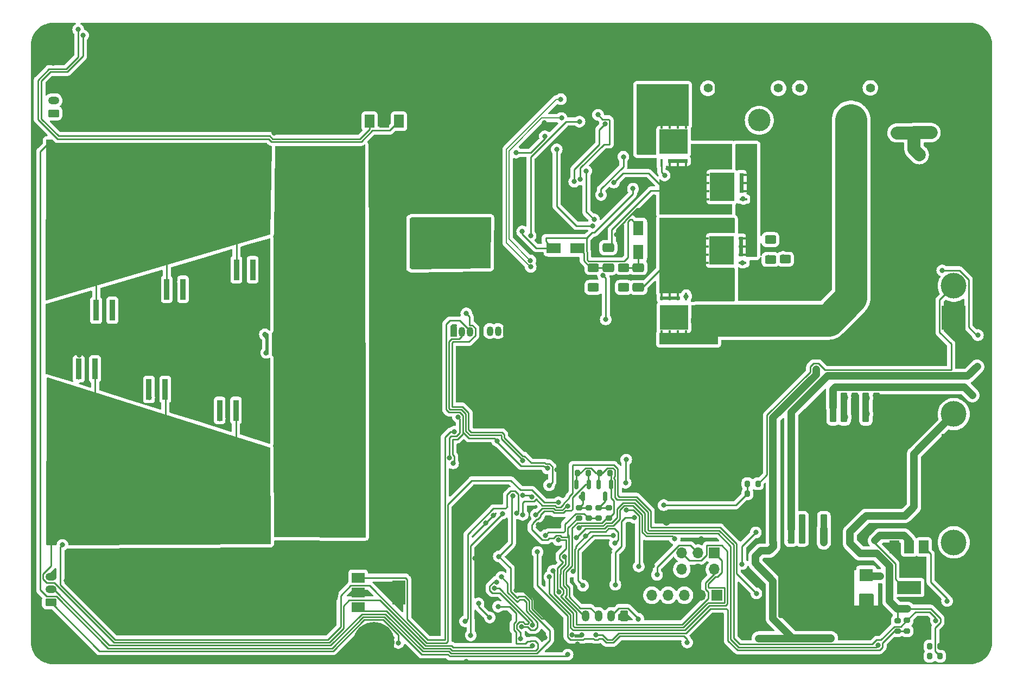
<source format=gbl>
G04 #@! TF.GenerationSoftware,KiCad,Pcbnew,7.0.1*
G04 #@! TF.CreationDate,2023-11-20T20:44:28-08:00*
G04 #@! TF.ProjectId,rps01,72707330-312e-46b6-9963-61645f706362,2*
G04 #@! TF.SameCoordinates,Original*
G04 #@! TF.FileFunction,Copper,L2,Bot*
G04 #@! TF.FilePolarity,Positive*
%FSLAX46Y46*%
G04 Gerber Fmt 4.6, Leading zero omitted, Abs format (unit mm)*
G04 Created by KiCad (PCBNEW 7.0.1) date 2023-11-20 20:44:28*
%MOMM*%
%LPD*%
G01*
G04 APERTURE LIST*
G04 Aperture macros list*
%AMRoundRect*
0 Rectangle with rounded corners*
0 $1 Rounding radius*
0 $2 $3 $4 $5 $6 $7 $8 $9 X,Y pos of 4 corners*
0 Add a 4 corners polygon primitive as box body*
4,1,4,$2,$3,$4,$5,$6,$7,$8,$9,$2,$3,0*
0 Add four circle primitives for the rounded corners*
1,1,$1+$1,$2,$3*
1,1,$1+$1,$4,$5*
1,1,$1+$1,$6,$7*
1,1,$1+$1,$8,$9*
0 Add four rect primitives between the rounded corners*
20,1,$1+$1,$2,$3,$4,$5,0*
20,1,$1+$1,$4,$5,$6,$7,0*
20,1,$1+$1,$6,$7,$8,$9,0*
20,1,$1+$1,$8,$9,$2,$3,0*%
G04 Aperture macros list end*
G04 #@! TA.AperFunction,ComponentPad*
%ADD10R,3.800000X3.800000*%
G04 #@! TD*
G04 #@! TA.AperFunction,ComponentPad*
%ADD11C,4.000000*%
G04 #@! TD*
G04 #@! TA.AperFunction,ComponentPad*
%ADD12RoundRect,1.900000X-1.900000X1.900000X-1.900000X-1.900000X1.900000X-1.900000X1.900000X1.900000X0*%
G04 #@! TD*
G04 #@! TA.AperFunction,ComponentPad*
%ADD13C,7.600000*%
G04 #@! TD*
G04 #@! TA.AperFunction,ComponentPad*
%ADD14R,1.700000X1.700000*%
G04 #@! TD*
G04 #@! TA.AperFunction,ComponentPad*
%ADD15O,1.700000X1.700000*%
G04 #@! TD*
G04 #@! TA.AperFunction,ComponentPad*
%ADD16RoundRect,0.250000X0.625000X-0.350000X0.625000X0.350000X-0.625000X0.350000X-0.625000X-0.350000X0*%
G04 #@! TD*
G04 #@! TA.AperFunction,ComponentPad*
%ADD17O,1.750000X1.200000*%
G04 #@! TD*
G04 #@! TA.AperFunction,ComponentPad*
%ADD18R,1.050000X1.500000*%
G04 #@! TD*
G04 #@! TA.AperFunction,ComponentPad*
%ADD19O,1.050000X1.500000*%
G04 #@! TD*
G04 #@! TA.AperFunction,ComponentPad*
%ADD20C,1.400000*%
G04 #@! TD*
G04 #@! TA.AperFunction,ComponentPad*
%ADD21R,3.500000X3.500000*%
G04 #@! TD*
G04 #@! TA.AperFunction,ComponentPad*
%ADD22C,3.500000*%
G04 #@! TD*
G04 #@! TA.AperFunction,ComponentPad*
%ADD23C,0.800000*%
G04 #@! TD*
G04 #@! TA.AperFunction,ComponentPad*
%ADD24C,6.400000*%
G04 #@! TD*
G04 #@! TA.AperFunction,ComponentPad*
%ADD25RoundRect,1.900000X1.900000X-1.900000X1.900000X1.900000X-1.900000X1.900000X-1.900000X-1.900000X0*%
G04 #@! TD*
G04 #@! TA.AperFunction,ComponentPad*
%ADD26RoundRect,0.250000X0.350000X0.625000X-0.350000X0.625000X-0.350000X-0.625000X0.350000X-0.625000X0*%
G04 #@! TD*
G04 #@! TA.AperFunction,ComponentPad*
%ADD27O,1.200000X1.750000*%
G04 #@! TD*
G04 #@! TA.AperFunction,SMDPad,CuDef*
%ADD28R,2.159000X1.955800*%
G04 #@! TD*
G04 #@! TA.AperFunction,SMDPad,CuDef*
%ADD29R,2.184400X1.625600*%
G04 #@! TD*
G04 #@! TA.AperFunction,SMDPad,CuDef*
%ADD30RoundRect,0.250000X0.650000X-0.412500X0.650000X0.412500X-0.650000X0.412500X-0.650000X-0.412500X0*%
G04 #@! TD*
G04 #@! TA.AperFunction,SMDPad,CuDef*
%ADD31R,0.812800X3.251200*%
G04 #@! TD*
G04 #@! TA.AperFunction,SMDPad,CuDef*
%ADD32R,7.874000X8.305800*%
G04 #@! TD*
G04 #@! TA.AperFunction,SMDPad,CuDef*
%ADD33RoundRect,0.250000X-0.650000X0.412500X-0.650000X-0.412500X0.650000X-0.412500X0.650000X0.412500X0*%
G04 #@! TD*
G04 #@! TA.AperFunction,SMDPad,CuDef*
%ADD34R,0.431800X1.143000*%
G04 #@! TD*
G04 #@! TA.AperFunction,SMDPad,CuDef*
%ADD35R,0.431800X0.965200*%
G04 #@! TD*
G04 #@! TA.AperFunction,SMDPad,CuDef*
%ADD36RoundRect,0.150000X-0.150000X0.587500X-0.150000X-0.587500X0.150000X-0.587500X0.150000X0.587500X0*%
G04 #@! TD*
G04 #@! TA.AperFunction,SMDPad,CuDef*
%ADD37RoundRect,0.250000X0.625000X-0.400000X0.625000X0.400000X-0.625000X0.400000X-0.625000X-0.400000X0*%
G04 #@! TD*
G04 #@! TA.AperFunction,SMDPad,CuDef*
%ADD38RoundRect,0.200000X0.200000X0.275000X-0.200000X0.275000X-0.200000X-0.275000X0.200000X-0.275000X0*%
G04 #@! TD*
G04 #@! TA.AperFunction,SMDPad,CuDef*
%ADD39RoundRect,0.200000X-0.200000X-0.275000X0.200000X-0.275000X0.200000X0.275000X-0.200000X0.275000X0*%
G04 #@! TD*
G04 #@! TA.AperFunction,SMDPad,CuDef*
%ADD40R,1.500000X2.000000*%
G04 #@! TD*
G04 #@! TA.AperFunction,SMDPad,CuDef*
%ADD41R,3.800000X2.000000*%
G04 #@! TD*
G04 #@! TA.AperFunction,SMDPad,CuDef*
%ADD42R,3.360000X4.860000*%
G04 #@! TD*
G04 #@! TA.AperFunction,SMDPad,CuDef*
%ADD43R,1.390000X1.400000*%
G04 #@! TD*
G04 #@! TA.AperFunction,SMDPad,CuDef*
%ADD44RoundRect,0.200000X0.275000X-0.200000X0.275000X0.200000X-0.275000X0.200000X-0.275000X-0.200000X0*%
G04 #@! TD*
G04 #@! TA.AperFunction,SMDPad,CuDef*
%ADD45R,1.625600X2.184400*%
G04 #@! TD*
G04 #@! TA.AperFunction,SMDPad,CuDef*
%ADD46R,4.000000X7.800000*%
G04 #@! TD*
G04 #@! TA.AperFunction,SMDPad,CuDef*
%ADD47RoundRect,0.249999X-0.450001X-1.425001X0.450001X-1.425001X0.450001X1.425001X-0.450001X1.425001X0*%
G04 #@! TD*
G04 #@! TA.AperFunction,SMDPad,CuDef*
%ADD48R,4.860000X3.360000*%
G04 #@! TD*
G04 #@! TA.AperFunction,SMDPad,CuDef*
%ADD49R,1.400000X1.390000*%
G04 #@! TD*
G04 #@! TA.AperFunction,SMDPad,CuDef*
%ADD50R,1.143000X0.431800*%
G04 #@! TD*
G04 #@! TA.AperFunction,SMDPad,CuDef*
%ADD51R,0.965200X0.431800*%
G04 #@! TD*
G04 #@! TA.AperFunction,SMDPad,CuDef*
%ADD52RoundRect,0.250000X-0.300000X2.050000X-0.300000X-2.050000X0.300000X-2.050000X0.300000X2.050000X0*%
G04 #@! TD*
G04 #@! TA.AperFunction,SMDPad,CuDef*
%ADD53RoundRect,0.250000X-2.375000X2.025000X-2.375000X-2.025000X2.375000X-2.025000X2.375000X2.025000X0*%
G04 #@! TD*
G04 #@! TA.AperFunction,SMDPad,CuDef*
%ADD54RoundRect,0.250002X-5.149998X4.449998X-5.149998X-4.449998X5.149998X-4.449998X5.149998X4.449998X0*%
G04 #@! TD*
G04 #@! TA.AperFunction,SMDPad,CuDef*
%ADD55RoundRect,0.200000X-0.275000X0.200000X-0.275000X-0.200000X0.275000X-0.200000X0.275000X0.200000X0*%
G04 #@! TD*
G04 #@! TA.AperFunction,SMDPad,CuDef*
%ADD56R,2.000000X1.500000*%
G04 #@! TD*
G04 #@! TA.AperFunction,SMDPad,CuDef*
%ADD57R,2.000000X3.800000*%
G04 #@! TD*
G04 #@! TA.AperFunction,ViaPad*
%ADD58C,0.800000*%
G04 #@! TD*
G04 #@! TA.AperFunction,ViaPad*
%ADD59C,1.200000*%
G04 #@! TD*
G04 #@! TA.AperFunction,ViaPad*
%ADD60C,1.000000*%
G04 #@! TD*
G04 #@! TA.AperFunction,ViaPad*
%ADD61C,2.000000*%
G04 #@! TD*
G04 #@! TA.AperFunction,Conductor*
%ADD62C,0.250000*%
G04 #@! TD*
G04 #@! TA.AperFunction,Conductor*
%ADD63C,4.000000*%
G04 #@! TD*
G04 #@! TA.AperFunction,Conductor*
%ADD64C,1.200000*%
G04 #@! TD*
G04 #@! TA.AperFunction,Conductor*
%ADD65C,5.000000*%
G04 #@! TD*
G04 #@! TA.AperFunction,Conductor*
%ADD66C,0.200000*%
G04 #@! TD*
G04 #@! TA.AperFunction,Conductor*
%ADD67C,2.000000*%
G04 #@! TD*
G04 APERTURE END LIST*
G04 #@! TA.AperFunction,EtchedComponent*
G36*
X136371700Y-56019400D02*
G01*
X133298300Y-56019400D01*
X133298300Y-55435200D01*
X136371700Y-55435200D01*
X136371700Y-56019400D01*
G37*
G04 #@! TD.AperFunction*
G04 #@! TA.AperFunction,EtchedComponent*
G36*
X136397100Y-54597000D02*
G01*
X132002900Y-54597000D01*
X132002900Y-50787000D01*
X136397100Y-50787000D01*
X136397100Y-54597000D01*
G37*
G04 #@! TD.AperFunction*
G04 #@! TA.AperFunction,EtchedComponent*
G36*
X144969400Y-70601700D02*
G01*
X144385200Y-70601700D01*
X144385200Y-67528300D01*
X144969400Y-67528300D01*
X144969400Y-70601700D01*
G37*
G04 #@! TD.AperFunction*
G04 #@! TA.AperFunction,EtchedComponent*
G36*
X143547000Y-71897100D02*
G01*
X139737000Y-71897100D01*
X139737000Y-67502900D01*
X143547000Y-67502900D01*
X143547000Y-71897100D01*
G37*
G04 #@! TD.AperFunction*
G04 #@! TA.AperFunction,EtchedComponent*
G36*
X135146700Y-77419200D02*
G01*
X132073300Y-77419200D01*
X132073300Y-76835000D01*
X135146700Y-76835000D01*
X135146700Y-77419200D01*
G37*
G04 #@! TD.AperFunction*
G04 #@! TA.AperFunction,EtchedComponent*
G36*
X136442100Y-82067400D02*
G01*
X132047900Y-82067400D01*
X132047900Y-78257400D01*
X136442100Y-78257400D01*
X136442100Y-82067400D01*
G37*
G04 #@! TD.AperFunction*
G04 #@! TA.AperFunction,EtchedComponent*
G36*
X145069400Y-60701700D02*
G01*
X144485200Y-60701700D01*
X144485200Y-57628300D01*
X145069400Y-57628300D01*
X145069400Y-60701700D01*
G37*
G04 #@! TD.AperFunction*
G04 #@! TA.AperFunction,EtchedComponent*
G36*
X143647000Y-61997100D02*
G01*
X139837000Y-61997100D01*
X139837000Y-57602900D01*
X143647000Y-57602900D01*
X143647000Y-61997100D01*
G37*
G04 #@! TD.AperFunction*
D10*
X177899179Y-80200000D03*
D11*
X177899179Y-75200000D03*
D12*
X46349179Y-46176680D03*
D13*
X46349179Y-57176680D03*
D14*
X140970000Y-123444000D03*
D15*
X138430000Y-123444000D03*
X135890000Y-123444000D03*
X133350000Y-123444000D03*
X130810000Y-123444000D03*
D16*
X37024179Y-124551680D03*
D17*
X37024179Y-122551680D03*
X37024179Y-120551680D03*
D14*
X140550000Y-116860000D03*
D15*
X140550000Y-119400000D03*
X138010000Y-116860000D03*
X138010000Y-119400000D03*
X135470000Y-116860000D03*
X135470000Y-119400000D03*
D18*
X99850000Y-82400000D03*
D19*
X101120000Y-82400000D03*
X102390000Y-82400000D03*
D10*
X177899179Y-120200000D03*
D11*
X177899179Y-115200000D03*
D10*
X177899179Y-100200000D03*
D11*
X177899179Y-95200000D03*
D20*
X139549179Y-44400000D03*
X150549179Y-44400000D03*
D21*
X142549179Y-49400000D03*
D22*
X147549179Y-49400000D03*
D23*
X85000000Y-37700000D03*
X85702944Y-36002944D03*
X85702944Y-39397056D03*
X87400000Y-35300000D03*
D24*
X87400000Y-37700000D03*
D23*
X87400000Y-40100000D03*
X89097056Y-36002944D03*
X89097056Y-39397056D03*
X89800000Y-37700000D03*
D20*
X153874179Y-44350000D03*
X164874179Y-44350000D03*
D21*
X156874179Y-49350000D03*
D22*
X161874179Y-49350000D03*
D25*
X45874179Y-121701680D03*
D13*
X45874179Y-110701680D03*
D23*
X85000000Y-130797056D03*
X85702944Y-129100000D03*
X85702944Y-132494112D03*
X87400000Y-128397056D03*
D24*
X87400000Y-130797056D03*
D23*
X87400000Y-133197056D03*
X89097056Y-129100000D03*
X89097056Y-132494112D03*
X89800000Y-130797056D03*
X35002944Y-130797056D03*
X35705888Y-129100000D03*
X35705888Y-132494112D03*
X37402944Y-128397056D03*
D24*
X37402944Y-130797056D03*
D23*
X37402944Y-133197056D03*
X39100000Y-129100000D03*
X39100000Y-132494112D03*
X39802944Y-130797056D03*
D16*
X37449179Y-48301680D03*
D17*
X37449179Y-46301680D03*
X37449179Y-44301680D03*
D25*
X78124179Y-121301680D03*
D13*
X78124179Y-110301680D03*
D23*
X35000000Y-37700000D03*
X35702944Y-36002944D03*
X35702944Y-39397056D03*
X37400000Y-35300000D03*
D24*
X37400000Y-37700000D03*
D23*
X37400000Y-40100000D03*
X39097056Y-36002944D03*
X39097056Y-39397056D03*
X39800000Y-37700000D03*
D12*
X78399179Y-46276680D03*
D13*
X78399179Y-57276680D03*
D23*
X178000000Y-130802944D03*
X178702944Y-129105888D03*
X178702944Y-132500000D03*
X180400000Y-128402944D03*
D24*
X180400000Y-130802944D03*
D23*
X180400000Y-133202944D03*
X182097056Y-129105888D03*
X182097056Y-132500000D03*
X182800000Y-130802944D03*
X178000000Y-37700000D03*
X178702944Y-36002944D03*
X178702944Y-39397056D03*
X180400000Y-35300000D03*
D24*
X180400000Y-37700000D03*
D23*
X180400000Y-40100000D03*
X182097056Y-36002944D03*
X182097056Y-39397056D03*
X182800000Y-37700000D03*
D26*
X126449179Y-126651680D03*
D27*
X124449179Y-126651680D03*
X122449179Y-126651680D03*
X120449179Y-126651680D03*
D28*
X164250000Y-120313000D03*
X164250000Y-124250000D03*
D29*
X119204200Y-69300000D03*
X115495800Y-69300000D03*
D30*
X124000000Y-72362500D03*
X124000000Y-69237500D03*
D31*
X41359179Y-88153680D03*
X43899179Y-88153680D03*
X46439179Y-88153680D03*
D32*
X43899179Y-98275580D03*
D33*
X169050000Y-48225000D03*
X169050000Y-51350000D03*
D34*
X136105000Y-56006700D03*
X134835000Y-56006700D03*
X133565000Y-56006700D03*
X132295000Y-56006700D03*
D35*
X132295000Y-50304400D03*
X133565000Y-50304400D03*
X134835000Y-50304400D03*
X136105000Y-50304400D03*
D36*
X119050000Y-106150000D03*
X120950000Y-106150000D03*
X120000000Y-108025000D03*
D37*
X121650000Y-75450000D03*
X121650000Y-72350000D03*
D38*
X147350000Y-106060000D03*
X145700000Y-106060000D03*
D39*
X145700000Y-107600000D03*
X147350000Y-107600000D03*
D40*
X91350000Y-49550000D03*
X89050000Y-49550000D03*
X86750000Y-49550000D03*
D41*
X89050000Y-43250000D03*
D42*
X139300000Y-80600000D03*
D43*
X138380000Y-76618000D03*
X140220000Y-76618000D03*
D31*
X57664179Y-75748880D03*
X55124179Y-75748880D03*
X52584179Y-75748880D03*
D32*
X55124179Y-65626980D03*
D44*
X120962500Y-111425000D03*
X120962500Y-109775000D03*
D45*
X128700000Y-69900000D03*
X128700000Y-66191600D03*
D46*
X83996000Y-68580000D03*
X94996000Y-68580000D03*
D31*
X68514179Y-72698880D03*
X65974179Y-72698880D03*
X63434179Y-72698880D03*
D32*
X65974179Y-62576980D03*
D31*
X46639179Y-78999680D03*
X44099179Y-78999680D03*
X41559179Y-78999680D03*
D32*
X44099179Y-68877780D03*
D47*
X145534178Y-64802967D03*
X151634178Y-64802967D03*
D48*
X140900000Y-54750000D03*
D49*
X144882000Y-53830000D03*
X144882000Y-55670000D03*
D39*
X122637500Y-104400000D03*
X124287500Y-104400000D03*
D50*
X144956700Y-67795000D03*
X144956700Y-69065000D03*
X144956700Y-70335000D03*
X144956700Y-71605000D03*
D51*
X139254400Y-71605000D03*
X139254400Y-70335000D03*
X139254400Y-69065000D03*
X139254400Y-67795000D03*
D44*
X119412500Y-111425000D03*
X119412500Y-109775000D03*
D37*
X126400000Y-75450000D03*
X126400000Y-72350000D03*
D44*
X170575000Y-129025000D03*
X170575000Y-127375000D03*
D52*
X159075000Y-94175000D03*
X160775000Y-94175000D03*
X162475000Y-94175000D03*
D53*
X165250000Y-100900000D03*
X159700000Y-100900000D03*
D54*
X162475000Y-103325000D03*
D53*
X165250000Y-105750000D03*
X159700000Y-105750000D03*
D52*
X164175000Y-94175000D03*
X165875000Y-94175000D03*
D39*
X174125000Y-131390000D03*
X175775000Y-131390000D03*
D33*
X128700000Y-72345800D03*
X128700000Y-75470800D03*
D55*
X169100000Y-127400000D03*
X169100000Y-129050000D03*
D34*
X132340000Y-76847700D03*
X133610000Y-76847700D03*
X134880000Y-76847700D03*
X136150000Y-76847700D03*
D35*
X136150000Y-82550000D03*
X134880000Y-82550000D03*
X133610000Y-82550000D03*
X132340000Y-82550000D03*
D50*
X145056700Y-57895000D03*
X145056700Y-59165000D03*
X145056700Y-60435000D03*
X145056700Y-61705000D03*
D51*
X139354400Y-61705000D03*
X139354400Y-60435000D03*
X139354400Y-59165000D03*
X139354400Y-57895000D03*
D44*
X124062500Y-111425000D03*
X124062500Y-109775000D03*
D38*
X175775000Y-132950000D03*
X174125000Y-132950000D03*
D31*
X63359179Y-94628680D03*
X65899179Y-94628680D03*
X68439179Y-94628680D03*
D32*
X65899179Y-104750580D03*
D40*
X168599179Y-115926680D03*
X170899179Y-115926680D03*
D41*
X170899179Y-122226680D03*
D40*
X173199179Y-115926680D03*
D33*
X171700000Y-48187500D03*
X171700000Y-51312500D03*
D37*
X151600000Y-71050000D03*
X151600000Y-67950000D03*
D39*
X119200000Y-104400000D03*
X120850000Y-104400000D03*
D52*
X152525000Y-113100000D03*
X154225000Y-113100000D03*
X155925000Y-113100000D03*
D53*
X158700000Y-119825000D03*
X153150000Y-119825000D03*
D54*
X155925000Y-122250000D03*
D53*
X158700000Y-124675000D03*
X153150000Y-124675000D03*
D52*
X157625000Y-113100000D03*
X159325000Y-113100000D03*
D44*
X122512500Y-111425000D03*
X122512500Y-109775000D03*
D31*
X52334179Y-91354780D03*
X54874179Y-91354780D03*
X57414179Y-91354780D03*
D32*
X54874179Y-101476680D03*
D56*
X85000000Y-125300000D03*
X85000000Y-123000000D03*
X85000000Y-120700000D03*
D57*
X91300000Y-123000000D03*
D37*
X149300000Y-71100000D03*
X149300000Y-68000000D03*
D36*
X122512500Y-106175000D03*
X124412500Y-106175000D03*
X123462500Y-108050000D03*
D46*
X67524179Y-83351680D03*
X78524179Y-83351680D03*
D18*
X108074179Y-82251680D03*
D19*
X106804179Y-82251680D03*
X105534179Y-82251680D03*
D33*
X174350000Y-48187500D03*
X174350000Y-51312500D03*
D58*
X131200000Y-101000000D03*
X113150000Y-61950000D03*
X99150000Y-96750000D03*
X73000000Y-119000000D03*
X73500000Y-46000000D03*
X109050000Y-117775999D03*
X88500000Y-113000000D03*
X120900000Y-48900000D03*
X88000000Y-55500000D03*
X140450000Y-127900000D03*
X94500000Y-83500000D03*
X104875049Y-112149549D03*
X114300000Y-44350000D03*
X91100000Y-122850000D03*
D59*
X133100000Y-111975500D03*
D58*
X115050000Y-127050000D03*
X71000000Y-121000000D03*
X71000000Y-123000000D03*
X92500000Y-81500000D03*
X71500000Y-44000000D03*
X140900000Y-98550000D03*
X104900000Y-77800000D03*
X130650000Y-68250000D03*
X124150000Y-56850000D03*
X117050000Y-59600000D03*
X71850000Y-51400000D03*
X144850000Y-124600000D03*
X114100000Y-130050000D03*
X124200000Y-116750000D03*
X103750000Y-127600000D03*
X101200000Y-109250000D03*
X119200000Y-131100000D03*
X88500000Y-115000000D03*
X115900000Y-64600000D03*
X51000000Y-44000000D03*
X52500000Y-124000000D03*
X101800000Y-133750000D03*
X90000000Y-53500000D03*
X109624802Y-122678824D03*
X111800000Y-114750000D03*
X110350000Y-49450000D03*
X110250000Y-59850000D03*
X122350000Y-121800000D03*
X117000000Y-58050000D03*
X73000000Y-123000000D03*
X92000000Y-57500000D03*
X108250000Y-36600000D03*
X53000000Y-46000000D03*
X71500000Y-46000000D03*
X107600000Y-72200000D03*
X53000000Y-44000000D03*
X94500000Y-85500000D03*
X92500000Y-85500000D03*
X92500000Y-115000000D03*
X88500000Y-111000000D03*
X113650000Y-56950000D03*
X121150000Y-117050000D03*
X70624179Y-85651680D03*
X130850000Y-76000000D03*
X70424179Y-82776680D03*
X114000000Y-49800000D03*
X121600000Y-62300000D03*
X140950000Y-130700000D03*
X92500000Y-113000000D03*
X90500000Y-113000000D03*
X50500000Y-122000000D03*
X151600000Y-67950000D03*
X96500000Y-85500000D03*
X96500000Y-83500000D03*
X130000000Y-115500000D03*
X88000000Y-53500000D03*
X130850000Y-118900000D03*
X90500000Y-115000000D03*
X116000000Y-103850000D03*
X71000000Y-119000000D03*
X73500000Y-44000000D03*
X104750000Y-118200000D03*
X106900000Y-108400000D03*
X147550000Y-107700000D03*
X50500000Y-124000000D03*
X92000000Y-53500000D03*
X162600000Y-103700000D03*
X90500000Y-111000000D03*
X50500000Y-120000000D03*
X92500000Y-83500000D03*
X125281510Y-67250000D03*
X94500000Y-81500000D03*
X118650000Y-54050000D03*
X159300000Y-108700000D03*
X88000000Y-57500000D03*
X92500000Y-111000000D03*
X114400000Y-60200000D03*
X52500000Y-122000000D03*
X106055750Y-110974500D03*
X39450000Y-121150000D03*
X92000000Y-55500000D03*
X90000000Y-57500000D03*
X51000000Y-46000000D03*
X73000000Y-121000000D03*
X138500000Y-114600000D03*
X73500000Y-48000000D03*
X52500000Y-120000000D03*
X103224001Y-117650000D03*
X53000000Y-48000000D03*
X51000000Y-48000000D03*
X71500000Y-48000000D03*
X113048384Y-112425500D03*
X109274500Y-39950000D03*
X96500000Y-81500000D03*
X111400000Y-98650000D03*
X144800000Y-129550000D03*
X90000000Y-55500000D03*
X85050000Y-122900000D03*
X63375098Y-95901600D03*
X41375098Y-89401600D03*
X52375098Y-92601600D03*
X46650098Y-77776600D03*
X68525098Y-71526600D03*
X57650098Y-74551600D03*
X116224707Y-108975500D03*
X38850000Y-115600000D03*
X106660334Y-99400993D03*
X91250000Y-130900000D03*
X114200000Y-114100000D03*
X176100000Y-72800000D03*
X176850000Y-124350000D03*
X181650000Y-82900000D03*
X114500000Y-103650000D03*
X99784242Y-102882111D03*
X116287299Y-122912701D03*
X116189083Y-114835516D03*
D59*
X170650000Y-125550000D03*
X165600000Y-114900000D03*
D58*
X99219633Y-102057355D03*
X106217443Y-122342845D03*
X103750000Y-124706940D03*
X41300000Y-35250000D03*
X100550000Y-95650000D03*
X105500000Y-126900000D03*
X112200000Y-128100000D03*
X114813749Y-120600000D03*
X117126997Y-117447419D03*
X115349999Y-119623501D03*
X110650000Y-107900000D03*
X112114450Y-108089049D03*
X126700000Y-105900000D03*
X131600000Y-120250000D03*
X126800000Y-102300000D03*
X78000000Y-100000000D03*
X79000000Y-70500000D03*
X102550000Y-71100000D03*
X100700000Y-66150000D03*
X79000000Y-68500000D03*
X84750000Y-70650000D03*
X82500000Y-61500000D03*
X81000000Y-68500000D03*
X83050000Y-66750000D03*
X78000000Y-81500000D03*
X104550000Y-67850000D03*
X78000000Y-85500000D03*
X100650000Y-67850000D03*
X78000000Y-83500000D03*
X100650000Y-69400000D03*
X77000000Y-66500000D03*
X82000000Y-81500000D03*
X83050000Y-68650000D03*
X82500000Y-54000000D03*
X84750000Y-66750000D03*
X102600000Y-67850000D03*
X80000000Y-102000000D03*
X82000000Y-85500000D03*
X78000000Y-98000000D03*
X80000000Y-100000000D03*
X83050000Y-70600000D03*
X74000000Y-106500000D03*
X79000000Y-66500000D03*
X80000000Y-98000000D03*
X77000000Y-68500000D03*
X74000000Y-54000000D03*
X104550000Y-66150000D03*
X100600000Y-71100000D03*
X81000000Y-70500000D03*
X82500000Y-113500000D03*
X104500000Y-69400000D03*
X73500000Y-57500000D03*
X73500000Y-113500000D03*
X76000000Y-100000000D03*
X83500000Y-57500000D03*
X78000000Y-105000000D03*
X82000000Y-83500000D03*
X104500000Y-71100000D03*
X84750000Y-68700000D03*
X78000000Y-102000000D03*
X83500000Y-110000000D03*
X76000000Y-102000000D03*
X76000000Y-98000000D03*
X102650000Y-66150000D03*
X77000000Y-70500000D03*
X78500000Y-62500000D03*
X80000000Y-81500000D03*
X82500000Y-106500000D03*
X102600000Y-69400000D03*
X81000000Y-66500000D03*
X80000000Y-85500000D03*
X80000000Y-83500000D03*
X74500000Y-61500000D03*
X73000000Y-110000000D03*
X125025500Y-115350000D03*
X118525500Y-119750000D03*
X120490854Y-114184548D03*
X126791219Y-110189268D03*
X128750000Y-118950000D03*
X101850000Y-79500000D03*
X114763900Y-106303611D03*
X175100000Y-127400000D03*
X136300000Y-130800000D03*
X132650000Y-109400000D03*
X112950000Y-116700000D03*
X119500000Y-49600000D03*
X111876997Y-67388207D03*
X119041854Y-114440526D03*
X134350918Y-114613320D03*
X174150000Y-132950000D03*
X119450000Y-112950000D03*
X166050000Y-131250000D03*
X174150000Y-131400000D03*
X52000000Y-98500000D03*
X43500000Y-99000000D03*
X52000000Y-102500000D03*
X119823500Y-129625500D03*
X65500000Y-104000000D03*
X43500000Y-101000000D03*
X68500000Y-102000000D03*
X37084000Y-115174500D03*
X54500000Y-102500000D03*
X125100000Y-121800000D03*
X54500000Y-98500000D03*
X128090555Y-111363742D03*
X41000000Y-95000000D03*
X46500000Y-101000000D03*
X65500000Y-102000000D03*
X46500000Y-97000000D03*
X51000000Y-111000000D03*
X46000000Y-105500000D03*
X41000000Y-110500000D03*
X42000000Y-107000000D03*
X57500000Y-104500000D03*
X63000000Y-106000000D03*
X43500000Y-95000000D03*
X41000000Y-97000000D03*
X118374500Y-129618455D03*
X57500000Y-100500000D03*
X63000000Y-104000000D03*
X54500000Y-104500000D03*
X63000000Y-108000000D03*
X65500000Y-108000000D03*
X41000000Y-101000000D03*
X68500000Y-106000000D03*
X52000000Y-100500000D03*
X46500000Y-99000000D03*
X54500000Y-100500000D03*
X57500000Y-98500000D03*
X52000000Y-104500000D03*
X41000000Y-99000000D03*
X68500000Y-104000000D03*
X112182525Y-131307872D03*
X57500000Y-102500000D03*
X43925098Y-89376600D03*
X42000000Y-114000000D03*
X49500000Y-107000000D03*
X65500000Y-106000000D03*
X43500000Y-97000000D03*
X63000000Y-102000000D03*
X49500000Y-114000000D03*
X46500000Y-95000000D03*
X68500000Y-108000000D03*
X147100000Y-123150000D03*
X110642770Y-110923408D03*
X68500000Y-64000000D03*
X46500000Y-62000000D03*
X63000000Y-60000000D03*
X55000000Y-62500000D03*
X52500000Y-68500000D03*
X41500000Y-70000000D03*
X47000000Y-70000000D03*
X41500000Y-57500000D03*
X117650000Y-132700000D03*
X63000000Y-64000000D03*
X55000000Y-68500000D03*
X68500000Y-60000000D03*
X63000000Y-66000000D03*
X52500000Y-64500000D03*
X44000000Y-70000000D03*
X55000000Y-64500000D03*
X65500000Y-64000000D03*
X41500000Y-72000000D03*
X44000000Y-68000000D03*
X65500000Y-60000000D03*
X58000000Y-66500000D03*
X58000000Y-62500000D03*
X42000000Y-53500000D03*
X47000000Y-66000000D03*
X58000000Y-64500000D03*
X52500000Y-62500000D03*
X51500000Y-57500000D03*
X42000000Y-61000000D03*
X68500000Y-62000000D03*
X55000000Y-66500000D03*
X120050000Y-121950000D03*
X65500000Y-62000000D03*
X41500000Y-68000000D03*
X36830000Y-52832000D03*
X41500000Y-66000000D03*
X44100098Y-77826600D03*
X50500000Y-61000000D03*
X124800000Y-114100000D03*
X47000000Y-72000000D03*
X52500000Y-66500000D03*
X63000000Y-62000000D03*
X47000000Y-68000000D03*
X44000000Y-72000000D03*
X44000000Y-66000000D03*
X65500000Y-66000000D03*
X68500000Y-66000000D03*
X51000000Y-53500000D03*
X58000000Y-68500000D03*
X106925500Y-117400000D03*
X110600714Y-102454500D03*
X109079522Y-107945076D03*
X119783430Y-108125500D03*
X124050000Y-109800000D03*
X117664379Y-109525999D03*
X112700000Y-110877346D03*
X107328461Y-120596137D03*
X110424500Y-128337701D03*
X110324500Y-130237300D03*
X106537299Y-121387299D03*
X68000000Y-86500000D03*
X65000000Y-80500000D03*
X65000000Y-84500000D03*
X52500000Y-80500000D03*
X48500000Y-82000000D03*
X62500000Y-84500000D03*
X62500000Y-86500000D03*
X41500000Y-81500000D03*
X66500000Y-77000000D03*
X55000000Y-84500000D03*
X68500000Y-75500000D03*
X45500000Y-83000000D03*
X68500000Y-90000000D03*
X68500000Y-88500000D03*
X68000000Y-84500000D03*
X55000000Y-82500000D03*
X52500000Y-86500000D03*
X66500000Y-89500000D03*
X66500000Y-91000000D03*
X65000000Y-86500000D03*
X48500000Y-88500000D03*
X58000000Y-80500000D03*
X45500000Y-84500000D03*
X68500000Y-77000000D03*
X48500000Y-90500000D03*
X41500000Y-84500000D03*
X48500000Y-79500000D03*
X52500000Y-82500000D03*
X68000000Y-82500000D03*
X48500000Y-86500000D03*
X48500000Y-84500000D03*
X66500000Y-75500000D03*
X68500000Y-78500000D03*
X45500000Y-81500000D03*
X48500000Y-77000000D03*
X45500000Y-86000000D03*
X62500000Y-80500000D03*
X62500000Y-82500000D03*
X41500000Y-86000000D03*
X55000000Y-80500000D03*
X55000000Y-86500000D03*
X58000000Y-84500000D03*
X65000000Y-82500000D03*
X58000000Y-86500000D03*
X58000000Y-82500000D03*
X68500000Y-91500000D03*
X52500000Y-84500000D03*
X68000000Y-80500000D03*
X41550098Y-77751600D03*
X41500000Y-83000000D03*
X109674500Y-110675498D03*
X101650000Y-127500000D03*
X107500000Y-110700000D03*
X102537701Y-129687701D03*
X157600000Y-115400000D03*
X144850000Y-118575000D03*
X147000000Y-113650000D03*
D59*
X164200000Y-92700000D03*
X164200000Y-95200000D03*
D60*
X154250000Y-111350000D03*
D59*
X160800000Y-92600000D03*
X150700000Y-130176997D03*
X147450000Y-130176997D03*
X158750000Y-130150000D03*
X156420455Y-88220455D03*
X160850000Y-95650000D03*
X154800000Y-130176997D03*
D58*
X128700000Y-127127180D03*
X122103122Y-129626000D03*
X100000000Y-97950000D03*
X42050000Y-36150000D03*
X106787701Y-125212299D03*
X151262701Y-70712701D03*
X116600000Y-46100000D03*
X111896306Y-72248429D03*
X111850000Y-71250000D03*
X149005210Y-70805210D03*
X116700000Y-49050000D03*
X114087701Y-51887701D03*
X109624001Y-54450000D03*
X134600000Y-71900000D03*
X134600000Y-73450000D03*
X133750000Y-71900000D03*
X132900000Y-73450000D03*
X135400000Y-70400000D03*
X135450000Y-73450000D03*
X134550000Y-70400000D03*
X133750000Y-73450000D03*
X132900000Y-71900000D03*
X136250000Y-70400000D03*
X136300000Y-71900000D03*
X133700000Y-70400000D03*
X132850000Y-70400000D03*
X135450000Y-71900000D03*
X136300000Y-73450000D03*
X136400000Y-63300000D03*
X133000000Y-60350000D03*
X136400000Y-60350000D03*
X135550000Y-60350000D03*
X136400000Y-61750000D03*
X133000000Y-61750000D03*
X134700000Y-63300000D03*
X134700000Y-60350000D03*
X134700000Y-61750000D03*
X135550000Y-61750000D03*
X133000000Y-63300000D03*
X124862299Y-59112299D03*
X135550000Y-63300000D03*
X133850000Y-61750000D03*
X133850000Y-63300000D03*
X133850000Y-60350000D03*
X110569622Y-66730378D03*
X127850000Y-60050000D03*
X145000000Y-64650000D03*
X149300000Y-68000000D03*
X132800000Y-58000000D03*
X123475500Y-49974500D03*
X118700000Y-58950000D03*
X136150000Y-76850000D03*
X122856542Y-61031141D03*
X126346313Y-55076464D03*
X144950000Y-71600000D03*
X145050000Y-61650000D03*
X121571711Y-65840004D03*
X115950000Y-53925501D03*
X123600000Y-80449500D03*
X123202751Y-73611641D03*
X120578687Y-57322389D03*
X121600000Y-75400000D03*
X121780550Y-64862563D03*
X119650000Y-58600000D03*
X126500000Y-75400000D03*
X122400000Y-48550000D03*
X133300000Y-46750000D03*
X129700000Y-48400000D03*
X133300000Y-45050000D03*
X131500000Y-46750000D03*
X131500000Y-45050000D03*
X131500000Y-48400000D03*
X135000000Y-48400000D03*
X135000000Y-46750000D03*
D59*
X180800000Y-92250000D03*
D58*
X129700000Y-45050000D03*
D60*
X152500000Y-114850000D03*
X152550000Y-111300000D03*
D58*
X135000000Y-45050000D03*
X129700000Y-46750000D03*
X133300000Y-48400000D03*
D59*
X181550000Y-87800000D03*
X166400000Y-120450000D03*
X164150000Y-120450000D03*
D61*
X172508150Y-54750000D03*
D62*
X70624179Y-82976680D02*
X70424179Y-82776680D01*
X175775000Y-131390000D02*
X179812944Y-131390000D01*
X112112299Y-124139604D02*
X110651519Y-122678824D01*
X70624179Y-85651680D02*
X70624179Y-82976680D01*
X128485690Y-63150000D02*
X126650499Y-64985191D01*
D63*
X142549179Y-49400000D02*
X142549179Y-39425179D01*
D62*
X112112299Y-125554523D02*
X112112299Y-124139604D01*
X113607776Y-127050000D02*
X112112299Y-125554523D01*
X130650000Y-63150000D02*
X128485690Y-63150000D01*
X130650000Y-68250000D02*
X130650000Y-63150000D01*
X115050000Y-127050000D02*
X113607776Y-127050000D01*
X126650499Y-65129933D02*
X125281510Y-66498922D01*
X125281510Y-66498922D02*
X125281510Y-67250000D01*
X110651519Y-122678824D02*
X109624802Y-122678824D01*
X126650499Y-64985191D02*
X126650499Y-65129933D01*
X83825000Y-121925000D02*
X86739310Y-121925000D01*
X80251497Y-130348503D02*
X82250499Y-128349501D01*
X114025500Y-108975500D02*
X116224707Y-108975500D01*
X98734400Y-130851996D02*
X98950000Y-130636396D01*
X86739310Y-121925000D02*
X95666306Y-130851996D01*
X95666306Y-130851996D02*
X98734400Y-130851996D01*
X108800000Y-105550000D02*
X110300000Y-107050000D01*
X38850000Y-115600000D02*
X38500000Y-115950000D01*
X112100000Y-107050000D02*
X114025500Y-108975500D01*
X47039840Y-130348503D02*
X80251497Y-130348503D01*
X38500000Y-115950000D02*
X38500000Y-121808663D01*
X110300000Y-107050000D02*
X112100000Y-107050000D01*
X98950000Y-109300000D02*
X102700000Y-105550000D01*
X98950000Y-130636396D02*
X98950000Y-109300000D01*
X82250499Y-128349501D02*
X82250499Y-123499501D01*
X82250499Y-123499501D02*
X83825000Y-121925000D01*
X38500000Y-121808663D02*
X47039840Y-130348503D01*
X102700000Y-105550000D02*
X108800000Y-105550000D01*
X176100000Y-72800000D02*
X178787226Y-72800000D01*
X114013299Y-103375000D02*
X113888299Y-103250000D01*
X81065446Y-132146507D02*
X85937951Y-127274002D01*
X116989484Y-113660516D02*
X114639484Y-113660516D01*
X100815000Y-80600000D02*
X102390000Y-82175000D01*
X180224179Y-74236953D02*
X180224179Y-76163047D01*
X174300000Y-117027501D02*
X174300000Y-121400000D01*
X181450000Y-82900000D02*
X181650000Y-82900000D01*
X106660334Y-99400993D02*
X106209341Y-98950000D01*
X114500000Y-103650000D02*
X114225000Y-103375000D01*
X99784242Y-102882111D02*
X99944633Y-102721720D01*
X117236514Y-113413486D02*
X116989484Y-113660516D01*
X101300000Y-95374695D02*
X100850305Y-94925000D01*
X102227208Y-98950000D02*
X101427208Y-98150000D01*
X88859397Y-127272056D02*
X91250000Y-129662659D01*
X180200000Y-76187226D02*
X180200000Y-81650000D01*
X178787226Y-72800000D02*
X180224179Y-74236953D01*
X98700000Y-94500000D02*
X98700000Y-81200000D01*
X120962500Y-111425000D02*
X120237500Y-110700000D01*
X91250000Y-129662659D02*
X91250000Y-130900000D01*
X99700000Y-99125000D02*
X100486701Y-99125000D01*
X101300000Y-98311701D02*
X101300000Y-98300000D01*
X99944633Y-102721720D02*
X99944633Y-101757050D01*
X44619006Y-132146507D02*
X81065446Y-132146507D01*
X101300000Y-98277208D02*
X101300000Y-98300000D01*
X110370909Y-103250000D02*
X106660334Y-99539425D01*
X180200000Y-81650000D02*
X181450000Y-82900000D01*
X99700000Y-101512417D02*
X99700000Y-99125000D01*
X37024179Y-124551680D02*
X44619006Y-132146507D01*
X101300000Y-98300000D02*
X101300000Y-95374695D01*
X86699324Y-127272056D02*
X88859397Y-127272056D01*
X113888299Y-103250000D02*
X110370909Y-103250000D01*
X120237500Y-110700000D02*
X118920038Y-110700000D01*
X174300000Y-121400000D02*
X176850000Y-123950000D01*
X118920038Y-110700000D02*
X117236514Y-112383524D01*
X98700000Y-81200000D02*
X99300000Y-80600000D01*
X173199179Y-115926680D02*
X174300000Y-117027501D01*
X99125000Y-94925000D02*
X98700000Y-94500000D01*
X114639484Y-113660516D02*
X114200000Y-114100000D01*
X99300000Y-80600000D02*
X100815000Y-80600000D01*
X122512500Y-111425000D02*
X120962500Y-111425000D01*
X86697378Y-127274002D02*
X86699324Y-127272056D01*
X106209341Y-98950000D02*
X102227208Y-98950000D01*
X100850305Y-94925000D02*
X99125000Y-94925000D01*
X106660334Y-99539425D02*
X106660334Y-99400993D01*
X114225000Y-103375000D02*
X114013299Y-103375000D01*
X117236514Y-112383524D02*
X117236514Y-113413486D01*
X176850000Y-123950000D02*
X176850000Y-124350000D01*
X101427208Y-98150000D02*
X101300000Y-98277208D01*
X99944633Y-101757050D02*
X99700000Y-101512417D01*
X180224179Y-76163047D02*
X180200000Y-76187226D01*
X100486701Y-99125000D02*
X101300000Y-98311701D01*
X85937951Y-127274002D02*
X86697378Y-127274002D01*
X116401997Y-117147114D02*
X116401997Y-117747724D01*
X116050000Y-122675402D02*
X116287299Y-122912701D01*
X116074999Y-119217421D02*
X116074999Y-119923806D01*
X116074999Y-119923806D02*
X116050000Y-119948805D01*
X117401497Y-114835516D02*
X117401497Y-116147614D01*
X116900000Y-118392420D02*
X116074999Y-119217421D01*
X116826692Y-118172419D02*
X116900000Y-118172419D01*
X117401497Y-116147614D02*
X116401997Y-117147114D01*
X116050000Y-119948805D02*
X116050000Y-122675402D01*
X116189083Y-114835516D02*
X117401497Y-114835516D01*
X116900000Y-118172419D02*
X116900000Y-118392420D01*
X116401997Y-117747724D02*
X116826692Y-118172419D01*
D64*
X169050000Y-125550000D02*
X167850000Y-124350000D01*
D62*
X174275305Y-125550000D02*
X175825000Y-127099695D01*
X169100000Y-127400000D02*
X169100000Y-125550000D01*
X175825000Y-127700305D02*
X175000000Y-128525305D01*
D64*
X171700000Y-101399179D02*
X177899179Y-95200000D01*
X171700000Y-109650000D02*
X171700000Y-101399179D01*
X170300000Y-111050000D02*
X171700000Y-109650000D01*
X161700000Y-113550000D02*
X164200000Y-111050000D01*
X165900000Y-116950000D02*
X163300000Y-116950000D01*
D62*
X170650000Y-125550000D02*
X174275305Y-125550000D01*
D64*
X170650000Y-125550000D02*
X169050000Y-125550000D01*
X163300000Y-116950000D02*
X161700000Y-115350000D01*
X167850000Y-118900000D02*
X165900000Y-116950000D01*
D62*
X175000000Y-132175000D02*
X175775000Y-132950000D01*
D64*
X167850000Y-124350000D02*
X167850000Y-118900000D01*
X164200000Y-111050000D02*
X170300000Y-111050000D01*
D62*
X175000000Y-128525305D02*
X175000000Y-132175000D01*
X175825000Y-127099695D02*
X175825000Y-127700305D01*
D64*
X161700000Y-115350000D02*
X161700000Y-113550000D01*
D62*
X168775000Y-120925000D02*
X170076680Y-122226680D01*
D64*
X166373320Y-114126680D02*
X170149179Y-114126680D01*
X170149179Y-114126680D02*
X170899179Y-114876680D01*
X165600000Y-114900000D02*
X166373320Y-114126680D01*
X170899179Y-114876680D02*
X170899179Y-115926680D01*
D62*
X165600000Y-115341852D02*
X168775000Y-118516852D01*
X168775000Y-118516852D02*
X168775000Y-120925000D01*
X165600000Y-114900000D02*
X165600000Y-115341852D01*
X35000000Y-49250000D02*
X38050000Y-52300000D01*
X41300000Y-35250000D02*
X41300000Y-39500000D01*
X71000000Y-52300000D02*
X71450000Y-52750000D01*
X100850000Y-95950000D02*
X100850000Y-98125305D01*
X100850000Y-98125305D02*
X100300305Y-98675000D01*
X85450000Y-52750000D02*
X87200000Y-51000000D01*
X36750000Y-41400000D02*
X35000000Y-43150000D01*
X99425000Y-98675000D02*
X99219633Y-98880367D01*
X39400000Y-41400000D02*
X36750000Y-41400000D01*
X38050000Y-52300000D02*
X71000000Y-52300000D01*
X35000000Y-43150000D02*
X35000000Y-49250000D01*
X112200000Y-127550000D02*
X106992845Y-122342845D01*
X87200000Y-51000000D02*
X89900000Y-51000000D01*
X103750000Y-125200000D02*
X103750000Y-124706940D01*
X100300305Y-98675000D02*
X99425000Y-98675000D01*
X89900000Y-51000000D02*
X91350000Y-49550000D01*
X105450000Y-126900000D02*
X103750000Y-125200000D01*
X105500000Y-126900000D02*
X105450000Y-126900000D01*
X112200000Y-128100000D02*
X112200000Y-127550000D01*
X106992845Y-122342845D02*
X106217443Y-122342845D01*
X41300000Y-39500000D02*
X39400000Y-41400000D01*
X71450000Y-52750000D02*
X85450000Y-52750000D01*
X100550000Y-95650000D02*
X100850000Y-95950000D01*
X99219633Y-98880367D02*
X99219633Y-102057355D01*
X118099501Y-126463811D02*
X118099501Y-128499501D01*
X142327452Y-125072944D02*
X142595000Y-124805396D01*
X139375000Y-115685000D02*
X139375000Y-117156701D01*
X141725000Y-115685000D02*
X139375000Y-115685000D01*
X114813749Y-120600000D02*
X114813749Y-123178059D01*
X139375000Y-117156701D02*
X138481701Y-118050000D01*
X142595000Y-116555000D02*
X141725000Y-115685000D01*
X118501000Y-128901000D02*
X135908199Y-128901000D01*
X139736256Y-125072944D02*
X142327452Y-125072944D01*
X118099501Y-128499501D02*
X118501000Y-128901000D01*
X138481701Y-118050000D02*
X136660000Y-118050000D01*
X114813749Y-123178059D02*
X118099501Y-126463811D01*
X136660000Y-118050000D02*
X135470000Y-116860000D01*
X135908199Y-128901000D02*
X139736256Y-125072944D01*
X142595000Y-124805396D02*
X142595000Y-116555000D01*
X116545477Y-123637701D02*
X118999002Y-126091226D01*
X116500000Y-120135201D02*
X116500000Y-122187701D01*
X135534701Y-128001000D02*
X139605000Y-123930701D01*
X116524999Y-119403817D02*
X116524999Y-120110202D01*
X118999002Y-128001000D02*
X135534701Y-128001000D01*
X116587604Y-123637701D02*
X116545477Y-123637701D01*
X117350000Y-118578816D02*
X116524999Y-119403817D01*
X117012299Y-123213006D02*
X116587604Y-123637701D01*
X116587604Y-122187701D02*
X117012299Y-122612396D01*
X117012299Y-122612396D02*
X117012299Y-123213006D01*
X139605000Y-123930701D02*
X139605000Y-122957299D01*
X116500000Y-122187701D02*
X116587604Y-122187701D01*
X117126997Y-117447419D02*
X117350000Y-117670422D01*
X139159693Y-122511992D02*
X139159693Y-121499002D01*
X139605000Y-122957299D02*
X139159693Y-122511992D01*
X139159693Y-121499002D02*
X140550000Y-120108695D01*
X118999002Y-126091226D02*
X118999002Y-128001000D01*
X116524999Y-120110202D02*
X116500000Y-120135201D01*
X117350000Y-117670422D02*
X117350000Y-118578816D01*
X139350000Y-124822097D02*
X139351412Y-124822097D01*
X115349999Y-119623501D02*
X115538249Y-119811751D01*
X118549002Y-128249002D02*
X118751000Y-128451000D01*
X142145000Y-124619000D02*
X142145000Y-122269000D01*
X141036701Y-120575000D02*
X141725000Y-119886701D01*
X142145000Y-122269000D02*
X139666289Y-122269000D01*
X141725000Y-119886701D02*
X141725000Y-118035000D01*
X139609693Y-121685398D02*
X140720091Y-120575000D01*
X118751000Y-128451000D02*
X135721097Y-128451000D01*
X140720091Y-120575000D02*
X141036701Y-120575000D01*
X139351412Y-124822097D02*
X139554509Y-124619000D01*
X139666289Y-122269000D02*
X139609693Y-122212404D01*
X115538249Y-123266869D02*
X118549002Y-126277622D01*
X135721097Y-128451000D02*
X139350000Y-124822097D01*
X141725000Y-118035000D02*
X140550000Y-116860000D01*
X115538249Y-119811751D02*
X115538249Y-123266869D01*
X118549002Y-126277622D02*
X118549002Y-128249002D01*
X139554509Y-124619000D02*
X142145000Y-124619000D01*
X139609693Y-122212404D02*
X139609693Y-121685398D01*
X110650000Y-107900000D02*
X111925401Y-107900000D01*
X111925401Y-107900000D02*
X112114450Y-108089049D01*
X126700000Y-102400000D02*
X126700000Y-105900000D01*
X131600000Y-120250000D02*
X131600000Y-119068299D01*
X134983299Y-115685000D02*
X136835000Y-115685000D01*
X131600000Y-119068299D02*
X134983299Y-115685000D01*
X126700000Y-102400000D02*
X126800000Y-102300000D01*
X136835000Y-115685000D02*
X138010000Y-116860000D01*
X125550000Y-114825500D02*
X125025500Y-115350000D01*
X125550000Y-113650000D02*
X125550000Y-114825500D01*
X120490854Y-114184548D02*
X120490854Y-114214732D01*
X118899000Y-116165310D02*
X118800499Y-116263811D01*
X118800499Y-116263811D02*
X118800499Y-116763811D01*
X124012032Y-113050000D02*
X124950000Y-113050000D01*
X124950000Y-113050000D02*
X125550000Y-113650000D01*
X118899000Y-115806586D02*
X118899000Y-116165310D01*
X118750499Y-116813811D02*
X118750499Y-119525001D01*
X120490854Y-114214732D02*
X118899000Y-115806586D01*
X118750499Y-119525001D02*
X118525500Y-119750000D01*
X118800499Y-116763811D02*
X118750499Y-116813811D01*
X123563529Y-113498503D02*
X124012032Y-113050000D01*
X121176899Y-113498503D02*
X123563529Y-113498503D01*
X120490854Y-114184548D02*
X121176899Y-113498503D01*
X128750000Y-118950000D02*
X128815202Y-118884798D01*
X128815202Y-111063790D02*
X127940680Y-110189268D01*
X127940680Y-110189268D02*
X126791219Y-110189268D01*
X128815202Y-118884798D02*
X128815202Y-111063790D01*
X115275000Y-103399695D02*
X115275000Y-105792511D01*
X111900000Y-102800000D02*
X114074695Y-102800000D01*
X107436396Y-98050000D02*
X107750000Y-98363604D01*
X110605091Y-101729500D02*
X110901019Y-101729500D01*
X102742082Y-81325000D02*
X103240000Y-81822918D01*
X114074695Y-102800000D02*
X114199695Y-102925000D01*
X103240000Y-81822918D02*
X103240000Y-82977082D01*
X99761396Y-83925000D02*
X99600000Y-84086396D01*
X103240000Y-82977082D02*
X102292082Y-83925000D01*
X101223097Y-94025000D02*
X102200000Y-95001903D01*
X107750000Y-98363604D02*
X107750000Y-98874409D01*
X111900000Y-102728481D02*
X111900000Y-102800000D01*
X102350000Y-80000000D02*
X102350000Y-81325000D01*
X102600000Y-98050000D02*
X107436396Y-98050000D01*
X102200000Y-97650000D02*
X102600000Y-98050000D01*
X101850000Y-79500000D02*
X102350000Y-80000000D01*
X107750000Y-98874409D02*
X110605091Y-101729500D01*
X102200000Y-95001903D02*
X102200000Y-97650000D01*
X110901019Y-101729500D02*
X111900000Y-102728481D01*
X99600000Y-84086396D02*
X99600000Y-94025000D01*
X99600000Y-94025000D02*
X101223097Y-94025000D01*
X114800305Y-102925000D02*
X115275000Y-103399695D01*
X115275000Y-105792511D02*
X114763900Y-106303611D01*
X102292082Y-83925000D02*
X99761396Y-83925000D01*
X102350000Y-81325000D02*
X102742082Y-81325000D01*
X114199695Y-102925000D02*
X114800305Y-102925000D01*
X121267462Y-103600000D02*
X120432538Y-103600000D01*
X123070038Y-104400000D02*
X123870038Y-103600000D01*
X125037500Y-108237500D02*
X125349501Y-108549501D01*
X166532538Y-130400000D02*
X168607538Y-128325000D01*
X141299188Y-113350000D02*
X143550000Y-115600812D01*
X165874695Y-130400000D02*
X166550000Y-130400000D01*
X165173198Y-131101497D02*
X165874695Y-130400000D01*
X144508567Y-131101497D02*
X165173198Y-131101497D01*
X143550000Y-130142930D02*
X144508567Y-131101497D01*
X169625000Y-128325000D02*
X170575000Y-127375000D01*
X122067462Y-104400000D02*
X121267462Y-103600000D01*
X125349501Y-108549501D02*
X128210101Y-108549501D01*
X168607538Y-128325000D02*
X169625000Y-128325000D01*
X130285106Y-113350000D02*
X141299188Y-113350000D01*
X119632538Y-104400000D02*
X119200000Y-104400000D01*
X174138909Y-126050000D02*
X175100000Y-127011091D01*
X123870038Y-103600000D02*
X124704962Y-103600000D01*
X171900000Y-126050000D02*
X174138909Y-126050000D01*
X124704962Y-103600000D02*
X125012500Y-103907538D01*
X125012500Y-104892462D02*
X124862500Y-105042462D01*
X128210101Y-108549501D02*
X130165202Y-110504602D01*
X122637500Y-104400000D02*
X122067462Y-104400000D01*
X119050000Y-106150000D02*
X119050000Y-104550000D01*
X175100000Y-127011091D02*
X175100000Y-127400000D01*
X124862500Y-105215749D02*
X125037500Y-105390749D01*
X125012500Y-103907538D02*
X125012500Y-104892462D01*
X130165202Y-113230096D02*
X130285106Y-113350000D01*
X122512500Y-106175000D02*
X122512500Y-104525000D01*
X122637500Y-104400000D02*
X123070038Y-104400000D01*
X124862500Y-105042462D02*
X124862500Y-105215749D01*
X120432538Y-103600000D02*
X119632538Y-104400000D01*
X125037500Y-105390749D02*
X125037500Y-108237500D01*
X170575000Y-127375000D02*
X171900000Y-126050000D01*
X130165202Y-110504602D02*
X130165202Y-113230096D01*
X143550000Y-115600812D02*
X143550000Y-130142930D01*
X122504427Y-130250000D02*
X122403427Y-130351000D01*
X122403427Y-130351000D02*
X121802817Y-130351000D01*
X136300000Y-130800000D02*
X136300000Y-130336396D01*
X132650000Y-109400000D02*
X143900000Y-109400000D01*
X124786701Y-130825000D02*
X123652208Y-130825000D01*
X135764604Y-129801000D02*
X125810701Y-129801000D01*
X120224305Y-130250000D02*
X120123805Y-130350500D01*
X120123805Y-130350500D02*
X118081240Y-130350500D01*
X125810701Y-129801000D02*
X124786701Y-130825000D01*
X143900000Y-109400000D02*
X145700000Y-107600000D01*
X145700000Y-106060000D02*
X145700000Y-107600000D01*
X112950000Y-121950000D02*
X112950000Y-116700000D01*
X121802817Y-130351000D02*
X121701817Y-130250000D01*
X117650000Y-126650000D02*
X112950000Y-121950000D01*
X118081240Y-130350500D02*
X117650000Y-129919260D01*
X117650000Y-129919260D02*
X117650000Y-126650000D01*
X123077208Y-130250000D02*
X122504427Y-130250000D01*
X123652208Y-130825000D02*
X123077208Y-130250000D01*
X136300000Y-130336396D02*
X135764604Y-129801000D01*
X121701817Y-130250000D02*
X120224305Y-130250000D01*
X157833147Y-88324999D02*
X177500000Y-88324999D01*
X148775000Y-95366852D02*
X155495455Y-88646397D01*
X148775000Y-104635000D02*
X148775000Y-95366852D01*
X155495455Y-88646397D02*
X155495455Y-87837307D01*
X175674179Y-82425000D02*
X175674179Y-77425000D01*
X177500000Y-88324999D02*
X177500000Y-84250821D01*
X156803603Y-87295455D02*
X157833147Y-88324999D01*
X175674179Y-77425000D02*
X177899179Y-75200000D01*
X177500000Y-84250821D02*
X175674179Y-82425000D01*
X147350000Y-106060000D02*
X148775000Y-104635000D01*
X156037307Y-87295455D02*
X156803603Y-87295455D01*
X155495455Y-87837307D02*
X156037307Y-87295455D01*
X123825843Y-112600499D02*
X123377340Y-113049002D01*
X127852076Y-109464268D02*
X126471422Y-109464268D01*
X133987598Y-114250000D02*
X129912314Y-114250000D01*
X117400000Y-49600000D02*
X111876997Y-55123003D01*
X125799002Y-110136688D02*
X125799002Y-111565308D01*
X119500000Y-49600000D02*
X117400000Y-49600000D01*
X126471422Y-109464268D02*
X125799002Y-110136688D01*
X123377340Y-113049002D02*
X120433378Y-113049002D01*
X124763811Y-112600499D02*
X123825843Y-112600499D01*
X120433378Y-113049002D02*
X119041854Y-114440526D01*
X111876997Y-55123003D02*
X111876997Y-67388207D01*
X129265202Y-110877394D02*
X127852076Y-109464268D01*
X125799002Y-111565308D02*
X124763811Y-112600499D01*
X133987598Y-114250000D02*
X134350918Y-114613320D01*
X129912314Y-114250000D02*
X129265202Y-113602888D01*
X129265202Y-113602888D02*
X129265202Y-110877394D01*
X119800499Y-112599501D02*
X123191151Y-112599501D01*
X124553964Y-112150998D02*
X125349501Y-111355461D01*
X143100000Y-130328620D02*
X144322378Y-131550998D01*
X165749002Y-131550998D02*
X166050000Y-131250000D01*
X125349501Y-109950499D02*
X126285732Y-109014268D01*
X125349501Y-111355461D02*
X125349501Y-109950499D01*
X128038472Y-109014268D02*
X129715202Y-110690998D01*
X130098710Y-113800000D02*
X141112792Y-113800000D01*
X144322378Y-131550998D02*
X165749002Y-131550998D01*
X143100000Y-115787208D02*
X143100000Y-130328620D01*
X119450000Y-112950000D02*
X119800499Y-112599501D01*
X129715202Y-110690998D02*
X129715202Y-113416492D01*
X126285732Y-109014268D02*
X128038472Y-109014268D01*
X123639654Y-112150998D02*
X124553964Y-112150998D01*
X129715202Y-113416492D02*
X130098710Y-113800000D01*
X141112792Y-113800000D02*
X143100000Y-115787208D01*
X123191151Y-112599501D02*
X123639654Y-112150998D01*
X80501996Y-130798004D02*
X82700000Y-128600000D01*
X99507776Y-131301497D02*
X99756778Y-131550499D01*
X125100000Y-116774598D02*
X126050000Y-115824598D01*
X37552485Y-121496838D02*
X46853651Y-130798004D01*
X36386189Y-121496838D02*
X37552485Y-121496838D01*
X46853651Y-130798004D02*
X80501996Y-130798004D01*
X43925098Y-98276300D02*
X43925098Y-88154400D01*
X99756778Y-131550499D02*
X111939898Y-131550499D01*
X35824179Y-120934828D02*
X36386189Y-121496838D01*
X88356513Y-124225000D02*
X93833010Y-129701497D01*
X82700000Y-125100000D02*
X83575000Y-124225000D01*
X65900098Y-94626600D02*
X65900098Y-104748500D01*
X83575000Y-124225000D02*
X88356513Y-124225000D01*
X37084000Y-115174500D02*
X37084000Y-118908711D01*
X93833010Y-129701497D02*
X93879411Y-129701497D01*
X95479411Y-131301497D02*
X99507776Y-131301497D01*
X119599000Y-129850000D02*
X119823500Y-129625500D01*
X54910098Y-91301600D02*
X54910098Y-101423500D01*
X125100000Y-121800000D02*
X125100000Y-116774598D01*
X119816455Y-129618455D02*
X119823500Y-129625500D01*
X126050000Y-115824598D02*
X126050000Y-111950000D01*
X126050000Y-111950000D02*
X126636258Y-111363742D01*
X111939898Y-131550499D02*
X112182525Y-131307872D01*
X35824179Y-120168532D02*
X35824179Y-120934828D01*
X37084000Y-118908711D02*
X35824179Y-120168532D01*
X118750000Y-129850000D02*
X119599000Y-129850000D01*
X93879411Y-129701497D02*
X95479411Y-131301497D01*
X126636258Y-111363742D02*
X128090555Y-111363742D01*
X82700000Y-128600000D02*
X82700000Y-125100000D01*
X118374500Y-129618455D02*
X119816455Y-129618455D01*
X110642770Y-109057230D02*
X110642770Y-110923408D01*
X125487500Y-103746142D02*
X124891358Y-103150000D01*
X130730404Y-112900000D02*
X130615202Y-112784798D01*
X130615202Y-112784798D02*
X130615202Y-110318206D01*
X130615202Y-110318206D02*
X128396497Y-108099501D01*
X118425000Y-107554353D02*
X117938879Y-108040474D01*
X125487500Y-107887500D02*
X125487500Y-103746142D01*
X110885951Y-108814049D02*
X110642770Y-109057230D01*
X141485584Y-112900000D02*
X130730404Y-112900000D01*
X124891358Y-103150000D02*
X118500000Y-103150000D01*
X128396497Y-108099501D02*
X125699501Y-108099501D01*
X115924402Y-109700500D02*
X115673902Y-109450000D01*
X118500000Y-103150000D02*
X118425000Y-103225000D01*
X147100000Y-123150000D02*
X144000000Y-120050000D01*
X113716178Y-109450000D02*
X112747491Y-108481313D01*
X116525012Y-109700500D02*
X115924402Y-109700500D01*
X125699501Y-108099501D02*
X125487500Y-107887500D01*
X117938879Y-108040474D02*
X117938879Y-108226901D01*
X144000000Y-120050000D02*
X144000000Y-115414416D01*
X112747491Y-108481313D02*
X112414755Y-108814049D01*
X117938879Y-108226901D02*
X116949707Y-109216073D01*
X116949707Y-109216073D02*
X116949707Y-109275805D01*
X144000000Y-115414416D02*
X141485584Y-112900000D01*
X115673902Y-109450000D02*
X113716178Y-109450000D01*
X112414755Y-108814049D02*
X110885951Y-108814049D01*
X116949707Y-109275805D02*
X116525012Y-109700500D01*
X118425000Y-103225000D02*
X118425000Y-107554353D01*
X86513135Y-126822555D02*
X89045586Y-126822555D01*
X119250000Y-116450000D02*
X121600000Y-114100000D01*
X55125098Y-75822400D02*
X55125098Y-65700500D01*
X121600000Y-114100000D02*
X124800000Y-114100000D01*
X44100098Y-77826600D02*
X44100098Y-75438000D01*
X99249209Y-132950000D02*
X117400000Y-132950000D01*
X86511189Y-126824501D02*
X85751762Y-126824501D01*
X86513135Y-126822555D02*
X86511189Y-126824501D01*
X37887352Y-123626680D02*
X36376680Y-123626680D01*
X94873031Y-132650000D02*
X98949209Y-132650000D01*
X80879257Y-131697006D02*
X45957678Y-131697006D01*
X45957678Y-131697006D02*
X37887352Y-123626680D01*
X119250000Y-121150000D02*
X119250000Y-116450000D01*
X44100098Y-75438000D02*
X44100098Y-68876600D01*
X35374678Y-54287322D02*
X36830000Y-52832000D01*
X66000098Y-72798500D02*
X66000098Y-62676600D01*
X44100098Y-78998500D02*
X44100098Y-75438000D01*
X36376680Y-123626680D02*
X35374678Y-122624678D01*
X89045586Y-126822555D02*
X94873031Y-132650000D01*
X85751762Y-126824501D02*
X80879257Y-131697006D01*
X120050000Y-121950000D02*
X119250000Y-121150000D01*
X35374678Y-122624678D02*
X35374678Y-54287322D01*
X117400000Y-132950000D02*
X117650000Y-132700000D01*
X98949209Y-132650000D02*
X99249209Y-132950000D01*
X121249179Y-125451680D02*
X122449179Y-126651680D01*
X118317354Y-114277856D02*
X118300998Y-114294212D01*
X124412500Y-108248190D02*
X124412500Y-106175000D01*
X123004962Y-112150000D02*
X119150000Y-112150000D01*
X118300998Y-114294212D02*
X118300998Y-118899904D01*
X124412500Y-106175000D02*
X124412500Y-104525000D01*
X117912299Y-123731732D02*
X119632247Y-125451680D01*
X117400000Y-120507993D02*
X117400000Y-121727305D01*
X124862500Y-108698190D02*
X124412500Y-108248190D01*
X124062500Y-111425000D02*
X124862500Y-110625000D01*
X123729962Y-111425000D02*
X123004962Y-112150000D01*
X117424999Y-119775903D02*
X117424999Y-120482994D01*
X117424999Y-120482994D02*
X117400000Y-120507993D01*
X117912299Y-122239604D02*
X117912299Y-123731732D01*
X119632247Y-125451680D02*
X121249179Y-125451680D01*
X118317354Y-112982646D02*
X118317354Y-114277856D01*
X124862500Y-110625000D02*
X124862500Y-108698190D01*
X118300998Y-118899904D02*
X117424999Y-119775903D01*
X119150000Y-112150000D02*
X118317354Y-112982646D01*
X117400000Y-121727305D02*
X117912299Y-122239604D01*
X114000000Y-110350000D02*
X113425000Y-110925000D01*
X117202936Y-123658765D02*
X120195851Y-126651680D01*
X117686514Y-113943040D02*
X117851497Y-114108023D01*
X112267196Y-112281200D02*
X112048396Y-112500000D01*
X113425000Y-110925000D02*
X113425000Y-111177651D01*
X115301110Y-110350000D02*
X114000000Y-110350000D01*
X117686514Y-114385516D02*
X117686514Y-112977796D01*
X116974999Y-120296598D02*
X116950000Y-120321597D01*
X120850000Y-104400000D02*
X120850000Y-106050000D01*
X114500305Y-114825000D02*
X114775305Y-114550000D01*
X116489388Y-114110516D02*
X116764388Y-114385516D01*
X116950000Y-121913701D02*
X117462299Y-122426000D01*
X117686514Y-112977796D02*
X117686514Y-113943040D01*
X116764388Y-114385516D02*
X117686514Y-114385516D01*
X117364517Y-110250499D02*
X117014516Y-110600500D01*
X112048396Y-113156464D02*
X113716932Y-114825000D01*
X113716932Y-114825000D02*
X114500305Y-114825000D01*
X112048396Y-112500000D02*
X112048396Y-113156464D01*
X117851497Y-114108023D02*
X117851497Y-118713715D01*
X112846940Y-111602346D02*
X112267196Y-112182090D01*
X118388879Y-108226870D02*
X118388879Y-110024099D01*
X120950000Y-106150000D02*
X120465749Y-106150000D01*
X117686514Y-112977796D02*
X119239310Y-111425000D01*
X115551610Y-110600500D02*
X115301110Y-110350000D01*
X117851497Y-118713715D02*
X116974999Y-119590213D01*
X113000305Y-111602346D02*
X112846940Y-111602346D01*
X115888778Y-114110516D02*
X116489388Y-114110516D01*
X116950000Y-120321597D02*
X116950000Y-121913701D01*
X115464083Y-114535211D02*
X115888778Y-114110516D01*
X117014516Y-110600500D02*
X115551610Y-110600500D01*
X116974999Y-119590213D02*
X116974999Y-120296598D01*
X117462299Y-122426000D02*
X117462299Y-123399402D01*
X114775305Y-114550000D02*
X115464083Y-114550000D01*
X112267196Y-112182090D02*
X112267196Y-112281200D01*
X118162479Y-110250499D02*
X117364517Y-110250499D01*
X118388879Y-110024099D02*
X118162479Y-110250499D01*
X117462299Y-123399402D02*
X117202936Y-123658765D01*
X113425000Y-111177651D02*
X113000305Y-111602346D01*
X120465749Y-106150000D02*
X118388879Y-108226870D01*
X115464083Y-114550000D02*
X115464083Y-114535211D01*
X101120000Y-83055000D02*
X101120000Y-82400000D01*
X37448042Y-122551680D02*
X46143867Y-131247505D01*
X111662299Y-124326000D02*
X110974000Y-123637701D01*
X99150000Y-83900000D02*
X99575000Y-83475000D01*
X108950000Y-108074598D02*
X109079522Y-107945076D01*
X110000598Y-123637701D02*
X109779839Y-123858459D01*
X99434399Y-132499500D02*
X112836896Y-132499500D01*
X80693068Y-131247505D02*
X85565573Y-126375000D01*
X101750000Y-97836396D02*
X101750000Y-95188299D01*
X108754626Y-122833246D02*
X108754626Y-119229126D01*
X101036701Y-94475000D02*
X99325000Y-94475000D01*
X107300000Y-98550000D02*
X107250000Y-98500000D01*
X99575000Y-83475000D02*
X100700000Y-83475000D01*
X110600714Y-102454500D02*
X110600714Y-102361519D01*
X114900000Y-130436396D02*
X114900000Y-128978620D01*
X102413604Y-98500000D02*
X101750000Y-97836396D01*
X114900000Y-128978620D02*
X111662299Y-125740919D01*
X108950000Y-115375500D02*
X108950000Y-108074598D01*
X108754626Y-119229126D02*
X106925500Y-117400000D01*
X95059926Y-132200499D02*
X99135398Y-132200499D01*
X100700000Y-83475000D02*
X101120000Y-83055000D01*
X112836896Y-132499500D02*
X114900000Y-130436396D01*
X46143867Y-131247505D02*
X80693068Y-131247505D01*
X106925500Y-117400000D02*
X108950000Y-115375500D01*
X86325000Y-126373054D02*
X89232481Y-126373054D01*
X107250000Y-98500000D02*
X102413604Y-98500000D01*
X99135398Y-132200499D02*
X99434399Y-132499500D01*
X110974000Y-123637701D02*
X110000598Y-123637701D01*
X85565573Y-126375000D02*
X86323054Y-126375000D01*
X86323054Y-126375000D02*
X86325000Y-126373054D01*
X111662299Y-125740919D02*
X111662299Y-124326000D01*
X99325000Y-94475000D02*
X99150000Y-94300000D01*
X89232481Y-126373054D02*
X95059926Y-132200499D01*
X107300000Y-99060805D02*
X107300000Y-98550000D01*
X110600714Y-102361519D02*
X107300000Y-99060805D01*
X99150000Y-94300000D02*
X99150000Y-83900000D01*
X109779839Y-123858459D02*
X108754626Y-122833246D01*
X101750000Y-95188299D02*
X101036701Y-94475000D01*
X119412500Y-109775000D02*
X120000000Y-109187500D01*
X119412500Y-109775000D02*
X120962500Y-109775000D01*
X119899500Y-108125500D02*
X119783430Y-108125500D01*
X120000000Y-109187500D02*
X120000000Y-108342070D01*
X120000000Y-108342070D02*
X119783430Y-108125500D01*
X122512500Y-109775000D02*
X124050000Y-109800000D01*
X117452621Y-109525999D02*
X116828120Y-110150500D01*
X116828120Y-110150500D02*
X115738006Y-110150500D01*
X115487506Y-109900000D02*
X113677346Y-109900000D01*
X123462500Y-108050000D02*
X123462500Y-108825000D01*
X117664379Y-109525999D02*
X117452621Y-109525999D01*
X115738006Y-110150500D02*
X115487506Y-109900000D01*
X113677346Y-109900000D02*
X112700000Y-110877346D01*
X123462500Y-108825000D02*
X122512500Y-109775000D01*
X111899695Y-128825000D02*
X111424695Y-128350000D01*
X110787604Y-124087701D02*
X111212299Y-124512396D01*
X112925000Y-128400305D02*
X112500305Y-128825000D01*
X111212299Y-124512396D02*
X111212299Y-125926609D01*
X112500305Y-128825000D02*
X111899695Y-128825000D01*
X110436799Y-128350000D02*
X110424500Y-128337701D01*
X107328461Y-120596137D02*
X108305125Y-121572801D01*
X108305125Y-123019435D02*
X109780193Y-124494503D01*
X108305125Y-121572801D02*
X108305125Y-123019435D01*
X111424695Y-128350000D02*
X110436799Y-128350000D01*
X112925000Y-127639310D02*
X112925000Y-128400305D01*
X111212299Y-125926609D02*
X112925000Y-127639310D01*
X109780193Y-124494503D02*
X110186994Y-124087701D01*
X110186994Y-124087701D02*
X110787604Y-124087701D01*
X106537299Y-121387299D02*
X106148391Y-121387299D01*
X105492443Y-122643150D02*
X105917138Y-123067845D01*
X111374695Y-127900000D02*
X111012104Y-127900000D01*
X105917138Y-123067845D02*
X107067845Y-123067845D01*
X106148391Y-121387299D02*
X105492443Y-122043247D01*
X111637348Y-127637348D02*
X111374695Y-127900000D01*
X107067845Y-123067845D02*
X111637348Y-127637348D01*
X110724805Y-127612701D02*
X110124195Y-127612701D01*
X109699500Y-128638006D02*
X110324500Y-129263006D01*
X111012104Y-127900000D02*
X110724805Y-127612701D01*
X105492443Y-122043247D02*
X105492443Y-122643150D01*
X109699500Y-128037396D02*
X109699500Y-128638006D01*
X110124195Y-127612701D02*
X109699500Y-128037396D01*
X110324500Y-129263006D02*
X110324500Y-130237300D01*
X109420076Y-107220076D02*
X108779217Y-107220076D01*
X108200000Y-109550000D02*
X108250000Y-109600000D01*
X106100000Y-109900000D02*
X102050000Y-113950000D01*
X102050000Y-127100000D02*
X101650000Y-127500000D01*
X109674500Y-110675498D02*
X109925000Y-110424998D01*
X102050000Y-113950000D02*
X102050000Y-127100000D01*
X108779217Y-107220076D02*
X108200000Y-107799293D01*
X109925000Y-110424998D02*
X109925000Y-107725000D01*
X109925000Y-107725000D02*
X109420076Y-107220076D01*
X107950000Y-109900000D02*
X106100000Y-109900000D01*
X108250000Y-109600000D02*
X107950000Y-109900000D01*
X108200000Y-107799293D02*
X108200000Y-109550000D01*
X102537701Y-127324389D02*
X102499501Y-127286189D01*
X102537701Y-129687701D02*
X102537701Y-127324389D01*
X102499501Y-127286189D02*
X102499501Y-115700499D01*
X102499501Y-115700499D02*
X107500000Y-110700000D01*
D65*
X139300000Y-80600000D02*
X158350000Y-80600000D01*
X158350000Y-80600000D02*
X161874179Y-77075821D01*
X161874179Y-77075821D02*
X161874179Y-49350000D01*
D62*
X128700000Y-72345800D02*
X126404200Y-72345800D01*
X128700000Y-72345800D02*
X128700000Y-69900000D01*
X144850000Y-118575000D02*
X144850000Y-115800000D01*
D64*
X157625000Y-113100000D02*
X157625000Y-115234924D01*
D62*
X144850000Y-115800000D02*
X147000000Y-113650000D01*
D64*
X149725000Y-115225000D02*
X149725000Y-115875000D01*
X149725000Y-115875000D02*
X149100000Y-116500000D01*
X149700000Y-95750000D02*
X149700000Y-115200000D01*
X146950000Y-117320101D02*
X146950000Y-118479899D01*
X149100000Y-116500000D02*
X147770101Y-116500000D01*
X149700000Y-115200000D02*
X149725000Y-115225000D01*
X156420455Y-88220455D02*
X156420455Y-89029545D01*
X152740077Y-130150000D02*
X158750000Y-130150000D01*
X156420455Y-89029545D02*
X149700000Y-95750000D01*
X146950000Y-118479899D02*
X149700000Y-121229899D01*
X150700000Y-130176997D02*
X154800000Y-130176997D01*
X147450000Y-130176997D02*
X150700000Y-130176997D01*
X158750000Y-130150000D02*
X158723004Y-130176996D01*
X147770101Y-116500000D02*
X146950000Y-117320101D01*
X158723004Y-130176996D02*
X154800000Y-130176997D01*
X149700000Y-121229899D02*
X149700000Y-127109923D01*
X149700000Y-127109923D02*
X152740077Y-130150000D01*
D62*
X166775000Y-131550305D02*
X166324307Y-132000998D01*
X128700000Y-127114328D02*
X127037352Y-125451680D01*
X139922443Y-125522446D02*
X136093889Y-129351000D01*
X128700000Y-127127180D02*
X128700000Y-127114328D01*
X123838604Y-130375000D02*
X123089604Y-129626000D01*
X125649179Y-125451680D02*
X124449179Y-126651680D01*
X170575000Y-129025000D02*
X168625000Y-129025000D01*
X127037352Y-125451680D02*
X125649179Y-125451680D01*
X166775000Y-130875000D02*
X166775000Y-131550305D01*
X144135982Y-132000998D02*
X142650000Y-130515016D01*
X142650000Y-125750000D02*
X142422944Y-125522944D01*
X168625000Y-129025000D02*
X166775000Y-130875000D01*
X142650000Y-130515016D02*
X142650000Y-125750000D01*
X166324307Y-132000998D02*
X144135982Y-132000998D01*
X169100000Y-129050000D02*
X170550000Y-129050000D01*
X142422944Y-125522944D02*
X139922941Y-125522944D01*
X123089604Y-129626000D02*
X122103122Y-129626000D01*
X136093889Y-129351000D02*
X125624305Y-129351000D01*
X125624305Y-129351000D02*
X124600305Y-130375000D01*
X139922941Y-125522944D02*
X139922443Y-125522446D01*
X124600305Y-130375000D02*
X123838604Y-130375000D01*
X39600000Y-41850000D02*
X36950000Y-41850000D01*
X85263604Y-52300000D02*
X86750000Y-50813604D01*
X99350000Y-97950000D02*
X98494633Y-98805367D01*
X92375000Y-120700000D02*
X85000000Y-120700000D01*
X36950000Y-41850000D02*
X35500000Y-43300000D01*
X42050000Y-36150000D02*
X42050000Y-39400000D01*
X98494633Y-130402495D02*
X95852495Y-130402495D01*
X71636396Y-52300000D02*
X85263604Y-52300000D01*
X86750000Y-50813604D02*
X86750000Y-49550000D01*
X98494633Y-98805367D02*
X98494633Y-130402495D01*
X92625000Y-127175000D02*
X92625000Y-120950000D01*
X95852495Y-130402495D02*
X92625000Y-127175000D01*
X35550000Y-43350000D02*
X35550000Y-49163604D01*
X100000000Y-97950000D02*
X99350000Y-97950000D01*
X42050000Y-39400000D02*
X39600000Y-41850000D01*
X35550000Y-49163604D02*
X38236396Y-51850000D01*
X38236396Y-51850000D02*
X71186396Y-51850000D01*
X35500000Y-43300000D02*
X35550000Y-43350000D01*
X71186396Y-51850000D02*
X71636396Y-52300000D01*
X92625000Y-120950000D02*
X92375000Y-120700000D01*
X99321587Y-131750998D02*
X99620588Y-132049999D01*
X85625499Y-125925499D02*
X86136865Y-125925499D01*
X95246115Y-131750998D02*
X99321587Y-131750998D01*
X111375000Y-130625000D02*
X111037700Y-130962300D01*
X109600000Y-126236396D02*
X108575903Y-125212299D01*
X109600000Y-130949905D02*
X109600000Y-129174902D01*
X89418670Y-125923553D02*
X95246115Y-131750998D01*
X99620588Y-132049999D02*
X112650000Y-132050000D01*
X109249500Y-128824402D02*
X109249500Y-127851000D01*
X86138811Y-125923553D02*
X89418670Y-125923553D01*
X112650000Y-132050000D02*
X113000000Y-131700000D01*
X112550000Y-130550000D02*
X111900000Y-130550000D01*
X111037700Y-130962300D02*
X109612395Y-130962300D01*
X111900000Y-130550000D02*
X111825000Y-130625000D01*
X86136865Y-125925499D02*
X86138811Y-125923553D01*
X109600000Y-127500500D02*
X109600000Y-126236396D01*
X109600000Y-129174902D02*
X109249500Y-128824402D01*
X108575903Y-125212299D02*
X106787701Y-125212299D01*
X113000000Y-131700000D02*
X113000000Y-131000000D01*
X113000000Y-131000000D02*
X112550000Y-130550000D01*
X109249500Y-127851000D02*
X109600000Y-127500500D01*
X111825000Y-130625000D02*
X111375000Y-130625000D01*
X109612395Y-130962300D02*
X109600000Y-130949905D01*
D66*
X108100499Y-68489742D02*
X111859186Y-72248429D01*
X116600000Y-46100000D02*
X115900000Y-46100000D01*
X111859186Y-72248429D02*
X111896306Y-72248429D01*
X108100499Y-53899501D02*
X108100499Y-68489742D01*
X115900000Y-46100000D02*
X108100499Y-53899501D01*
X108500000Y-67900000D02*
X111850000Y-71250000D01*
X116700000Y-49050000D02*
X113610050Y-49050000D01*
X113610050Y-49050000D02*
X108500000Y-54160050D01*
X108500000Y-54160050D02*
X108500000Y-67900000D01*
D62*
X111914310Y-54450000D02*
X109624001Y-54450000D01*
X114087701Y-51887701D02*
X114087701Y-52276609D01*
X114087701Y-52276609D02*
X111914310Y-54450000D01*
X129329200Y-75470800D02*
X132900000Y-71900000D01*
X124550000Y-66450000D02*
X124557010Y-66457010D01*
X126324598Y-57650000D02*
X130300000Y-57650000D01*
X124557010Y-68680490D02*
X124000000Y-69237500D01*
X130650000Y-60350000D02*
X133000000Y-60350000D01*
X124557010Y-66457010D02*
X124557010Y-68680490D01*
X130300000Y-57650000D02*
X133000000Y-60350000D01*
X124550000Y-66450000D02*
X130650000Y-60350000D01*
X124862299Y-59112299D02*
X126324598Y-57650000D01*
X112750336Y-69300000D02*
X110569622Y-67119286D01*
X121500000Y-66900000D02*
X120621400Y-67778600D01*
X120668200Y-71132283D02*
X120910917Y-71375000D01*
X127637200Y-64849400D02*
X128700000Y-65912200D01*
X120621400Y-67778600D02*
X120621400Y-69878626D01*
X114234700Y-68241078D02*
X115293622Y-69300000D01*
X126475000Y-71375000D02*
X127100000Y-70750000D01*
X120621400Y-69878626D02*
X120668200Y-69925426D01*
X127100000Y-70750000D02*
X127100000Y-65171380D01*
X120910917Y-71375000D02*
X126475000Y-71375000D01*
X114234700Y-67765300D02*
X120634700Y-67765300D01*
X127850000Y-60864310D02*
X127850000Y-60050000D01*
X115495800Y-69300000D02*
X112750336Y-69300000D01*
X114234700Y-67765300D02*
X114234700Y-68241078D01*
X121500000Y-66900000D02*
X121814310Y-66900000D01*
X121814310Y-66900000D02*
X127850000Y-60864310D01*
X110569622Y-67119286D02*
X110569622Y-66730378D01*
X120634700Y-67765300D02*
X121500000Y-66900000D01*
X127100000Y-65171380D02*
X127421980Y-64849400D01*
X127421980Y-64849400D02*
X127637200Y-64849400D01*
X120668200Y-69925426D02*
X120668200Y-71132283D01*
X132295000Y-56006700D02*
X132295000Y-57495000D01*
X132295000Y-57495000D02*
X132800000Y-58000000D01*
X122600000Y-50850000D02*
X123475500Y-49974500D01*
X118700000Y-57064310D02*
X122600000Y-53164310D01*
X118700000Y-58950000D02*
X118700000Y-57064310D01*
X122600000Y-53164310D02*
X122600000Y-50850000D01*
X122856542Y-60093458D02*
X122856542Y-61031141D01*
X126346313Y-55076464D02*
X126346313Y-56603687D01*
X126346313Y-56603687D02*
X122856542Y-60093458D01*
X115950000Y-53925501D02*
X115950000Y-62800000D01*
X115950000Y-62800000D02*
X118990004Y-65840004D01*
X118990004Y-65840004D02*
X121571711Y-65840004D01*
X123202751Y-73611641D02*
X123600000Y-74008890D01*
X123600000Y-74008890D02*
X123600000Y-80449500D01*
X120578687Y-57322389D02*
X120578687Y-63660700D01*
X120578687Y-63660700D02*
X121780550Y-64862563D01*
X124200000Y-53150000D02*
X123300000Y-53150000D01*
X124200000Y-49400000D02*
X124200000Y-53150000D01*
X123100000Y-49250000D02*
X124050000Y-49250000D01*
X119650000Y-56800000D02*
X119650000Y-58600000D01*
X122400000Y-48550000D02*
X123100000Y-49250000D01*
X124050000Y-49250000D02*
X124200000Y-49400000D01*
X123300000Y-53150000D02*
X119650000Y-56800000D01*
D64*
X158200000Y-89250000D02*
X180100000Y-89250000D01*
X159400000Y-91000000D02*
X159075000Y-91325000D01*
X152525000Y-113100000D02*
X152525000Y-94925000D01*
X180100000Y-89250000D02*
X181550000Y-87800000D01*
X179550000Y-91000000D02*
X180800000Y-92250000D01*
X152525000Y-94925000D02*
X158200000Y-89250000D01*
X159075000Y-91325000D02*
X159075000Y-94175000D01*
X179550000Y-91000000D02*
X159400000Y-91000000D01*
X166400000Y-120450000D02*
X164068500Y-120450000D01*
D62*
X124000000Y-72362500D02*
X121662500Y-72362500D01*
X121249521Y-72350000D02*
X120171899Y-71272378D01*
X120171899Y-70807779D02*
X120218200Y-70761478D01*
X120218200Y-70761478D02*
X120218200Y-70111822D01*
X120171899Y-71272378D02*
X120171899Y-70807779D01*
X120218200Y-70111822D02*
X119406378Y-69300000D01*
D67*
X171662500Y-51350000D02*
X171700000Y-51312500D01*
X171700000Y-51312500D02*
X171700000Y-53941850D01*
X174350000Y-51312500D02*
X171700000Y-51312500D01*
X171700000Y-53941850D02*
X172508150Y-54750000D01*
X169050000Y-51350000D02*
X171662500Y-51350000D01*
G04 #@! TA.AperFunction,Conductor*
G36*
X86045457Y-53198874D02*
G01*
X86085835Y-53243426D01*
X86100508Y-53301735D01*
X86199894Y-114301976D01*
X86183278Y-114364183D01*
X86137710Y-114409671D01*
X86075474Y-114426177D01*
X71979083Y-114378393D01*
X71917498Y-114361778D01*
X71872321Y-114316747D01*
X71855507Y-114255222D01*
X71764187Y-100488676D01*
X71752182Y-100381648D01*
X71741057Y-100331129D01*
X71706989Y-100228950D01*
X71664446Y-100156667D01*
X71647358Y-100090378D01*
X71668048Y-100025126D01*
X71695629Y-99983640D01*
X71737049Y-99871091D01*
X71750476Y-99815156D01*
X71764659Y-99696070D01*
X71784459Y-86549057D01*
X71765360Y-86409537D01*
X71747157Y-86344674D01*
X71690877Y-86215590D01*
X71601651Y-86106651D01*
X71601648Y-86106648D01*
X71552217Y-86060875D01*
X71552210Y-86060870D01*
X71547805Y-86056791D01*
X71518376Y-86015335D01*
X71508056Y-85965558D01*
X71508209Y-85890261D01*
X71514277Y-85852204D01*
X71517721Y-85841608D01*
X71537683Y-85651680D01*
X71517721Y-85461752D01*
X71515246Y-85454137D01*
X71509178Y-85415571D01*
X71514870Y-82625107D01*
X71525800Y-82574460D01*
X71556472Y-82532700D01*
X71609246Y-82485773D01*
X71648389Y-82441468D01*
X71718343Y-82339930D01*
X71762075Y-82224643D01*
X71776255Y-82167249D01*
X71791243Y-82044858D01*
X71812540Y-67903854D01*
X71798926Y-67785620D01*
X71785866Y-67730040D01*
X71745396Y-67618111D01*
X71717800Y-67575920D01*
X71697592Y-67510218D01*
X71715483Y-67443850D01*
X71754721Y-67379006D01*
X71790126Y-67276505D01*
X71801837Y-67225756D01*
X71814927Y-67118100D01*
X72021697Y-53517191D01*
X72021696Y-53517185D01*
X72021821Y-53508985D01*
X72024404Y-53509024D01*
X72033520Y-53454054D01*
X72079272Y-53402611D01*
X72145411Y-53383500D01*
X85366367Y-53383500D01*
X85387108Y-53385789D01*
X85389905Y-53385701D01*
X85389909Y-53385702D01*
X85458017Y-53383560D01*
X85461913Y-53383500D01*
X85489854Y-53383500D01*
X85489856Y-53383500D01*
X85493956Y-53382981D01*
X85505606Y-53382064D01*
X85549889Y-53380673D01*
X85569498Y-53374975D01*
X85588531Y-53371033D01*
X85608797Y-53368474D01*
X85650006Y-53352157D01*
X85661037Y-53348380D01*
X85703593Y-53336018D01*
X85721160Y-53325628D01*
X85738632Y-53317068D01*
X85757617Y-53309552D01*
X85793475Y-53283498D01*
X85803223Y-53277096D01*
X85841362Y-53254542D01*
X85855800Y-53240103D01*
X85870588Y-53227472D01*
X85887107Y-53215472D01*
X85887108Y-53215470D01*
X85899782Y-53206263D01*
X85901095Y-53208071D01*
X85929372Y-53187245D01*
X85988868Y-53178555D01*
X86045457Y-53198874D01*
G37*
G04 #@! TD.AperFunction*
G04 #@! TA.AperFunction,Conductor*
G36*
X71249402Y-67803665D02*
G01*
X71285981Y-67847501D01*
X71299041Y-67903081D01*
X71277744Y-82044085D01*
X71263564Y-82101479D01*
X71224421Y-82145784D01*
X71169212Y-82166930D01*
X71110487Y-82160108D01*
X71061595Y-82126871D01*
X71035433Y-82097815D01*
X71035430Y-82097813D01*
X70880931Y-81985562D01*
X70880930Y-81985561D01*
X70706464Y-81907884D01*
X70519668Y-81868180D01*
X70519666Y-81868180D01*
X70328692Y-81868180D01*
X70328690Y-81868180D01*
X70141893Y-81907884D01*
X69967427Y-81985561D01*
X69812927Y-82097813D01*
X69685136Y-82239738D01*
X69589651Y-82405123D01*
X69530637Y-82586750D01*
X69510675Y-82776680D01*
X69530637Y-82966609D01*
X69589651Y-83148236D01*
X69685136Y-83313621D01*
X69685139Y-83313624D01*
X69812926Y-83455546D01*
X69939567Y-83547556D01*
X69977164Y-83591577D01*
X69990679Y-83647872D01*
X69990679Y-84949923D01*
X69982443Y-84994361D01*
X69958830Y-85032892D01*
X69927137Y-85068092D01*
X69885136Y-85114738D01*
X69789651Y-85280123D01*
X69730637Y-85461750D01*
X69710675Y-85651680D01*
X69730637Y-85841609D01*
X69789651Y-86023236D01*
X69885136Y-86188621D01*
X69885139Y-86188624D01*
X70012926Y-86330546D01*
X70160131Y-86437497D01*
X70167427Y-86442798D01*
X70341893Y-86520475D01*
X70528690Y-86560180D01*
X70528692Y-86560180D01*
X70719666Y-86560180D01*
X70719668Y-86560180D01*
X70906464Y-86520475D01*
X70906465Y-86520474D01*
X70906467Y-86520474D01*
X71003027Y-86477482D01*
X71092838Y-86437497D01*
X71094125Y-86440389D01*
X71137257Y-86424477D01*
X71203326Y-86437648D01*
X71252757Y-86483421D01*
X71270960Y-86548284D01*
X71251160Y-99695297D01*
X71237733Y-99751232D01*
X71200510Y-99795089D01*
X71147502Y-99817430D01*
X71090116Y-99813447D01*
X66620554Y-98414308D01*
X66575291Y-98388715D01*
X66544500Y-98346813D01*
X66533598Y-98295971D01*
X66533598Y-96780852D01*
X66546714Y-96725347D01*
X66583288Y-96681585D01*
X66668840Y-96617541D01*
X66668840Y-96617540D01*
X66756468Y-96500484D01*
X66807568Y-96363481D01*
X66814079Y-96302918D01*
X66814079Y-92954442D01*
X66807568Y-92893879D01*
X66807567Y-92893877D01*
X66807567Y-92893874D01*
X66756468Y-92756876D01*
X66668840Y-92639818D01*
X66551782Y-92552190D01*
X66414784Y-92501091D01*
X66384498Y-92497835D01*
X66354217Y-92494580D01*
X65444141Y-92494580D01*
X65417224Y-92497473D01*
X65383573Y-92501091D01*
X65246575Y-92552190D01*
X65129517Y-92639818D01*
X65041889Y-92756876D01*
X64990790Y-92893874D01*
X64984279Y-92954446D01*
X64984279Y-96302914D01*
X64990790Y-96363485D01*
X65041889Y-96500483D01*
X65129517Y-96617541D01*
X65216908Y-96682961D01*
X65253482Y-96726723D01*
X65266598Y-96782228D01*
X65266598Y-97821720D01*
X65253234Y-97877717D01*
X65216023Y-97921644D01*
X65162986Y-97944032D01*
X65105554Y-97940057D01*
X59875688Y-96302914D01*
X62444279Y-96302914D01*
X62450790Y-96363485D01*
X62501889Y-96500483D01*
X62589517Y-96617541D01*
X62706575Y-96705169D01*
X62843573Y-96756268D01*
X62843576Y-96756268D01*
X62843578Y-96756269D01*
X62904141Y-96762780D01*
X63049352Y-96762780D01*
X63079730Y-96769237D01*
X63080061Y-96767684D01*
X63279610Y-96810100D01*
X63279611Y-96810100D01*
X63470585Y-96810100D01*
X63470586Y-96810100D01*
X63670135Y-96767684D01*
X63670465Y-96769237D01*
X63700844Y-96762780D01*
X63814213Y-96762780D01*
X63814217Y-96762780D01*
X63874780Y-96756269D01*
X63874782Y-96756268D01*
X63874784Y-96756268D01*
X63957684Y-96725347D01*
X64011783Y-96705169D01*
X64128840Y-96617541D01*
X64216468Y-96500484D01*
X64267568Y-96363481D01*
X64274079Y-96302918D01*
X64274079Y-96046280D01*
X64274758Y-96033319D01*
X64275237Y-96028753D01*
X64288602Y-95901600D01*
X64274758Y-95769881D01*
X64274079Y-95756920D01*
X64274079Y-92954446D01*
X64267567Y-92893874D01*
X64216468Y-92756876D01*
X64128840Y-92639818D01*
X64011782Y-92552190D01*
X63874784Y-92501091D01*
X63844498Y-92497835D01*
X63814217Y-92494580D01*
X62904141Y-92494580D01*
X62877224Y-92497473D01*
X62843573Y-92501091D01*
X62706575Y-92552190D01*
X62589517Y-92639818D01*
X62501889Y-92756876D01*
X62450790Y-92893874D01*
X62444279Y-92954446D01*
X62444279Y-96302914D01*
X59875688Y-96302914D01*
X55630554Y-94974029D01*
X55585291Y-94948436D01*
X55554500Y-94906534D01*
X55543598Y-94855692D01*
X55543598Y-93480751D01*
X55556714Y-93425246D01*
X55593288Y-93381484D01*
X55643840Y-93343641D01*
X55643839Y-93343641D01*
X55731468Y-93226584D01*
X55782568Y-93089581D01*
X55789079Y-93029018D01*
X55789079Y-89680542D01*
X55782568Y-89619979D01*
X55782567Y-89619977D01*
X55782567Y-89619974D01*
X55731468Y-89482976D01*
X55643840Y-89365918D01*
X55526782Y-89278290D01*
X55389784Y-89227191D01*
X55359498Y-89223935D01*
X55329217Y-89220680D01*
X54419141Y-89220680D01*
X54392224Y-89223573D01*
X54358573Y-89227191D01*
X54221575Y-89278290D01*
X54104517Y-89365918D01*
X54016889Y-89482976D01*
X53965790Y-89619974D01*
X53959279Y-89680546D01*
X53959279Y-93029014D01*
X53965790Y-93089585D01*
X54016889Y-93226583D01*
X54104517Y-93343641D01*
X54155070Y-93381484D01*
X54204759Y-93418681D01*
X54226908Y-93435261D01*
X54263482Y-93479023D01*
X54276598Y-93534528D01*
X54276598Y-94381441D01*
X54263234Y-94437438D01*
X54226023Y-94481365D01*
X54172986Y-94503753D01*
X54115554Y-94499778D01*
X49417187Y-93029014D01*
X51419279Y-93029014D01*
X51425790Y-93089585D01*
X51476889Y-93226583D01*
X51564517Y-93343641D01*
X51681575Y-93431269D01*
X51818573Y-93482368D01*
X51818576Y-93482368D01*
X51818578Y-93482369D01*
X51879141Y-93488880D01*
X52166747Y-93488880D01*
X52192528Y-93491590D01*
X52279610Y-93510100D01*
X52279611Y-93510100D01*
X52470585Y-93510100D01*
X52470586Y-93510100D01*
X52557668Y-93491590D01*
X52583449Y-93488880D01*
X52789213Y-93488880D01*
X52789217Y-93488880D01*
X52849780Y-93482369D01*
X52849782Y-93482368D01*
X52849784Y-93482368D01*
X52931759Y-93451792D01*
X52986783Y-93431269D01*
X53103840Y-93343641D01*
X53191468Y-93226584D01*
X53242568Y-93089581D01*
X53249079Y-93029018D01*
X53249079Y-92871369D01*
X53255148Y-92833051D01*
X53268640Y-92791528D01*
X53288602Y-92601600D01*
X53268640Y-92411672D01*
X53255147Y-92370147D01*
X53249079Y-92331831D01*
X53249079Y-89680546D01*
X53249079Y-89680542D01*
X53242568Y-89619979D01*
X53242567Y-89619977D01*
X53242567Y-89619974D01*
X53191468Y-89482976D01*
X53103840Y-89365918D01*
X52986782Y-89278290D01*
X52849784Y-89227191D01*
X52819498Y-89223935D01*
X52789217Y-89220680D01*
X51879141Y-89220680D01*
X51852224Y-89223573D01*
X51818573Y-89227191D01*
X51681575Y-89278290D01*
X51564517Y-89365918D01*
X51476889Y-89482976D01*
X51425790Y-89619974D01*
X51419279Y-89680546D01*
X51419279Y-93029014D01*
X49417187Y-93029014D01*
X44645554Y-91535315D01*
X44600291Y-91509722D01*
X44569500Y-91467820D01*
X44558598Y-91416978D01*
X44558598Y-90287137D01*
X44571714Y-90231632D01*
X44608288Y-90187870D01*
X44668840Y-90142541D01*
X44668840Y-90142540D01*
X44756468Y-90025484D01*
X44807568Y-89888481D01*
X44814079Y-89827918D01*
X44814079Y-89600204D01*
X44817358Y-89579497D01*
X44817277Y-89579489D01*
X44818638Y-89566531D01*
X44818640Y-89566528D01*
X44838602Y-89376600D01*
X44818640Y-89186672D01*
X44818638Y-89186668D01*
X44817277Y-89173711D01*
X44817358Y-89173702D01*
X44814079Y-89152996D01*
X44814079Y-86479446D01*
X44809880Y-86440389D01*
X44807568Y-86418879D01*
X44807567Y-86418877D01*
X44807567Y-86418874D01*
X44756468Y-86281876D01*
X44668840Y-86164818D01*
X44551782Y-86077190D01*
X44414784Y-86026091D01*
X44384498Y-86022835D01*
X44354217Y-86019580D01*
X43444141Y-86019580D01*
X43417224Y-86022473D01*
X43383573Y-86026091D01*
X43246575Y-86077190D01*
X43129517Y-86164818D01*
X43041889Y-86281876D01*
X42990790Y-86418874D01*
X42984279Y-86479446D01*
X42984279Y-89827914D01*
X42990790Y-89888485D01*
X43041889Y-90025483D01*
X43129517Y-90142541D01*
X43241908Y-90226675D01*
X43278482Y-90270437D01*
X43291598Y-90325942D01*
X43291598Y-90942726D01*
X43278234Y-90998723D01*
X43241023Y-91042650D01*
X43187986Y-91065038D01*
X43130554Y-91061063D01*
X41481814Y-90544946D01*
X41427427Y-90510373D01*
X41397737Y-90453174D01*
X41400763Y-90388800D01*
X41435687Y-90334638D01*
X41493076Y-90305319D01*
X41535027Y-90296402D01*
X41562843Y-90290490D01*
X41588624Y-90287780D01*
X41814213Y-90287780D01*
X41814217Y-90287780D01*
X41874780Y-90281269D01*
X41874782Y-90281268D01*
X41874784Y-90281268D01*
X41952703Y-90252204D01*
X42011783Y-90230169D01*
X42128840Y-90142541D01*
X42216468Y-90025484D01*
X42267568Y-89888481D01*
X42274079Y-89827918D01*
X42274079Y-89546280D01*
X42274758Y-89533319D01*
X42280049Y-89482976D01*
X42288602Y-89401600D01*
X42274758Y-89269881D01*
X42274079Y-89256920D01*
X42274079Y-86479446D01*
X42269880Y-86440389D01*
X42267568Y-86418879D01*
X42267567Y-86418877D01*
X42267567Y-86418874D01*
X42216468Y-86281876D01*
X42128840Y-86164818D01*
X42011782Y-86077190D01*
X41874784Y-86026091D01*
X41844498Y-86022835D01*
X41814217Y-86019580D01*
X40904141Y-86019580D01*
X40877224Y-86022473D01*
X40843573Y-86026091D01*
X40706575Y-86077190D01*
X40589517Y-86164818D01*
X40501889Y-86281876D01*
X40450790Y-86418874D01*
X40444279Y-86479446D01*
X40444279Y-89827914D01*
X40450790Y-89888481D01*
X40503188Y-90028963D01*
X40508515Y-90097028D01*
X40477007Y-90157596D01*
X40418215Y-90192305D01*
X40349962Y-90190634D01*
X36664378Y-89036909D01*
X36546483Y-89014687D01*
X36489086Y-89010708D01*
X36378367Y-89016012D01*
X36314049Y-89001549D01*
X36266234Y-88956166D01*
X36248436Y-88892694D01*
X36201801Y-78120018D01*
X36219547Y-78055560D01*
X36268185Y-78009683D01*
X36322945Y-77997997D01*
X36322833Y-77995895D01*
X36330032Y-77995508D01*
X36330038Y-77995509D01*
X36387094Y-77992448D01*
X36504496Y-77972314D01*
X43307606Y-75971113D01*
X43364570Y-75968036D01*
X43416884Y-75990789D01*
X43453475Y-76034556D01*
X43466598Y-76090074D01*
X43466598Y-76846132D01*
X43453482Y-76901637D01*
X43416908Y-76945399D01*
X43329517Y-77010818D01*
X43241889Y-77127876D01*
X43190790Y-77264874D01*
X43184279Y-77325446D01*
X43184279Y-80673914D01*
X43190790Y-80734485D01*
X43241889Y-80871483D01*
X43329517Y-80988541D01*
X43446575Y-81076169D01*
X43583573Y-81127268D01*
X43583576Y-81127268D01*
X43583578Y-81127269D01*
X43644141Y-81133780D01*
X44554213Y-81133780D01*
X44554217Y-81133780D01*
X44614780Y-81127269D01*
X44614782Y-81127268D01*
X44614784Y-81127268D01*
X44692703Y-81098204D01*
X44751783Y-81076169D01*
X44868840Y-80988541D01*
X44956468Y-80871484D01*
X45007568Y-80734481D01*
X45014079Y-80673918D01*
X45014079Y-80673914D01*
X45724279Y-80673914D01*
X45730790Y-80734485D01*
X45781889Y-80871483D01*
X45869517Y-80988541D01*
X45986575Y-81076169D01*
X46123573Y-81127268D01*
X46123576Y-81127268D01*
X46123578Y-81127269D01*
X46184141Y-81133780D01*
X47094213Y-81133780D01*
X47094217Y-81133780D01*
X47154780Y-81127269D01*
X47154782Y-81127268D01*
X47154784Y-81127268D01*
X47232703Y-81098204D01*
X47291783Y-81076169D01*
X47408840Y-80988541D01*
X47496468Y-80871484D01*
X47547568Y-80734481D01*
X47554079Y-80673918D01*
X47554079Y-77873707D01*
X47554758Y-77860746D01*
X47558476Y-77825369D01*
X47563602Y-77776600D01*
X47554758Y-77692454D01*
X47554079Y-77679493D01*
X47554079Y-77325446D01*
X47547567Y-77264874D01*
X47496468Y-77127876D01*
X47408840Y-77010818D01*
X47291782Y-76923190D01*
X47154784Y-76872091D01*
X47124498Y-76868835D01*
X47094217Y-76865580D01*
X46184141Y-76865580D01*
X46157224Y-76868473D01*
X46123573Y-76872091D01*
X45986575Y-76923190D01*
X45869517Y-77010818D01*
X45781889Y-77127876D01*
X45730790Y-77264874D01*
X45724279Y-77325446D01*
X45724279Y-80673914D01*
X45014079Y-80673914D01*
X45014079Y-77325442D01*
X45007568Y-77264879D01*
X45007567Y-77264877D01*
X45007567Y-77264874D01*
X44956468Y-77127876D01*
X44868840Y-77010818D01*
X44783288Y-76946775D01*
X44746714Y-76903013D01*
X44733598Y-76847508D01*
X44733598Y-75644423D01*
X44744795Y-75592930D01*
X44776365Y-75550737D01*
X44822605Y-75525463D01*
X49754693Y-74074642D01*
X54332606Y-72728004D01*
X54389570Y-72724927D01*
X54441884Y-72747680D01*
X54478475Y-72791447D01*
X54491598Y-72846965D01*
X54491598Y-73595332D01*
X54478482Y-73650837D01*
X54441908Y-73694599D01*
X54354517Y-73760018D01*
X54266889Y-73877076D01*
X54215790Y-74014074D01*
X54209279Y-74074646D01*
X54209279Y-77423114D01*
X54215790Y-77483685D01*
X54266889Y-77620683D01*
X54354517Y-77737741D01*
X54471575Y-77825369D01*
X54608573Y-77876468D01*
X54608576Y-77876468D01*
X54608578Y-77876469D01*
X54669141Y-77882980D01*
X55579213Y-77882980D01*
X55579217Y-77882980D01*
X55639780Y-77876469D01*
X55639782Y-77876468D01*
X55639784Y-77876468D01*
X55717703Y-77847404D01*
X55776783Y-77825369D01*
X55893840Y-77737741D01*
X55981468Y-77620684D01*
X56032568Y-77483681D01*
X56039079Y-77423118D01*
X56039079Y-74551600D01*
X56736594Y-74551600D01*
X56748600Y-74665831D01*
X56749279Y-74678792D01*
X56749279Y-77423114D01*
X56755790Y-77483685D01*
X56806889Y-77620683D01*
X56894517Y-77737741D01*
X57011575Y-77825369D01*
X57148573Y-77876468D01*
X57148576Y-77876468D01*
X57148578Y-77876469D01*
X57209141Y-77882980D01*
X58119213Y-77882980D01*
X58119217Y-77882980D01*
X58179780Y-77876469D01*
X58179782Y-77876468D01*
X58179784Y-77876468D01*
X58257703Y-77847404D01*
X58316783Y-77825369D01*
X58433840Y-77737741D01*
X58521468Y-77620684D01*
X58572568Y-77483681D01*
X58579079Y-77423118D01*
X58579079Y-74074642D01*
X58572568Y-74014079D01*
X58572567Y-74014077D01*
X58572567Y-74014074D01*
X58521468Y-73877076D01*
X58433840Y-73760018D01*
X58316782Y-73672390D01*
X58179784Y-73621291D01*
X58149498Y-73618035D01*
X58119217Y-73614780D01*
X57209141Y-73614780D01*
X57182224Y-73617673D01*
X57148573Y-73621291D01*
X57011575Y-73672390D01*
X56894517Y-73760018D01*
X56806889Y-73877076D01*
X56755790Y-74014074D01*
X56749279Y-74074646D01*
X56749279Y-74424408D01*
X56748600Y-74437369D01*
X56736594Y-74551600D01*
X56039079Y-74551600D01*
X56039079Y-74074642D01*
X56032568Y-74014079D01*
X56032567Y-74014077D01*
X56032567Y-74014074D01*
X55981468Y-73877076D01*
X55893840Y-73760018D01*
X55808288Y-73695975D01*
X55771714Y-73652213D01*
X55758598Y-73596708D01*
X55758598Y-72401314D01*
X55769795Y-72349821D01*
X55801365Y-72307628D01*
X55847605Y-72282354D01*
X60794844Y-70827076D01*
X65207606Y-69529019D01*
X65264570Y-69525942D01*
X65316884Y-69548695D01*
X65353475Y-69592462D01*
X65366598Y-69647980D01*
X65366598Y-70526618D01*
X65353482Y-70582123D01*
X65316908Y-70625885D01*
X65204517Y-70710018D01*
X65116889Y-70827076D01*
X65065790Y-70964074D01*
X65059279Y-71024646D01*
X65059279Y-74373114D01*
X65065790Y-74433685D01*
X65116889Y-74570683D01*
X65204517Y-74687741D01*
X65321575Y-74775369D01*
X65458573Y-74826468D01*
X65458576Y-74826468D01*
X65458578Y-74826469D01*
X65519141Y-74832980D01*
X66429213Y-74832980D01*
X66429217Y-74832980D01*
X66489780Y-74826469D01*
X66489782Y-74826468D01*
X66489784Y-74826468D01*
X66567703Y-74797404D01*
X66626783Y-74775369D01*
X66743840Y-74687741D01*
X66831468Y-74570684D01*
X66853503Y-74511604D01*
X66882567Y-74433685D01*
X66882567Y-74433683D01*
X66882568Y-74433681D01*
X66889079Y-74373118D01*
X66889079Y-74373114D01*
X67599279Y-74373114D01*
X67605790Y-74433685D01*
X67656889Y-74570683D01*
X67744517Y-74687741D01*
X67861575Y-74775369D01*
X67998573Y-74826468D01*
X67998576Y-74826468D01*
X67998578Y-74826469D01*
X68059141Y-74832980D01*
X68969213Y-74832980D01*
X68969217Y-74832980D01*
X69029780Y-74826469D01*
X69029782Y-74826468D01*
X69029784Y-74826468D01*
X69107703Y-74797404D01*
X69166783Y-74775369D01*
X69283840Y-74687741D01*
X69371468Y-74570684D01*
X69393503Y-74511604D01*
X69422567Y-74433685D01*
X69422567Y-74433683D01*
X69422568Y-74433681D01*
X69429079Y-74373118D01*
X69429079Y-71623707D01*
X69429758Y-71610746D01*
X69430031Y-71608141D01*
X69438602Y-71526600D01*
X69429758Y-71442454D01*
X69429079Y-71429493D01*
X69429079Y-71024646D01*
X69422567Y-70964074D01*
X69371468Y-70827076D01*
X69283840Y-70710018D01*
X69166782Y-70622390D01*
X69029784Y-70571291D01*
X68999498Y-70568035D01*
X68969217Y-70564780D01*
X68059141Y-70564780D01*
X68032224Y-70567673D01*
X67998573Y-70571291D01*
X67861575Y-70622390D01*
X67744517Y-70710018D01*
X67656889Y-70827076D01*
X67605790Y-70964074D01*
X67599279Y-71024646D01*
X67599279Y-74373114D01*
X66889079Y-74373114D01*
X66889079Y-71024642D01*
X66882568Y-70964079D01*
X66882567Y-70964077D01*
X66882567Y-70964074D01*
X66831468Y-70827076D01*
X66743840Y-70710018D01*
X66683288Y-70664690D01*
X66646714Y-70620928D01*
X66633598Y-70565423D01*
X66633598Y-69202329D01*
X66644795Y-69150836D01*
X66676365Y-69108643D01*
X66722605Y-69083369D01*
X67444885Y-68870902D01*
X71140053Y-67783933D01*
X71197059Y-67780864D01*
X71249402Y-67803665D01*
G37*
G04 #@! TD.AperFunction*
G04 #@! TA.AperFunction,Conductor*
G36*
X36510972Y-89526959D02*
G01*
X71163746Y-100374568D01*
X71208803Y-100399979D01*
X71239573Y-100441563D01*
X71250698Y-100492082D01*
X71349274Y-115352399D01*
X71333040Y-115414567D01*
X71287871Y-115460264D01*
X71225897Y-115477220D01*
X39879338Y-115633908D01*
X39820869Y-115619589D01*
X39776033Y-115579421D01*
X39755397Y-115522874D01*
X39743542Y-115410072D01*
X39684527Y-115228444D01*
X39684527Y-115228443D01*
X39589042Y-115063058D01*
X39569442Y-115041291D01*
X39461253Y-114921134D01*
X39306752Y-114808882D01*
X39306751Y-114808881D01*
X39132285Y-114731204D01*
X38945489Y-114691500D01*
X38945487Y-114691500D01*
X38754513Y-114691500D01*
X38754511Y-114691500D01*
X38567714Y-114731204D01*
X38393248Y-114808881D01*
X38238748Y-114921133D01*
X38110957Y-115063058D01*
X38015472Y-115228443D01*
X37956458Y-115410070D01*
X37943521Y-115533162D01*
X37923116Y-115589369D01*
X37878779Y-115629491D01*
X37820820Y-115644198D01*
X36448922Y-115651056D01*
X36386625Y-115634631D01*
X36340977Y-115589166D01*
X36324302Y-115526936D01*
X36349931Y-89645173D01*
X36363336Y-89589218D01*
X36400555Y-89545337D01*
X36453573Y-89522980D01*
X36510972Y-89526959D01*
G37*
G04 #@! TD.AperFunction*
G04 #@! TA.AperFunction,Conductor*
G36*
X116020617Y-49669220D02*
G01*
X116062331Y-49699528D01*
X116088748Y-49728867D01*
X116137217Y-49764082D01*
X116172521Y-49803811D01*
X116187950Y-49854671D01*
X116180668Y-49907318D01*
X116152013Y-49952081D01*
X114884359Y-51219735D01*
X114826677Y-51252371D01*
X114760424Y-51250636D01*
X114704529Y-51215027D01*
X114704480Y-51214973D01*
X114698954Y-51208835D01*
X114544453Y-51096583D01*
X114544452Y-51096582D01*
X114369986Y-51018905D01*
X114183190Y-50979201D01*
X114183188Y-50979201D01*
X113992214Y-50979201D01*
X113992212Y-50979201D01*
X113805415Y-51018905D01*
X113630949Y-51096582D01*
X113476449Y-51208834D01*
X113348658Y-51350759D01*
X113253173Y-51516144D01*
X113194159Y-51697771D01*
X113190398Y-51733554D01*
X113174197Y-51887701D01*
X113194159Y-52077629D01*
X113194160Y-52077632D01*
X113218895Y-52153761D01*
X113221538Y-52221026D01*
X113188645Y-52279759D01*
X111688224Y-53780181D01*
X111647996Y-53807061D01*
X111600543Y-53816500D01*
X110331310Y-53816500D01*
X110280874Y-53805779D01*
X110239159Y-53775471D01*
X110235254Y-53771134D01*
X110071345Y-53652046D01*
X110036041Y-53612317D01*
X110020613Y-53561457D01*
X110027895Y-53508809D01*
X110056548Y-53464049D01*
X113825779Y-49694819D01*
X113866008Y-49667939D01*
X113913461Y-49658500D01*
X115970181Y-49658500D01*
X116020617Y-49669220D01*
G37*
G04 #@! TD.AperFunction*
G04 #@! TA.AperFunction,Conductor*
G36*
X40904444Y-34218435D02*
G01*
X40950098Y-34267052D01*
X40963964Y-34332286D01*
X40942031Y-34395269D01*
X40890644Y-34437780D01*
X40843248Y-34458881D01*
X40688748Y-34571133D01*
X40560957Y-34713058D01*
X40465472Y-34878443D01*
X40406458Y-35060070D01*
X40386496Y-35250000D01*
X40406458Y-35439929D01*
X40465472Y-35621556D01*
X40560957Y-35786941D01*
X40560960Y-35786944D01*
X40634651Y-35868787D01*
X40658264Y-35907319D01*
X40666500Y-35951757D01*
X40666500Y-39186234D01*
X40657061Y-39233687D01*
X40630181Y-39273915D01*
X39173914Y-40730181D01*
X39133686Y-40757061D01*
X39086233Y-40766500D01*
X36833634Y-40766500D01*
X36812891Y-40764210D01*
X36741970Y-40766439D01*
X36738075Y-40766500D01*
X36710141Y-40766500D01*
X36706037Y-40767018D01*
X36694405Y-40767933D01*
X36650110Y-40769325D01*
X36630501Y-40775022D01*
X36611461Y-40778965D01*
X36591205Y-40781525D01*
X36550005Y-40797836D01*
X36538961Y-40801617D01*
X36496410Y-40813981D01*
X36496407Y-40813982D01*
X36478827Y-40824377D01*
X36461370Y-40832930D01*
X36442378Y-40840449D01*
X36406534Y-40866491D01*
X36396777Y-40872901D01*
X36358638Y-40895457D01*
X36344200Y-40909895D01*
X36329411Y-40922525D01*
X36312894Y-40934525D01*
X36284644Y-40968673D01*
X36276783Y-40977311D01*
X34611180Y-42642913D01*
X34594895Y-42655961D01*
X34546338Y-42707669D01*
X34543632Y-42710462D01*
X34523861Y-42730233D01*
X34521321Y-42733508D01*
X34513752Y-42742369D01*
X34483414Y-42774677D01*
X34473582Y-42792563D01*
X34462901Y-42808823D01*
X34450385Y-42824959D01*
X34432786Y-42865628D01*
X34427648Y-42876117D01*
X34406303Y-42914943D01*
X34401226Y-42934718D01*
X34394925Y-42953123D01*
X34386818Y-42971856D01*
X34379888Y-43015610D01*
X34377520Y-43027046D01*
X34366500Y-43069970D01*
X34366500Y-43090384D01*
X34364973Y-43109783D01*
X34361780Y-43129941D01*
X34365950Y-43174057D01*
X34366500Y-43185726D01*
X34366500Y-49166367D01*
X34364210Y-49187108D01*
X34364298Y-49189908D01*
X34364298Y-49189909D01*
X34365509Y-49228443D01*
X34366439Y-49258017D01*
X34366500Y-49261913D01*
X34366500Y-49289855D01*
X34367018Y-49293956D01*
X34367934Y-49305597D01*
X34369326Y-49349888D01*
X34375022Y-49369492D01*
X34378967Y-49388544D01*
X34381525Y-49408798D01*
X34397838Y-49450001D01*
X34401621Y-49461049D01*
X34413982Y-49503593D01*
X34424374Y-49521166D01*
X34432931Y-49538633D01*
X34440448Y-49557618D01*
X34466491Y-49593463D01*
X34472905Y-49603227D01*
X34495458Y-49641362D01*
X34509890Y-49655794D01*
X34522526Y-49670589D01*
X34534526Y-49687105D01*
X34534527Y-49687106D01*
X34534528Y-49687107D01*
X34568667Y-49715349D01*
X34577308Y-49723212D01*
X36505614Y-51651518D01*
X36535869Y-51700897D01*
X36540401Y-51758630D01*
X36518222Y-51812125D01*
X36474168Y-51849714D01*
X36417850Y-51863199D01*
X36399176Y-51863186D01*
X36266443Y-51880541D01*
X36204513Y-51897064D01*
X36080787Y-51948128D01*
X35974459Y-52029436D01*
X35929051Y-52074678D01*
X35847347Y-52180706D01*
X35795823Y-52304252D01*
X35779073Y-52366120D01*
X35761230Y-52498791D01*
X35759869Y-52955232D01*
X35750360Y-53002486D01*
X35723551Y-53042543D01*
X34985858Y-53780235D01*
X34969573Y-53793283D01*
X34921016Y-53844991D01*
X34918310Y-53847784D01*
X34898539Y-53867555D01*
X34895999Y-53870830D01*
X34888430Y-53879691D01*
X34858092Y-53911999D01*
X34848260Y-53929885D01*
X34837579Y-53946145D01*
X34825063Y-53962281D01*
X34807464Y-54002950D01*
X34802326Y-54013439D01*
X34780981Y-54052265D01*
X34775904Y-54072040D01*
X34769603Y-54090445D01*
X34761496Y-54109178D01*
X34754566Y-54152932D01*
X34752198Y-54164368D01*
X34741178Y-54207292D01*
X34741178Y-54227706D01*
X34739650Y-54247105D01*
X34736458Y-54267265D01*
X34737889Y-54282405D01*
X34740628Y-54311379D01*
X34741178Y-54323048D01*
X34741178Y-122541045D01*
X34738888Y-122561786D01*
X34741117Y-122632695D01*
X34741178Y-122636591D01*
X34741178Y-122664533D01*
X34741696Y-122668634D01*
X34742612Y-122680275D01*
X34744004Y-122724566D01*
X34749700Y-122744170D01*
X34753645Y-122763222D01*
X34756203Y-122783476D01*
X34772516Y-122824679D01*
X34776299Y-122835727D01*
X34788660Y-122878271D01*
X34799052Y-122895844D01*
X34807609Y-122913311D01*
X34815126Y-122932296D01*
X34841169Y-122968141D01*
X34847583Y-122977905D01*
X34870136Y-123016040D01*
X34884568Y-123030472D01*
X34897204Y-123045267D01*
X34909204Y-123061783D01*
X34909205Y-123061784D01*
X34909206Y-123061785D01*
X34940435Y-123087620D01*
X34943345Y-123090027D01*
X34951986Y-123097890D01*
X35659445Y-123805350D01*
X35692421Y-123864434D01*
X35689470Y-123932034D01*
X35651292Y-124047251D01*
X35640679Y-124151135D01*
X35640679Y-124952224D01*
X35651291Y-125056105D01*
X35707063Y-125224416D01*
X35800150Y-125375334D01*
X35925524Y-125500708D01*
X35925526Y-125500709D01*
X35925527Y-125500710D01*
X36076441Y-125593795D01*
X36133485Y-125612697D01*
X36244752Y-125649567D01*
X36254381Y-125650550D01*
X36348634Y-125660180D01*
X37185412Y-125660179D01*
X37232865Y-125669618D01*
X37273093Y-125696498D01*
X44111916Y-132535321D01*
X44124965Y-132551608D01*
X44127005Y-132553523D01*
X44127006Y-132553525D01*
X44176707Y-132600197D01*
X44179440Y-132602845D01*
X44199236Y-132622641D01*
X44202499Y-132625172D01*
X44211375Y-132632752D01*
X44243685Y-132663093D01*
X44261578Y-132672929D01*
X44277837Y-132683610D01*
X44293965Y-132696120D01*
X44334631Y-132713717D01*
X44345112Y-132718853D01*
X44351088Y-132722138D01*
X44383946Y-132740202D01*
X44403716Y-132745278D01*
X44422121Y-132751578D01*
X44440861Y-132759688D01*
X44484624Y-132766618D01*
X44496051Y-132768985D01*
X44538976Y-132780007D01*
X44559397Y-132780007D01*
X44578794Y-132781533D01*
X44587561Y-132782922D01*
X44598948Y-132784726D01*
X44598948Y-132784725D01*
X44598949Y-132784726D01*
X44643055Y-132780556D01*
X44654724Y-132780007D01*
X80981813Y-132780007D01*
X81002554Y-132782296D01*
X81005351Y-132782208D01*
X81005355Y-132782209D01*
X81073463Y-132780067D01*
X81077359Y-132780007D01*
X81105300Y-132780007D01*
X81105302Y-132780007D01*
X81109402Y-132779488D01*
X81121052Y-132778571D01*
X81165335Y-132777180D01*
X81184944Y-132771482D01*
X81203977Y-132767540D01*
X81224243Y-132764981D01*
X81265452Y-132748664D01*
X81276483Y-132744887D01*
X81319039Y-132732525D01*
X81336606Y-132722135D01*
X81354078Y-132713575D01*
X81373063Y-132706059D01*
X81408921Y-132680005D01*
X81418669Y-132673603D01*
X81456808Y-132651049D01*
X81471246Y-132636610D01*
X81486034Y-132623979D01*
X81502553Y-132611979D01*
X81530805Y-132577826D01*
X81538649Y-132569206D01*
X86164035Y-127943821D01*
X86204264Y-127916941D01*
X86251717Y-127907502D01*
X86613745Y-127907502D01*
X86634486Y-127909791D01*
X86637283Y-127909703D01*
X86637287Y-127909704D01*
X86705395Y-127907562D01*
X86709291Y-127907502D01*
X86737230Y-127907502D01*
X86737234Y-127907502D01*
X86741338Y-127906983D01*
X86752988Y-127906066D01*
X86763649Y-127905731D01*
X86767300Y-127905617D01*
X86771189Y-127905556D01*
X88545631Y-127905556D01*
X88593084Y-127914995D01*
X88633312Y-127941875D01*
X90580181Y-129888744D01*
X90607061Y-129928972D01*
X90616500Y-129976425D01*
X90616500Y-130198243D01*
X90608264Y-130242681D01*
X90584651Y-130281212D01*
X90558172Y-130310622D01*
X90510957Y-130363058D01*
X90415472Y-130528443D01*
X90356458Y-130710070D01*
X90336496Y-130900000D01*
X90356458Y-131089929D01*
X90415472Y-131271556D01*
X90510957Y-131436941D01*
X90527824Y-131455673D01*
X90638747Y-131578866D01*
X90776452Y-131678915D01*
X90793248Y-131691118D01*
X90967714Y-131768795D01*
X91154511Y-131808500D01*
X91154513Y-131808500D01*
X91345487Y-131808500D01*
X91345489Y-131808500D01*
X91532285Y-131768795D01*
X91532286Y-131768794D01*
X91532288Y-131768794D01*
X91706752Y-131691118D01*
X91861253Y-131578866D01*
X91989040Y-131436944D01*
X91993007Y-131430074D01*
X92084527Y-131271556D01*
X92128116Y-131137404D01*
X92143542Y-131089928D01*
X92143542Y-131089926D01*
X92147569Y-131077533D01*
X92151405Y-131078779D01*
X92168317Y-131037176D01*
X92224304Y-130997051D01*
X92293065Y-130992994D01*
X92353382Y-131026256D01*
X94365943Y-133038817D01*
X94378987Y-133055098D01*
X94381030Y-133057016D01*
X94381031Y-133057018D01*
X94430715Y-133103674D01*
X94433479Y-133106353D01*
X94453261Y-133126135D01*
X94456542Y-133128680D01*
X94465401Y-133136247D01*
X94497710Y-133166586D01*
X94515595Y-133176418D01*
X94531856Y-133187099D01*
X94547990Y-133199614D01*
X94588656Y-133217210D01*
X94599143Y-133222348D01*
X94637971Y-133243695D01*
X94657739Y-133248770D01*
X94676150Y-133255073D01*
X94694886Y-133263181D01*
X94738657Y-133270113D01*
X94750072Y-133272477D01*
X94793001Y-133283500D01*
X94813415Y-133283500D01*
X94832814Y-133285027D01*
X94852974Y-133288220D01*
X94897087Y-133284050D01*
X94908757Y-133283500D01*
X98635442Y-133283500D01*
X98682895Y-133292939D01*
X98723123Y-133319819D01*
X98742122Y-133338818D01*
X98755168Y-133355101D01*
X98757208Y-133357016D01*
X98757209Y-133357018D01*
X98806894Y-133403675D01*
X98809658Y-133406354D01*
X98829439Y-133426135D01*
X98832720Y-133428680D01*
X98841579Y-133436247D01*
X98873888Y-133466586D01*
X98891773Y-133476418D01*
X98908034Y-133487099D01*
X98924168Y-133499614D01*
X98964834Y-133517210D01*
X98975321Y-133522348D01*
X99014149Y-133543695D01*
X99033917Y-133548770D01*
X99052328Y-133555073D01*
X99071064Y-133563181D01*
X99114835Y-133570113D01*
X99126250Y-133572477D01*
X99169179Y-133583500D01*
X99189593Y-133583500D01*
X99208992Y-133585027D01*
X99229152Y-133588220D01*
X99273265Y-133584050D01*
X99284935Y-133583500D01*
X117316367Y-133583500D01*
X117337108Y-133585789D01*
X117339905Y-133585701D01*
X117339909Y-133585702D01*
X117408017Y-133583560D01*
X117411913Y-133583500D01*
X117423866Y-133583500D01*
X117449647Y-133586210D01*
X117554512Y-133608500D01*
X117554513Y-133608500D01*
X117745487Y-133608500D01*
X117745489Y-133608500D01*
X117932285Y-133568795D01*
X117932286Y-133568794D01*
X117932288Y-133568794D01*
X118106752Y-133491118D01*
X118261253Y-133378866D01*
X118389040Y-133236944D01*
X118389954Y-133235362D01*
X118484527Y-133071556D01*
X118489875Y-133055098D01*
X118543542Y-132889928D01*
X118563504Y-132700000D01*
X118543542Y-132510072D01*
X118504468Y-132389815D01*
X118484527Y-132328443D01*
X118389042Y-132163058D01*
X118337532Y-132105851D01*
X118261253Y-132021134D01*
X118112679Y-131913188D01*
X118106751Y-131908881D01*
X117932285Y-131831204D01*
X117745489Y-131791500D01*
X117745487Y-131791500D01*
X117554513Y-131791500D01*
X117554511Y-131791500D01*
X117367714Y-131831204D01*
X117193248Y-131908881D01*
X117038748Y-132021133D01*
X116910956Y-132163060D01*
X116858165Y-132254499D01*
X116812778Y-132299887D01*
X116750778Y-132316500D01*
X114215162Y-132316500D01*
X114158867Y-132302985D01*
X114114844Y-132265385D01*
X114092689Y-132211898D01*
X114097231Y-132154182D01*
X114127481Y-132104819D01*
X114408108Y-131824192D01*
X115288816Y-130943482D01*
X115305097Y-130930440D01*
X115307014Y-130928398D01*
X115307018Y-130928396D01*
X115353707Y-130878675D01*
X115356355Y-130875943D01*
X115376135Y-130856165D01*
X115378661Y-130852907D01*
X115386252Y-130844017D01*
X115416586Y-130811717D01*
X115426424Y-130793820D01*
X115437100Y-130777567D01*
X115449614Y-130761436D01*
X115467216Y-130720756D01*
X115472334Y-130710309D01*
X115493695Y-130671456D01*
X115498772Y-130651678D01*
X115505072Y-130633278D01*
X115513181Y-130614541D01*
X115520112Y-130570772D01*
X115522478Y-130559349D01*
X115533500Y-130516426D01*
X115533500Y-130496012D01*
X115535027Y-130476613D01*
X115535102Y-130476136D01*
X115538220Y-130456453D01*
X115534050Y-130412339D01*
X115533500Y-130400670D01*
X115533500Y-129062254D01*
X115535789Y-129041511D01*
X115535701Y-129038715D01*
X115535702Y-129038712D01*
X115533560Y-128970589D01*
X115533500Y-128966695D01*
X115533500Y-128938767D01*
X115533500Y-128938764D01*
X115532982Y-128934667D01*
X115532065Y-128923018D01*
X115531270Y-128897713D01*
X115530674Y-128878731D01*
X115524977Y-128859121D01*
X115521033Y-128840080D01*
X115518474Y-128819823D01*
X115502161Y-128778622D01*
X115498386Y-128767595D01*
X115486019Y-128725027D01*
X115475622Y-128707448D01*
X115467064Y-128689977D01*
X115459552Y-128671004D01*
X115459552Y-128671003D01*
X115433505Y-128635152D01*
X115427098Y-128625398D01*
X115404543Y-128587259D01*
X115404542Y-128587258D01*
X115390101Y-128572817D01*
X115377472Y-128558030D01*
X115365472Y-128541513D01*
X115331324Y-128513263D01*
X115322685Y-128505401D01*
X112332118Y-125514833D01*
X112305238Y-125474605D01*
X112295799Y-125427152D01*
X112295799Y-124409634D01*
X112298088Y-124388891D01*
X112298000Y-124386095D01*
X112298001Y-124386092D01*
X112295859Y-124317969D01*
X112295799Y-124314075D01*
X112295799Y-124286147D01*
X112295799Y-124286144D01*
X112295281Y-124282047D01*
X112294364Y-124270398D01*
X112293632Y-124247095D01*
X112292973Y-124226111D01*
X112287273Y-124206494D01*
X112283332Y-124187464D01*
X112280773Y-124167203D01*
X112264462Y-124126007D01*
X112260680Y-124114960D01*
X112248317Y-124072408D01*
X112248317Y-124072407D01*
X112237921Y-124054829D01*
X112229368Y-124037371D01*
X112221851Y-124018383D01*
X112195802Y-123982530D01*
X112189398Y-123972780D01*
X112166841Y-123934638D01*
X112152406Y-123920203D01*
X112139768Y-123905406D01*
X112127771Y-123888893D01*
X112093623Y-123860643D01*
X112084984Y-123852781D01*
X111481091Y-123248888D01*
X111468044Y-123232602D01*
X111416332Y-123184042D01*
X111413564Y-123181360D01*
X111393770Y-123161566D01*
X111393769Y-123161565D01*
X111393768Y-123161564D01*
X111390495Y-123159025D01*
X111381622Y-123151446D01*
X111349321Y-123121115D01*
X111331433Y-123111281D01*
X111315169Y-123100597D01*
X111299040Y-123088086D01*
X111258377Y-123070490D01*
X111247883Y-123065349D01*
X111209062Y-123044006D01*
X111197386Y-123041008D01*
X111189284Y-123038928D01*
X111170879Y-123032627D01*
X111165899Y-123030472D01*
X111152145Y-123024520D01*
X111152143Y-123024519D01*
X111152142Y-123024519D01*
X111108383Y-123017588D01*
X111096943Y-123015219D01*
X111054031Y-123004201D01*
X111054030Y-123004201D01*
X111033616Y-123004201D01*
X111014217Y-123002674D01*
X110994058Y-122999481D01*
X110994057Y-122999481D01*
X110967420Y-123001999D01*
X110949943Y-123003651D01*
X110938274Y-123004201D01*
X110084233Y-123004201D01*
X110063490Y-123001911D01*
X109992569Y-123004140D01*
X109988674Y-123004201D01*
X109960740Y-123004201D01*
X109956636Y-123004719D01*
X109945004Y-123005634D01*
X109885056Y-123007519D01*
X109884951Y-123004192D01*
X109846488Y-123004792D01*
X109789655Y-122972371D01*
X109612495Y-122795211D01*
X109424445Y-122607160D01*
X109397565Y-122566932D01*
X109388126Y-122519479D01*
X109388126Y-119312759D01*
X109390415Y-119292016D01*
X109390327Y-119289220D01*
X109390328Y-119289217D01*
X109388186Y-119221094D01*
X109388126Y-119217200D01*
X109388126Y-119189273D01*
X109388126Y-119189270D01*
X109387608Y-119185173D01*
X109386691Y-119173524D01*
X109386601Y-119170655D01*
X109385300Y-119129237D01*
X109379600Y-119109620D01*
X109375659Y-119090590D01*
X109373100Y-119070329D01*
X109356789Y-119029133D01*
X109353007Y-119018086D01*
X109340644Y-118975534D01*
X109340644Y-118975533D01*
X109330248Y-118957955D01*
X109321695Y-118940497D01*
X109314178Y-118921509D01*
X109288129Y-118885656D01*
X109281725Y-118875906D01*
X109259168Y-118837764D01*
X109244733Y-118823329D01*
X109232095Y-118808532D01*
X109221839Y-118794416D01*
X109220098Y-118792019D01*
X109216770Y-118789266D01*
X109185950Y-118763769D01*
X109177311Y-118755907D01*
X108512591Y-118091187D01*
X107909082Y-117487677D01*
X107876990Y-117432093D01*
X107876990Y-117367905D01*
X107909082Y-117312320D01*
X109338816Y-115882586D01*
X109355097Y-115869544D01*
X109357014Y-115867502D01*
X109357018Y-115867500D01*
X109403706Y-115817779D01*
X109406323Y-115815079D01*
X109426134Y-115795270D01*
X109428672Y-115791997D01*
X109436241Y-115783134D01*
X109466586Y-115750821D01*
X109476422Y-115732927D01*
X109487102Y-115716668D01*
X109499613Y-115700541D01*
X109517211Y-115659872D01*
X109522341Y-115649400D01*
X109543695Y-115610560D01*
X109548772Y-115590782D01*
X109555074Y-115572378D01*
X109563181Y-115553645D01*
X109570112Y-115509875D01*
X109572475Y-115498466D01*
X109583500Y-115455530D01*
X109583500Y-115435109D01*
X109585027Y-115415710D01*
X109585685Y-115411559D01*
X109588219Y-115395557D01*
X109584049Y-115351450D01*
X109583500Y-115339782D01*
X109583500Y-111707998D01*
X109600113Y-111645998D01*
X109645500Y-111600611D01*
X109707500Y-111583998D01*
X109769987Y-111583998D01*
X109905666Y-111555158D01*
X109969763Y-111558517D01*
X110023595Y-111593476D01*
X110027145Y-111597419D01*
X110031517Y-111602274D01*
X110152385Y-111690090D01*
X110186018Y-111714526D01*
X110360484Y-111792203D01*
X110547281Y-111831908D01*
X110547283Y-111831908D01*
X110738257Y-111831908D01*
X110738259Y-111831908D01*
X110925055Y-111792203D01*
X110925056Y-111792202D01*
X110925058Y-111792202D01*
X111099522Y-111714526D01*
X111254023Y-111602274D01*
X111381810Y-111460352D01*
X111402298Y-111424867D01*
X111477297Y-111294964D01*
X111489412Y-111257678D01*
X111536312Y-111113336D01*
X111550485Y-110978481D01*
X111571004Y-110922108D01*
X111592718Y-110902556D01*
X111566163Y-110878646D01*
X111545644Y-110822270D01*
X111536312Y-110733480D01*
X111493968Y-110603159D01*
X111477297Y-110551851D01*
X111381812Y-110386466D01*
X111340337Y-110340404D01*
X111308118Y-110304620D01*
X111284506Y-110266089D01*
X111276270Y-110221651D01*
X111276270Y-109571549D01*
X111292883Y-109509549D01*
X111338270Y-109464162D01*
X111400270Y-109447549D01*
X112331122Y-109447549D01*
X112351863Y-109449838D01*
X112354660Y-109449750D01*
X112354664Y-109449751D01*
X112422772Y-109447609D01*
X112426668Y-109447549D01*
X112454609Y-109447549D01*
X112454611Y-109447549D01*
X112458711Y-109447030D01*
X112470361Y-109446113D01*
X112514644Y-109444722D01*
X112534253Y-109439024D01*
X112553286Y-109435082D01*
X112573552Y-109432523D01*
X112614761Y-109416206D01*
X112625785Y-109412431D01*
X112668348Y-109400067D01*
X112668352Y-109400064D01*
X112676959Y-109397564D01*
X112742391Y-109396537D01*
X112799234Y-109428960D01*
X112938176Y-109567902D01*
X112970270Y-109623489D01*
X112970270Y-109687676D01*
X112938176Y-109743264D01*
X112748914Y-109932527D01*
X112708686Y-109959407D01*
X112661233Y-109968846D01*
X112604511Y-109968846D01*
X112417714Y-110008550D01*
X112243248Y-110086227D01*
X112088748Y-110198479D01*
X111960957Y-110340404D01*
X111865472Y-110505789D01*
X111806458Y-110687416D01*
X111792285Y-110822268D01*
X111771764Y-110878646D01*
X111750050Y-110898196D01*
X111776605Y-110922106D01*
X111797126Y-110978485D01*
X111806458Y-111067275D01*
X111865472Y-111248902D01*
X111960959Y-111414290D01*
X111966620Y-111420577D01*
X111995291Y-111475655D01*
X111993665Y-111537728D01*
X111962150Y-111591229D01*
X111878375Y-111675004D01*
X111862092Y-111688051D01*
X111813533Y-111739760D01*
X111810828Y-111742552D01*
X111791057Y-111762323D01*
X111788517Y-111765598D01*
X111780948Y-111774459D01*
X111750610Y-111806767D01*
X111740778Y-111824653D01*
X111730097Y-111840913D01*
X111717581Y-111857049D01*
X111699982Y-111897718D01*
X111694844Y-111908207D01*
X111673500Y-111947031D01*
X111671960Y-111953031D01*
X111642248Y-112007073D01*
X111594734Y-112057669D01*
X111592028Y-112060462D01*
X111572257Y-112080233D01*
X111569717Y-112083508D01*
X111562148Y-112092369D01*
X111531810Y-112124677D01*
X111523547Y-112139706D01*
X111522013Y-112142500D01*
X111521978Y-112142563D01*
X111511297Y-112158823D01*
X111498781Y-112174959D01*
X111481182Y-112215628D01*
X111476044Y-112226115D01*
X111472515Y-112232536D01*
X111454699Y-112264943D01*
X111449622Y-112284718D01*
X111443321Y-112303123D01*
X111435214Y-112321856D01*
X111428284Y-112365610D01*
X111425916Y-112377046D01*
X111414896Y-112419970D01*
X111414896Y-112440384D01*
X111413369Y-112459783D01*
X111410176Y-112479941D01*
X111414346Y-112524057D01*
X111414896Y-112535726D01*
X111414896Y-113072831D01*
X111412606Y-113093572D01*
X111412694Y-113096372D01*
X111412694Y-113096373D01*
X111413392Y-113118587D01*
X111414835Y-113164481D01*
X111414896Y-113168377D01*
X111414896Y-113196319D01*
X111415414Y-113200420D01*
X111416330Y-113212061D01*
X111417722Y-113256352D01*
X111423418Y-113275956D01*
X111427363Y-113295008D01*
X111429921Y-113315262D01*
X111446234Y-113356465D01*
X111450017Y-113367513D01*
X111462378Y-113410057D01*
X111472770Y-113427630D01*
X111481327Y-113445097D01*
X111488844Y-113464082D01*
X111514887Y-113499927D01*
X111521301Y-113509691D01*
X111543854Y-113547826D01*
X111558286Y-113562258D01*
X111570922Y-113577053D01*
X111582922Y-113593569D01*
X111617063Y-113621813D01*
X111625704Y-113629676D01*
X113209842Y-115213814D01*
X113222891Y-115230101D01*
X113224931Y-115232016D01*
X113224932Y-115232018D01*
X113274633Y-115278690D01*
X113277366Y-115281338D01*
X113297162Y-115301134D01*
X113300425Y-115303665D01*
X113309301Y-115311245D01*
X113341611Y-115341586D01*
X113359504Y-115351422D01*
X113375763Y-115362103D01*
X113391891Y-115374613D01*
X113432557Y-115392210D01*
X113443038Y-115397346D01*
X113454231Y-115403499D01*
X113481872Y-115418695D01*
X113501642Y-115423771D01*
X113520047Y-115430071D01*
X113538787Y-115438181D01*
X113582562Y-115445113D01*
X113593973Y-115447477D01*
X113636902Y-115458500D01*
X113657316Y-115458500D01*
X113676715Y-115460027D01*
X113696875Y-115463220D01*
X113740988Y-115459050D01*
X113752658Y-115458500D01*
X114416672Y-115458500D01*
X114437413Y-115460789D01*
X114440210Y-115460701D01*
X114440214Y-115460702D01*
X114508322Y-115458560D01*
X114512218Y-115458500D01*
X114540159Y-115458500D01*
X114540161Y-115458500D01*
X114544261Y-115457981D01*
X114555911Y-115457064D01*
X114600194Y-115455673D01*
X114619803Y-115449975D01*
X114638836Y-115446033D01*
X114659102Y-115443474D01*
X114700311Y-115427157D01*
X114711342Y-115423380D01*
X114753898Y-115411018D01*
X114771465Y-115400628D01*
X114788937Y-115392068D01*
X114807922Y-115384552D01*
X114843780Y-115358498D01*
X114853528Y-115352096D01*
X114891667Y-115329542D01*
X114906105Y-115315103D01*
X114920893Y-115302472D01*
X114937412Y-115290472D01*
X114965650Y-115256336D01*
X114973503Y-115247704D01*
X115001392Y-115219816D01*
X115041619Y-115192939D01*
X115089071Y-115183500D01*
X115269355Y-115183500D01*
X115331355Y-115200113D01*
X115376742Y-115245500D01*
X115450040Y-115372457D01*
X115469914Y-115394529D01*
X115577830Y-115514382D01*
X115723292Y-115620067D01*
X115732331Y-115626634D01*
X115906797Y-115704311D01*
X116093594Y-115744016D01*
X116093596Y-115744016D01*
X116284570Y-115744016D01*
X116284572Y-115744016D01*
X116471368Y-115704311D01*
X116471369Y-115704310D01*
X116471371Y-115704310D01*
X116593563Y-115649906D01*
X116653726Y-115639569D01*
X116711532Y-115659192D01*
X116752970Y-115704019D01*
X116767997Y-115763187D01*
X116767997Y-115833847D01*
X116758558Y-115881300D01*
X116731678Y-115921528D01*
X116013177Y-116640027D01*
X115996893Y-116653075D01*
X115948336Y-116704782D01*
X115945630Y-116707575D01*
X115925858Y-116727347D01*
X115923318Y-116730622D01*
X115915749Y-116739483D01*
X115885411Y-116771791D01*
X115875579Y-116789677D01*
X115864898Y-116805937D01*
X115852382Y-116822073D01*
X115834783Y-116862742D01*
X115829645Y-116873231D01*
X115808300Y-116912057D01*
X115803223Y-116931832D01*
X115796922Y-116950237D01*
X115788815Y-116968970D01*
X115781885Y-117012724D01*
X115779517Y-117024160D01*
X115768497Y-117067084D01*
X115768497Y-117087498D01*
X115766969Y-117106897D01*
X115763777Y-117127057D01*
X115765453Y-117144784D01*
X115767947Y-117171171D01*
X115768497Y-117182840D01*
X115768497Y-117664091D01*
X115766207Y-117684832D01*
X115766295Y-117687632D01*
X115766295Y-117687633D01*
X115768041Y-117743165D01*
X115768436Y-117755741D01*
X115768497Y-117759637D01*
X115768497Y-117787579D01*
X115769015Y-117791680D01*
X115769931Y-117803321D01*
X115771323Y-117847612D01*
X115777019Y-117867216D01*
X115780964Y-117886268D01*
X115783522Y-117906522D01*
X115799835Y-117947725D01*
X115803618Y-117958773D01*
X115815979Y-118001317D01*
X115826371Y-118018890D01*
X115834928Y-118036357D01*
X115842445Y-118055342D01*
X115868488Y-118091187D01*
X115874902Y-118100951D01*
X115897455Y-118139086D01*
X115911887Y-118153518D01*
X115924523Y-118168313D01*
X115936523Y-118184829D01*
X115936524Y-118184830D01*
X115936525Y-118184831D01*
X115970664Y-118213073D01*
X115979305Y-118220936D01*
X115989761Y-118231392D01*
X116021855Y-118286980D01*
X116021855Y-118351167D01*
X115989761Y-118406754D01*
X115687746Y-118708768D01*
X115635283Y-118739981D01*
X115574284Y-118742377D01*
X115445488Y-118715001D01*
X115445486Y-118715001D01*
X115254512Y-118715001D01*
X115254510Y-118715001D01*
X115067713Y-118754705D01*
X114893247Y-118832382D01*
X114738747Y-118944634D01*
X114610956Y-119086559D01*
X114515471Y-119251944D01*
X114456457Y-119433571D01*
X114436495Y-119623501D01*
X114442137Y-119677186D01*
X114436747Y-119728464D01*
X114410967Y-119773117D01*
X114369255Y-119803424D01*
X114356999Y-119808880D01*
X114202497Y-119921133D01*
X114074706Y-120063058D01*
X113979221Y-120228443D01*
X113920207Y-120410070D01*
X113900245Y-120600000D01*
X113920207Y-120789929D01*
X113979221Y-120971556D01*
X114074706Y-121136941D01*
X114082556Y-121145659D01*
X114148400Y-121218787D01*
X114172013Y-121257319D01*
X114180249Y-121301757D01*
X114180249Y-121984982D01*
X114166734Y-122041277D01*
X114129134Y-122085300D01*
X114075647Y-122107455D01*
X114017931Y-122102913D01*
X113968568Y-122072663D01*
X113619819Y-121723914D01*
X113592939Y-121683686D01*
X113583500Y-121636233D01*
X113583500Y-117401757D01*
X113591736Y-117357319D01*
X113615348Y-117318787D01*
X113689040Y-117236944D01*
X113746942Y-117136656D01*
X113784527Y-117071556D01*
X113796117Y-117035885D01*
X113843542Y-116889928D01*
X113863504Y-116700000D01*
X113843542Y-116510072D01*
X113787350Y-116337131D01*
X113784527Y-116328443D01*
X113689042Y-116163058D01*
X113661679Y-116132669D01*
X113561253Y-116021134D01*
X113431117Y-115926584D01*
X113406751Y-115908881D01*
X113232285Y-115831204D01*
X113045489Y-115791500D01*
X113045487Y-115791500D01*
X112854513Y-115791500D01*
X112854511Y-115791500D01*
X112667714Y-115831204D01*
X112493248Y-115908881D01*
X112338748Y-116021133D01*
X112210957Y-116163058D01*
X112115472Y-116328443D01*
X112056458Y-116510070D01*
X112036496Y-116700000D01*
X112056458Y-116889929D01*
X112115472Y-117071556D01*
X112210957Y-117236941D01*
X112225139Y-117252691D01*
X112284651Y-117318787D01*
X112308264Y-117357319D01*
X112316500Y-117401757D01*
X112316500Y-121866367D01*
X112314210Y-121887108D01*
X112316439Y-121958017D01*
X112316500Y-121961913D01*
X112316500Y-121989855D01*
X112317018Y-121993956D01*
X112317934Y-122005597D01*
X112319326Y-122049888D01*
X112325022Y-122069492D01*
X112328967Y-122088544D01*
X112331525Y-122108798D01*
X112347838Y-122150001D01*
X112351621Y-122161049D01*
X112363982Y-122203593D01*
X112374374Y-122221166D01*
X112382931Y-122238633D01*
X112390448Y-122257618D01*
X112416491Y-122293463D01*
X112422905Y-122303227D01*
X112445458Y-122341362D01*
X112459890Y-122355794D01*
X112472526Y-122370589D01*
X112484526Y-122387105D01*
X112518667Y-122415349D01*
X112527308Y-122423212D01*
X116980181Y-126876086D01*
X117007061Y-126916314D01*
X117016500Y-126963767D01*
X117016500Y-129835627D01*
X117014210Y-129856368D01*
X117014298Y-129859168D01*
X117014298Y-129859169D01*
X117016140Y-129917751D01*
X117016439Y-129927277D01*
X117016500Y-129931173D01*
X117016500Y-129959115D01*
X117017018Y-129963216D01*
X117017934Y-129974857D01*
X117019326Y-130019148D01*
X117025022Y-130038752D01*
X117028967Y-130057804D01*
X117031525Y-130078058D01*
X117047838Y-130119261D01*
X117051621Y-130130309D01*
X117063982Y-130172853D01*
X117074374Y-130190426D01*
X117082931Y-130207893D01*
X117090448Y-130226878D01*
X117116491Y-130262723D01*
X117122905Y-130272487D01*
X117145458Y-130310622D01*
X117159890Y-130325054D01*
X117172526Y-130339849D01*
X117184526Y-130356365D01*
X117184527Y-130356366D01*
X117184528Y-130356367D01*
X117218667Y-130384609D01*
X117227308Y-130392472D01*
X117574150Y-130739314D01*
X117587199Y-130755601D01*
X117589239Y-130757516D01*
X117589240Y-130757518D01*
X117638941Y-130804190D01*
X117641674Y-130806838D01*
X117661470Y-130826634D01*
X117664733Y-130829165D01*
X117673609Y-130836745D01*
X117705919Y-130867086D01*
X117723812Y-130876922D01*
X117740071Y-130887603D01*
X117756199Y-130900113D01*
X117796865Y-130917710D01*
X117807346Y-130922846D01*
X117817442Y-130928396D01*
X117846180Y-130944195D01*
X117865950Y-130949271D01*
X117884355Y-130955571D01*
X117903095Y-130963681D01*
X117946858Y-130970611D01*
X117958285Y-130972978D01*
X118001210Y-130984000D01*
X118021631Y-130984000D01*
X118041028Y-130985526D01*
X118048448Y-130986702D01*
X118061182Y-130988719D01*
X118061182Y-130988718D01*
X118061183Y-130988719D01*
X118105289Y-130984549D01*
X118116958Y-130984000D01*
X120040172Y-130984000D01*
X120060913Y-130986289D01*
X120063710Y-130986201D01*
X120063714Y-130986202D01*
X120131822Y-130984060D01*
X120135718Y-130984000D01*
X120163659Y-130984000D01*
X120163661Y-130984000D01*
X120167761Y-130983481D01*
X120179411Y-130982564D01*
X120223694Y-130981173D01*
X120243303Y-130975475D01*
X120262336Y-130971533D01*
X120282602Y-130968974D01*
X120323811Y-130952657D01*
X120334842Y-130948880D01*
X120377398Y-130936518D01*
X120394975Y-130926122D01*
X120412426Y-130917572D01*
X120431422Y-130910052D01*
X120435372Y-130907181D01*
X120469939Y-130889569D01*
X120508257Y-130883500D01*
X121413259Y-130883500D01*
X121453415Y-130890182D01*
X121462988Y-130895345D01*
X121463401Y-130894393D01*
X121518436Y-130918209D01*
X121528926Y-130923348D01*
X121567755Y-130944694D01*
X121567757Y-130944695D01*
X121587531Y-130949772D01*
X121605936Y-130956073D01*
X121624672Y-130964181D01*
X121668447Y-130971113D01*
X121679858Y-130973477D01*
X121722787Y-130984500D01*
X121743201Y-130984500D01*
X121762600Y-130986027D01*
X121782760Y-130989220D01*
X121826873Y-130985050D01*
X121838543Y-130984500D01*
X122319794Y-130984500D01*
X122340535Y-130986789D01*
X122343332Y-130986701D01*
X122343336Y-130986702D01*
X122411444Y-130984560D01*
X122415340Y-130984500D01*
X122443281Y-130984500D01*
X122443283Y-130984500D01*
X122447383Y-130983981D01*
X122459033Y-130983064D01*
X122503316Y-130981673D01*
X122522925Y-130975975D01*
X122541958Y-130972033D01*
X122562224Y-130969474D01*
X122603433Y-130953157D01*
X122614464Y-130949380D01*
X122657020Y-130937018D01*
X122674588Y-130926627D01*
X122692059Y-130918068D01*
X122711044Y-130910552D01*
X122711044Y-130910551D01*
X122725610Y-130904785D01*
X122726572Y-130907216D01*
X122754608Y-130895601D01*
X122812329Y-130900141D01*
X122861695Y-130930391D01*
X123008836Y-131077533D01*
X123145121Y-131213818D01*
X123158167Y-131230101D01*
X123160207Y-131232016D01*
X123160208Y-131232018D01*
X123209893Y-131278675D01*
X123212657Y-131281354D01*
X123232438Y-131301135D01*
X123235719Y-131303680D01*
X123244578Y-131311247D01*
X123276887Y-131341586D01*
X123294772Y-131351418D01*
X123311033Y-131362099D01*
X123327167Y-131374614D01*
X123367833Y-131392210D01*
X123378320Y-131397348D01*
X123417148Y-131418695D01*
X123435385Y-131423377D01*
X123436916Y-131423770D01*
X123455327Y-131430073D01*
X123474063Y-131438181D01*
X123517834Y-131445113D01*
X123529249Y-131447477D01*
X123572178Y-131458500D01*
X123592592Y-131458500D01*
X123611991Y-131460027D01*
X123632151Y-131463220D01*
X123676264Y-131459050D01*
X123687934Y-131458500D01*
X124703068Y-131458500D01*
X124723809Y-131460789D01*
X124726606Y-131460701D01*
X124726610Y-131460702D01*
X124794718Y-131458560D01*
X124798614Y-131458500D01*
X124826555Y-131458500D01*
X124826557Y-131458500D01*
X124830657Y-131457981D01*
X124842307Y-131457064D01*
X124886590Y-131455673D01*
X124906199Y-131449975D01*
X124925232Y-131446033D01*
X124945498Y-131443474D01*
X124986707Y-131427157D01*
X124997738Y-131423380D01*
X125040294Y-131411018D01*
X125057861Y-131400628D01*
X125075333Y-131392068D01*
X125094318Y-131384552D01*
X125130176Y-131358498D01*
X125139924Y-131352096D01*
X125178063Y-131329542D01*
X125192501Y-131315103D01*
X125207289Y-131302472D01*
X125223808Y-131290472D01*
X125252060Y-131256319D01*
X125259904Y-131247699D01*
X126036785Y-130470819D01*
X126077014Y-130443939D01*
X126124467Y-130434500D01*
X135292834Y-130434500D01*
X135349129Y-130448015D01*
X135393152Y-130485615D01*
X135415307Y-130539103D01*
X135410765Y-130596815D01*
X135407610Y-130606528D01*
X135406458Y-130610072D01*
X135389610Y-130770376D01*
X135386496Y-130800000D01*
X135387728Y-130811718D01*
X135406458Y-130989929D01*
X135465472Y-131171556D01*
X135560957Y-131336941D01*
X135578226Y-131356120D01*
X135688747Y-131478866D01*
X135788826Y-131551578D01*
X135843248Y-131591118D01*
X136017714Y-131668795D01*
X136204511Y-131708500D01*
X136204513Y-131708500D01*
X136395487Y-131708500D01*
X136395489Y-131708500D01*
X136582285Y-131668795D01*
X136582286Y-131668794D01*
X136582288Y-131668794D01*
X136756752Y-131591118D01*
X136911253Y-131478866D01*
X137039040Y-131336944D01*
X137051646Y-131315111D01*
X137134527Y-131171556D01*
X137145624Y-131137404D01*
X137193542Y-130989928D01*
X137213504Y-130800000D01*
X137193542Y-130610072D01*
X137146136Y-130464171D01*
X137134527Y-130428443D01*
X137039040Y-130263056D01*
X136961552Y-130176997D01*
X136911253Y-130121134D01*
X136911251Y-130121133D01*
X136909441Y-130119122D01*
X136896056Y-130095067D01*
X136893993Y-130096288D01*
X136881534Y-130075222D01*
X136875623Y-130065227D01*
X136867063Y-130047750D01*
X136859553Y-130028781D01*
X136855774Y-130023580D01*
X136834521Y-129994327D01*
X136833510Y-129992936D01*
X136827095Y-129983169D01*
X136804544Y-129945035D01*
X136804435Y-129944926D01*
X136790101Y-129930592D01*
X136777469Y-129915801D01*
X136765474Y-129899291D01*
X136760841Y-129895458D01*
X136731324Y-129871039D01*
X136722696Y-129863187D01*
X136687832Y-129828323D01*
X136655738Y-129772736D01*
X136655738Y-129708548D01*
X136687832Y-129652961D01*
X138396973Y-127943821D01*
X140148030Y-126192763D01*
X140188259Y-126165883D01*
X140235712Y-126156444D01*
X141892500Y-126156444D01*
X141954500Y-126173057D01*
X141999887Y-126218444D01*
X142016500Y-126280444D01*
X142016500Y-130431383D01*
X142014210Y-130452124D01*
X142016439Y-130523033D01*
X142016500Y-130526929D01*
X142016500Y-130554871D01*
X142017018Y-130558972D01*
X142017934Y-130570613D01*
X142019326Y-130614904D01*
X142025022Y-130634508D01*
X142028967Y-130653560D01*
X142031525Y-130673814D01*
X142047838Y-130715017D01*
X142051621Y-130726065D01*
X142063982Y-130768609D01*
X142074374Y-130786182D01*
X142082931Y-130803649D01*
X142090448Y-130822634D01*
X142116491Y-130858479D01*
X142122905Y-130868243D01*
X142145458Y-130906378D01*
X142159890Y-130920810D01*
X142172526Y-130935605D01*
X142184526Y-130952121D01*
X142184527Y-130952122D01*
X142184528Y-130952123D01*
X142212762Y-130975480D01*
X142218667Y-130980365D01*
X142227308Y-130988228D01*
X143628894Y-132389815D01*
X143641938Y-132406096D01*
X143643981Y-132408014D01*
X143643982Y-132408016D01*
X143693667Y-132454673D01*
X143696431Y-132457352D01*
X143716212Y-132477133D01*
X143719493Y-132479678D01*
X143728352Y-132487245D01*
X143760661Y-132517584D01*
X143778546Y-132527416D01*
X143794807Y-132538097D01*
X143810941Y-132550612D01*
X143851607Y-132568208D01*
X143862094Y-132573346D01*
X143900922Y-132594693D01*
X143919159Y-132599375D01*
X143920690Y-132599768D01*
X143939101Y-132606071D01*
X143957837Y-132614179D01*
X144001608Y-132621111D01*
X144013023Y-132623475D01*
X144055952Y-132634498D01*
X144076366Y-132634498D01*
X144095765Y-132636025D01*
X144115925Y-132639218D01*
X144160038Y-132635048D01*
X144171708Y-132634498D01*
X166240674Y-132634498D01*
X166261415Y-132636787D01*
X166264212Y-132636699D01*
X166264216Y-132636700D01*
X166332324Y-132634558D01*
X166336220Y-132634498D01*
X166364161Y-132634498D01*
X166364163Y-132634498D01*
X166368263Y-132633979D01*
X166379913Y-132633062D01*
X166424196Y-132631671D01*
X166443805Y-132625973D01*
X166462838Y-132622031D01*
X166483104Y-132619472D01*
X166524313Y-132603155D01*
X166535344Y-132599378D01*
X166577900Y-132587016D01*
X166595467Y-132576626D01*
X166612939Y-132568066D01*
X166631924Y-132560550D01*
X166667782Y-132534496D01*
X166677530Y-132528094D01*
X166715669Y-132505540D01*
X166730107Y-132491101D01*
X166744895Y-132478470D01*
X166761414Y-132466470D01*
X166789666Y-132432317D01*
X166797510Y-132423697D01*
X167163816Y-132057391D01*
X167180097Y-132044349D01*
X167182014Y-132042307D01*
X167182018Y-132042305D01*
X167228706Y-131992584D01*
X167231323Y-131989884D01*
X167251134Y-131970075D01*
X167253672Y-131966802D01*
X167261241Y-131957939D01*
X167291586Y-131925626D01*
X167301422Y-131907732D01*
X167312102Y-131891473D01*
X167324613Y-131875346D01*
X167342211Y-131834677D01*
X167347341Y-131824205D01*
X167368695Y-131785365D01*
X167373772Y-131765587D01*
X167380072Y-131747187D01*
X167388181Y-131728450D01*
X167395112Y-131684681D01*
X167397478Y-131673258D01*
X167408500Y-131630335D01*
X167408500Y-131609921D01*
X167410027Y-131590522D01*
X167411873Y-131578866D01*
X167413220Y-131570362D01*
X167409050Y-131526248D01*
X167408500Y-131514579D01*
X167408500Y-131188766D01*
X167417939Y-131141313D01*
X167444819Y-131101085D01*
X167992720Y-130553184D01*
X168565230Y-129980673D01*
X168623235Y-129947959D01*
X168689800Y-129949971D01*
X168696351Y-129952013D01*
X168767735Y-129958500D01*
X169432264Y-129958499D01*
X169432268Y-129958499D01*
X169503649Y-129952013D01*
X169667910Y-129900828D01*
X169667910Y-129900827D01*
X169667913Y-129900827D01*
X169794028Y-129824587D01*
X169858177Y-129806705D01*
X169922327Y-129824588D01*
X169936133Y-129832934D01*
X170007087Y-129875827D01*
X170171351Y-129927013D01*
X170242735Y-129933500D01*
X170907264Y-129933499D01*
X170907268Y-129933499D01*
X170978649Y-129927013D01*
X171142910Y-129875828D01*
X171142910Y-129875827D01*
X171142913Y-129875827D01*
X171290155Y-129786816D01*
X171411816Y-129665155D01*
X171500827Y-129517913D01*
X171552013Y-129353649D01*
X171558500Y-129282265D01*
X171558499Y-128767736D01*
X171557933Y-128761510D01*
X171552013Y-128696350D01*
X171500828Y-128532089D01*
X171411815Y-128384843D01*
X171314653Y-128287681D01*
X171282559Y-128232094D01*
X171282559Y-128167906D01*
X171314653Y-128112319D01*
X171411815Y-128015156D01*
X171411816Y-128015155D01*
X171500827Y-127867913D01*
X171552013Y-127703649D01*
X171558500Y-127632265D01*
X171558499Y-127338765D01*
X171567938Y-127291313D01*
X171594815Y-127251088D01*
X172126085Y-126719819D01*
X172166314Y-126692939D01*
X172213767Y-126683500D01*
X173825143Y-126683500D01*
X173872596Y-126692939D01*
X173912824Y-126719819D01*
X174200944Y-127007940D01*
X174233837Y-127066673D01*
X174231195Y-127133937D01*
X174206458Y-127210071D01*
X174186496Y-127399999D01*
X174206458Y-127589929D01*
X174265472Y-127771556D01*
X174360959Y-127936944D01*
X174449349Y-128035111D01*
X174476746Y-128085152D01*
X174478838Y-128142163D01*
X174455183Y-128194077D01*
X174450386Y-128200261D01*
X174432786Y-128240933D01*
X174427648Y-128251422D01*
X174406303Y-128290248D01*
X174401226Y-128310023D01*
X174394925Y-128328428D01*
X174386818Y-128347161D01*
X174379888Y-128390915D01*
X174377520Y-128402351D01*
X174366500Y-128445275D01*
X174366500Y-128465689D01*
X174364972Y-128485088D01*
X174361780Y-128505248D01*
X174362186Y-128509543D01*
X174365950Y-128549362D01*
X174366500Y-128561031D01*
X174366500Y-130282500D01*
X174349887Y-130344500D01*
X174304500Y-130389887D01*
X174242500Y-130406500D01*
X173867731Y-130406500D01*
X173796350Y-130412986D01*
X173632089Y-130464171D01*
X173484843Y-130553184D01*
X173363184Y-130674843D01*
X173283372Y-130806870D01*
X173274173Y-130822087D01*
X173255070Y-130883391D01*
X173222986Y-130986353D01*
X173216500Y-131057733D01*
X173216500Y-131722268D01*
X173222986Y-131793649D01*
X173274172Y-131957913D01*
X173363603Y-132105851D01*
X173381486Y-132170000D01*
X173363603Y-132234149D01*
X173274174Y-132382083D01*
X173222986Y-132546353D01*
X173216500Y-132617733D01*
X173216500Y-133282268D01*
X173222986Y-133353649D01*
X173274171Y-133517910D01*
X173363184Y-133665156D01*
X173484843Y-133786815D01*
X173484845Y-133786816D01*
X173632087Y-133875827D01*
X173796351Y-133927013D01*
X173867735Y-133933500D01*
X174382264Y-133933499D01*
X174382268Y-133933499D01*
X174453649Y-133927013D01*
X174617910Y-133875828D01*
X174617910Y-133875827D01*
X174617913Y-133875827D01*
X174765155Y-133786816D01*
X174794996Y-133756975D01*
X174862319Y-133689653D01*
X174917906Y-133657559D01*
X174982094Y-133657559D01*
X175037681Y-133689653D01*
X175134843Y-133786815D01*
X175134845Y-133786816D01*
X175282087Y-133875827D01*
X175446351Y-133927013D01*
X175517735Y-133933500D01*
X176032264Y-133933499D01*
X176032268Y-133933499D01*
X176103649Y-133927013D01*
X176267910Y-133875828D01*
X176267910Y-133875827D01*
X176267913Y-133875827D01*
X176415155Y-133786816D01*
X176536816Y-133665155D01*
X176625827Y-133517913D01*
X176677013Y-133353649D01*
X176683500Y-133282265D01*
X176683499Y-132617736D01*
X176682439Y-132606072D01*
X176677013Y-132546350D01*
X176625828Y-132382089D01*
X176625824Y-132382083D01*
X176536816Y-132234845D01*
X176536815Y-132234843D01*
X176415156Y-132113184D01*
X176292772Y-132039201D01*
X176267913Y-132024173D01*
X176103649Y-131972987D01*
X176103646Y-131972986D01*
X176032266Y-131966500D01*
X176032265Y-131966500D01*
X175757500Y-131966500D01*
X175695500Y-131949887D01*
X175650113Y-131904500D01*
X175633500Y-131842500D01*
X175633500Y-128839071D01*
X175642939Y-128791618D01*
X175669819Y-128751390D01*
X175795811Y-128625398D01*
X176213816Y-128207391D01*
X176230097Y-128194349D01*
X176232014Y-128192307D01*
X176232018Y-128192305D01*
X176278706Y-128142584D01*
X176281323Y-128139884D01*
X176301134Y-128120075D01*
X176303672Y-128116802D01*
X176311241Y-128107939D01*
X176341586Y-128075626D01*
X176351422Y-128057732D01*
X176362102Y-128041473D01*
X176374613Y-128025346D01*
X176392211Y-127984677D01*
X176397341Y-127974205D01*
X176418695Y-127935365D01*
X176423772Y-127915587D01*
X176430072Y-127897187D01*
X176438181Y-127878450D01*
X176445112Y-127834681D01*
X176447478Y-127823258D01*
X176458500Y-127780335D01*
X176458500Y-127759921D01*
X176460027Y-127740522D01*
X176461907Y-127728649D01*
X176463220Y-127720362D01*
X176459050Y-127676248D01*
X176458500Y-127664579D01*
X176458500Y-127183329D01*
X176460789Y-127162586D01*
X176460701Y-127159790D01*
X176460702Y-127159787D01*
X176458560Y-127091664D01*
X176458500Y-127087770D01*
X176458500Y-127059842D01*
X176458500Y-127059839D01*
X176457982Y-127055742D01*
X176457065Y-127044093D01*
X176456702Y-127032529D01*
X176455674Y-126999806D01*
X176449977Y-126980196D01*
X176446033Y-126961155D01*
X176443474Y-126940898D01*
X176427161Y-126899697D01*
X176423386Y-126888670D01*
X176411019Y-126846102D01*
X176400622Y-126828523D01*
X176392064Y-126811052D01*
X176384552Y-126792079D01*
X176384552Y-126792078D01*
X176358505Y-126756227D01*
X176352098Y-126746473D01*
X176329543Y-126708334D01*
X176329542Y-126708333D01*
X176315101Y-126693892D01*
X176302472Y-126679105D01*
X176290472Y-126662588D01*
X176256324Y-126634338D01*
X176247685Y-126626476D01*
X174782393Y-125161183D01*
X174769349Y-125144901D01*
X174717636Y-125096340D01*
X174714869Y-125093659D01*
X174695075Y-125073865D01*
X174695074Y-125073864D01*
X174695073Y-125073863D01*
X174691800Y-125071324D01*
X174682927Y-125063745D01*
X174650626Y-125033414D01*
X174632738Y-125023580D01*
X174616474Y-125012896D01*
X174600345Y-125000385D01*
X174559682Y-124982789D01*
X174549188Y-124977648D01*
X174510367Y-124956305D01*
X174498691Y-124953307D01*
X174490589Y-124951227D01*
X174472184Y-124944926D01*
X174453450Y-124936819D01*
X174453448Y-124936818D01*
X174453447Y-124936818D01*
X174409688Y-124929887D01*
X174398248Y-124927518D01*
X174355336Y-124916500D01*
X174355335Y-124916500D01*
X174334921Y-124916500D01*
X174315522Y-124914973D01*
X174295363Y-124911780D01*
X174295362Y-124911780D01*
X174265784Y-124914576D01*
X174251248Y-124915950D01*
X174239579Y-124916500D01*
X171623644Y-124916500D01*
X171566824Y-124902716D01*
X171522637Y-124864427D01*
X171491561Y-124820787D01*
X171487541Y-124816954D01*
X171474162Y-124801944D01*
X171472701Y-124800009D01*
X171406961Y-124740079D01*
X171404965Y-124738218D01*
X171358082Y-124693515D01*
X171338346Y-124674697D01*
X171336597Y-124673573D01*
X171321627Y-124662069D01*
X171242326Y-124612967D01*
X171240566Y-124611856D01*
X171159276Y-124559614D01*
X171149960Y-124554909D01*
X171056883Y-124518852D01*
X171055591Y-124518343D01*
X170960814Y-124480400D01*
X170857018Y-124460997D01*
X170856337Y-124460867D01*
X170755851Y-124441500D01*
X170755849Y-124441500D01*
X169560518Y-124441500D01*
X169513065Y-124432061D01*
X169472837Y-124405181D01*
X169014517Y-123946861D01*
X168984267Y-123897498D01*
X168979725Y-123839782D01*
X169001880Y-123786295D01*
X169045903Y-123748695D01*
X169102198Y-123735180D01*
X172847813Y-123735180D01*
X172847817Y-123735180D01*
X172908380Y-123728669D01*
X172908382Y-123728668D01*
X172908384Y-123728668D01*
X173017537Y-123687955D01*
X173045383Y-123677569D01*
X173162440Y-123589941D01*
X173250068Y-123472884D01*
X173297655Y-123345300D01*
X173301167Y-123335885D01*
X173301167Y-123335883D01*
X173301168Y-123335881D01*
X173307679Y-123275318D01*
X173307679Y-121178042D01*
X173301168Y-121117479D01*
X173301167Y-121117477D01*
X173301167Y-121117474D01*
X173250068Y-120980476D01*
X173162440Y-120863418D01*
X173045382Y-120775790D01*
X172908384Y-120724691D01*
X172878098Y-120721435D01*
X172847817Y-120718180D01*
X172847813Y-120718180D01*
X169532500Y-120718180D01*
X169470500Y-120701567D01*
X169425113Y-120656180D01*
X169408500Y-120594180D01*
X169408500Y-118600485D01*
X169410789Y-118579743D01*
X169410701Y-118576946D01*
X169410702Y-118576943D01*
X169408560Y-118508834D01*
X169408500Y-118504939D01*
X169408500Y-118476998D01*
X169408500Y-118476996D01*
X169407981Y-118472893D01*
X169407064Y-118461242D01*
X169405673Y-118416963D01*
X169399978Y-118397364D01*
X169396033Y-118378316D01*
X169393474Y-118358055D01*
X169377164Y-118316861D01*
X169373380Y-118305808D01*
X169366687Y-118282773D01*
X169361018Y-118263259D01*
X169350622Y-118245681D01*
X169342069Y-118228223D01*
X169334552Y-118209235D01*
X169308503Y-118173382D01*
X169302099Y-118163632D01*
X169279542Y-118125490D01*
X169265107Y-118111055D01*
X169252469Y-118096258D01*
X169240472Y-118079745D01*
X169206324Y-118051495D01*
X169197685Y-118043633D01*
X166698534Y-115544482D01*
X166666440Y-115488894D01*
X166666440Y-115424707D01*
X166698532Y-115369122D01*
X166796158Y-115271496D01*
X166836385Y-115244619D01*
X166883837Y-115235180D01*
X169516679Y-115235180D01*
X169578679Y-115251793D01*
X169624066Y-115297180D01*
X169640679Y-115359180D01*
X169640679Y-116975318D01*
X169643406Y-117000683D01*
X169647190Y-117035885D01*
X169698289Y-117172883D01*
X169785917Y-117289941D01*
X169902975Y-117377569D01*
X170039973Y-117428668D01*
X170039976Y-117428668D01*
X170039978Y-117428669D01*
X170100541Y-117435180D01*
X171697813Y-117435180D01*
X171697817Y-117435180D01*
X171758380Y-117428669D01*
X171758382Y-117428668D01*
X171758384Y-117428668D01*
X171835244Y-117400000D01*
X171895383Y-117377569D01*
X171974871Y-117318064D01*
X172022821Y-117296167D01*
X172075537Y-117296167D01*
X172123486Y-117318064D01*
X172202975Y-117377569D01*
X172202978Y-117377570D01*
X172339973Y-117428668D01*
X172339976Y-117428668D01*
X172339978Y-117428669D01*
X172400541Y-117435180D01*
X173542500Y-117435180D01*
X173604500Y-117451793D01*
X173649887Y-117497180D01*
X173666500Y-117559180D01*
X173666500Y-121316367D01*
X173664210Y-121337108D01*
X173666439Y-121408017D01*
X173666500Y-121411913D01*
X173666500Y-121439855D01*
X173667018Y-121443956D01*
X173667934Y-121455597D01*
X173669326Y-121499888D01*
X173675022Y-121519492D01*
X173678967Y-121538544D01*
X173681525Y-121558798D01*
X173697838Y-121600001D01*
X173701621Y-121611049D01*
X173713982Y-121653593D01*
X173724374Y-121671166D01*
X173732931Y-121688633D01*
X173740448Y-121707618D01*
X173766491Y-121743463D01*
X173772905Y-121753227D01*
X173795458Y-121791362D01*
X173809890Y-121805794D01*
X173822526Y-121820589D01*
X173834526Y-121837105D01*
X173834527Y-121837106D01*
X173834528Y-121837107D01*
X173868667Y-121865349D01*
X173877308Y-121873212D01*
X175953664Y-123949568D01*
X175986557Y-124008301D01*
X175983915Y-124075565D01*
X175956458Y-124160070D01*
X175946223Y-124257448D01*
X175936496Y-124350000D01*
X175937728Y-124361719D01*
X175956458Y-124539929D01*
X176015472Y-124721556D01*
X176110957Y-124886941D01*
X176124575Y-124902065D01*
X176238747Y-125028866D01*
X176318946Y-125087134D01*
X176393248Y-125141118D01*
X176567714Y-125218795D01*
X176754511Y-125258500D01*
X176754513Y-125258500D01*
X176945487Y-125258500D01*
X176945489Y-125258500D01*
X177132285Y-125218795D01*
X177132286Y-125218794D01*
X177132288Y-125218794D01*
X177306752Y-125141118D01*
X177461253Y-125028866D01*
X177589040Y-124886944D01*
X177590936Y-124883661D01*
X177684527Y-124721556D01*
X177699752Y-124674699D01*
X177743542Y-124539928D01*
X177763504Y-124350000D01*
X177743542Y-124160072D01*
X177710539Y-124058500D01*
X177684527Y-123978443D01*
X177589042Y-123813058D01*
X177531089Y-123748695D01*
X177461253Y-123671134D01*
X177461248Y-123671131D01*
X177461248Y-123671130D01*
X177411878Y-123635260D01*
X177384434Y-123607811D01*
X177383500Y-123606525D01*
X177377098Y-123596778D01*
X177354543Y-123558639D01*
X177349998Y-123554094D01*
X177340101Y-123544197D01*
X177327472Y-123529410D01*
X177315472Y-123512893D01*
X177281324Y-123484643D01*
X177272685Y-123476781D01*
X174969819Y-121173914D01*
X174942939Y-121133686D01*
X174933500Y-121086233D01*
X174933500Y-117111134D01*
X174935789Y-117090392D01*
X174935701Y-117087595D01*
X174935702Y-117087592D01*
X174933560Y-117019483D01*
X174933500Y-117015588D01*
X174933500Y-116987647D01*
X174932982Y-116983550D01*
X174932064Y-116971891D01*
X174931972Y-116968969D01*
X174930673Y-116927612D01*
X174924978Y-116908013D01*
X174921033Y-116888965D01*
X174918474Y-116868704D01*
X174902164Y-116827510D01*
X174898380Y-116816457D01*
X174890599Y-116789677D01*
X174886018Y-116773908D01*
X174875622Y-116756330D01*
X174867069Y-116738872D01*
X174859552Y-116719884D01*
X174833503Y-116684031D01*
X174827099Y-116674281D01*
X174804542Y-116636139D01*
X174790107Y-116621704D01*
X174777469Y-116606907D01*
X174765472Y-116590394D01*
X174731324Y-116562144D01*
X174722685Y-116554282D01*
X174493998Y-116325595D01*
X174467118Y-116285367D01*
X174457679Y-116237914D01*
X174457679Y-115200000D01*
X175385718Y-115200000D01*
X175405537Y-115515015D01*
X175464684Y-115825075D01*
X175562222Y-116125265D01*
X175696615Y-116410866D01*
X175865747Y-116677375D01*
X176066948Y-116920585D01*
X176297040Y-117136656D01*
X176552399Y-117322184D01*
X176797817Y-117457104D01*
X176829000Y-117474247D01*
X177122477Y-117590443D01*
X177428204Y-117668940D01*
X177662236Y-117698504D01*
X177741356Y-117708500D01*
X177741358Y-117708500D01*
X178057000Y-117708500D01*
X178057002Y-117708500D01*
X178127247Y-117699625D01*
X178370154Y-117668940D01*
X178675881Y-117590443D01*
X178969358Y-117474247D01*
X179245958Y-117322184D01*
X179268360Y-117305908D01*
X179501317Y-117136656D01*
X179731409Y-116920585D01*
X179731409Y-116920584D01*
X179731412Y-116920582D01*
X179932611Y-116677375D01*
X180101741Y-116410869D01*
X180236135Y-116125266D01*
X180333674Y-115825072D01*
X180392820Y-115515020D01*
X180412639Y-115200000D01*
X180392820Y-114884980D01*
X180333674Y-114574928D01*
X180329934Y-114563419D01*
X180236135Y-114274734D01*
X180101742Y-113989133D01*
X180095867Y-113979875D01*
X179932611Y-113722625D01*
X179849212Y-113621813D01*
X179731409Y-113479414D01*
X179501317Y-113263343D01*
X179245958Y-113077815D01*
X178969359Y-112925753D01*
X178759583Y-112842697D01*
X178675881Y-112809557D01*
X178675879Y-112809556D01*
X178675878Y-112809556D01*
X178370155Y-112731060D01*
X178057002Y-112691500D01*
X178057000Y-112691500D01*
X177741358Y-112691500D01*
X177741356Y-112691500D01*
X177428202Y-112731060D01*
X177122479Y-112809556D01*
X176828998Y-112925753D01*
X176552399Y-113077815D01*
X176297040Y-113263343D01*
X176066948Y-113479414D01*
X175865747Y-113722624D01*
X175696615Y-113989133D01*
X175562222Y-114274734D01*
X175464684Y-114574924D01*
X175405537Y-114884984D01*
X175385718Y-115200000D01*
X174457679Y-115200000D01*
X174457679Y-114878046D01*
X174457675Y-114878005D01*
X174451168Y-114817479D01*
X174451167Y-114817477D01*
X174451167Y-114817474D01*
X174400068Y-114680476D01*
X174312440Y-114563418D01*
X174195382Y-114475790D01*
X174058384Y-114424691D01*
X174028098Y-114421435D01*
X173997817Y-114418180D01*
X172400541Y-114418180D01*
X172373624Y-114421073D01*
X172339973Y-114424691D01*
X172202975Y-114475790D01*
X172127705Y-114532136D01*
X172073229Y-114555272D01*
X172014234Y-114550522D01*
X171964161Y-114518968D01*
X171934419Y-114467800D01*
X171932956Y-114462818D01*
X171904616Y-114407848D01*
X171900856Y-114399868D01*
X171876511Y-114343016D01*
X171858332Y-114316156D01*
X171850813Y-114303485D01*
X171835950Y-114274654D01*
X171797724Y-114226046D01*
X171792506Y-114218899D01*
X171786915Y-114210639D01*
X171757853Y-114167699D01*
X171734916Y-114144762D01*
X171725133Y-114133739D01*
X171705087Y-114108248D01*
X171658350Y-114067749D01*
X171651873Y-114061718D01*
X171005770Y-113415615D01*
X170992446Y-113399864D01*
X170990738Y-113397465D01*
X170924742Y-113334538D01*
X170922672Y-113332517D01*
X170895670Y-113305515D01*
X170888889Y-113299916D01*
X170882275Y-113294045D01*
X170837528Y-113251379D01*
X170810240Y-113233842D01*
X170798331Y-113225145D01*
X170773329Y-113204501D01*
X170719060Y-113174868D01*
X170711447Y-113170351D01*
X170659432Y-113136923D01*
X170629328Y-113124871D01*
X170615990Y-113118587D01*
X170587527Y-113103046D01*
X170587526Y-113103045D01*
X170587525Y-113103045D01*
X170557494Y-113093445D01*
X170528634Y-113084219D01*
X170520308Y-113081225D01*
X170462902Y-113058244D01*
X170431053Y-113052106D01*
X170416770Y-113048460D01*
X170385879Y-113038586D01*
X170324484Y-113031244D01*
X170315743Y-113029881D01*
X170255030Y-113018180D01*
X170255028Y-113018180D01*
X170222593Y-113018180D01*
X170207872Y-113017303D01*
X170204192Y-113016863D01*
X170175677Y-113013453D01*
X170114014Y-113017864D01*
X170105168Y-113018180D01*
X166476225Y-113018180D01*
X166455662Y-113016463D01*
X166455024Y-113016355D01*
X166452757Y-113015974D01*
X166361601Y-113018145D01*
X166358650Y-113018180D01*
X166320511Y-113018180D01*
X166311760Y-113019015D01*
X166302933Y-113019541D01*
X166241119Y-113021013D01*
X166209423Y-113027907D01*
X166194859Y-113030178D01*
X166162582Y-113033260D01*
X166103252Y-113050680D01*
X166094680Y-113052867D01*
X166034261Y-113066012D01*
X166034260Y-113066012D01*
X166034257Y-113066013D01*
X166004435Y-113078782D01*
X165990568Y-113083767D01*
X165959459Y-113092902D01*
X165904509Y-113121230D01*
X165896507Y-113125000D01*
X165839655Y-113149346D01*
X165812789Y-113167530D01*
X165800110Y-113175053D01*
X165771293Y-113189909D01*
X165722698Y-113228123D01*
X165715555Y-113233338D01*
X165664338Y-113268004D01*
X165641395Y-113290946D01*
X165630373Y-113300729D01*
X165604888Y-113320771D01*
X165564394Y-113367502D01*
X165558364Y-113373978D01*
X164836305Y-114096037D01*
X164832163Y-114099992D01*
X164777298Y-114150008D01*
X164731511Y-114210639D01*
X164728179Y-114214858D01*
X164677819Y-114275853D01*
X164670580Y-114289109D01*
X164660713Y-114304392D01*
X164653497Y-114313948D01*
X164618098Y-114385039D01*
X164615931Y-114389193D01*
X164576363Y-114461657D01*
X164572824Y-114472728D01*
X164565717Y-114490232D01*
X164561925Y-114497847D01*
X164539240Y-114577576D01*
X164538086Y-114581396D01*
X164511905Y-114663299D01*
X164510936Y-114671403D01*
X164507083Y-114690601D01*
X164505706Y-114695441D01*
X164497737Y-114781431D01*
X164497389Y-114784707D01*
X164486774Y-114873497D01*
X164487108Y-114878169D01*
X164486895Y-114898435D01*
X164486750Y-114899997D01*
X164495034Y-114989401D01*
X164495247Y-114991994D01*
X164501875Y-115084663D01*
X164502188Y-115085829D01*
X164505262Y-115103001D01*
X164531202Y-115194169D01*
X164531711Y-115196009D01*
X164557165Y-115291004D01*
X164559764Y-115297809D01*
X164561925Y-115302149D01*
X164561926Y-115302152D01*
X164605024Y-115388704D01*
X164605559Y-115389793D01*
X164650195Y-115481678D01*
X164674245Y-115513525D01*
X164714018Y-115566193D01*
X164746261Y-115609265D01*
X164771657Y-115643191D01*
X164795896Y-115706449D01*
X164783273Y-115773005D01*
X164737555Y-115822996D01*
X164672389Y-115841500D01*
X163810518Y-115841500D01*
X163763065Y-115832061D01*
X163722837Y-115805181D01*
X162844819Y-114927163D01*
X162817939Y-114886935D01*
X162808500Y-114839482D01*
X162808500Y-114060517D01*
X162817939Y-114013064D01*
X162844819Y-113972836D01*
X164622836Y-112194819D01*
X164663064Y-112167939D01*
X164710517Y-112158500D01*
X170197095Y-112158500D01*
X170217657Y-112160216D01*
X170220561Y-112160705D01*
X170220561Y-112160704D01*
X170220562Y-112160705D01*
X170311719Y-112158535D01*
X170314670Y-112158500D01*
X170352807Y-112158500D01*
X170361543Y-112157665D01*
X170370377Y-112157137D01*
X170432199Y-112155667D01*
X170453113Y-112151117D01*
X170463883Y-112148774D01*
X170478449Y-112146501D01*
X170510739Y-112143419D01*
X170570073Y-112125996D01*
X170578641Y-112123810D01*
X170602751Y-112118564D01*
X170639059Y-112110667D01*
X170668871Y-112097899D01*
X170682745Y-112092913D01*
X170684598Y-112092369D01*
X170713862Y-112083777D01*
X170764503Y-112057669D01*
X170768817Y-112055445D01*
X170776829Y-112051670D01*
X170833664Y-112027333D01*
X170860529Y-112009149D01*
X170873209Y-112001627D01*
X170887413Y-111994304D01*
X170902026Y-111986771D01*
X170950649Y-111948532D01*
X170957758Y-111943341D01*
X171008981Y-111908674D01*
X171031920Y-111885733D01*
X171042940Y-111875954D01*
X171068432Y-111855908D01*
X171108930Y-111809169D01*
X171114949Y-111802704D01*
X172411063Y-110506590D01*
X172426810Y-110493271D01*
X172429215Y-110491559D01*
X172492181Y-110425520D01*
X172494205Y-110423449D01*
X172521161Y-110396494D01*
X172521161Y-110396493D01*
X172521165Y-110396490D01*
X172526756Y-110389717D01*
X172532619Y-110383110D01*
X172575303Y-110338346D01*
X172592838Y-110311059D01*
X172601527Y-110299159D01*
X172622179Y-110274149D01*
X172651813Y-110219875D01*
X172656324Y-110212274D01*
X172671064Y-110189339D01*
X172689756Y-110160254D01*
X172701812Y-110130138D01*
X172708095Y-110116804D01*
X172710048Y-110113227D01*
X172723635Y-110088346D01*
X172742464Y-110029441D01*
X172745442Y-110021155D01*
X172768436Y-109963721D01*
X172774574Y-109931869D01*
X172778218Y-109917591D01*
X172788094Y-109886700D01*
X172795434Y-109825305D01*
X172796793Y-109816586D01*
X172808500Y-109755849D01*
X172808500Y-109723414D01*
X172809377Y-109708692D01*
X172813226Y-109676498D01*
X172808816Y-109614835D01*
X172808500Y-109605989D01*
X172808500Y-101909696D01*
X172817939Y-101862243D01*
X172844819Y-101822015D01*
X173891805Y-100775029D01*
X177035795Y-97631037D01*
X177090754Y-97599115D01*
X177154308Y-97598616D01*
X177428204Y-97668940D01*
X177678194Y-97700520D01*
X177741356Y-97708500D01*
X177741358Y-97708500D01*
X178057000Y-97708500D01*
X178057002Y-97708500D01*
X178127247Y-97699625D01*
X178370154Y-97668940D01*
X178675881Y-97590443D01*
X178969358Y-97474247D01*
X179245958Y-97322184D01*
X179286815Y-97292500D01*
X179501317Y-97136656D01*
X179731409Y-96920585D01*
X179731409Y-96920584D01*
X179731412Y-96920582D01*
X179932611Y-96677375D01*
X180101741Y-96410869D01*
X180236135Y-96125266D01*
X180333674Y-95825072D01*
X180392820Y-95515020D01*
X180412639Y-95200000D01*
X180392820Y-94884980D01*
X180333674Y-94574928D01*
X180330382Y-94564797D01*
X180236135Y-94274734D01*
X180101742Y-93989133D01*
X179932610Y-93722624D01*
X179731409Y-93479414D01*
X179501317Y-93263343D01*
X179245958Y-93077815D01*
X178969359Y-92925753D01*
X178742797Y-92836051D01*
X178675881Y-92809557D01*
X178675879Y-92809556D01*
X178675878Y-92809556D01*
X178370155Y-92731060D01*
X178057002Y-92691500D01*
X178057000Y-92691500D01*
X177741358Y-92691500D01*
X177741356Y-92691500D01*
X177428202Y-92731060D01*
X177122479Y-92809556D01*
X176828998Y-92925753D01*
X176552399Y-93077815D01*
X176297040Y-93263343D01*
X176066948Y-93479414D01*
X175865747Y-93722624D01*
X175696615Y-93989133D01*
X175562222Y-94274734D01*
X175464684Y-94574924D01*
X175405537Y-94884984D01*
X175385718Y-95200000D01*
X175405537Y-95515014D01*
X175405537Y-95515018D01*
X175405538Y-95515020D01*
X175423912Y-95611338D01*
X175464685Y-95825077D01*
X175500492Y-95935282D01*
X175503135Y-96002547D01*
X175470242Y-96061280D01*
X170988934Y-100542587D01*
X170973191Y-100555906D01*
X170970786Y-100557618D01*
X170907898Y-100623573D01*
X170905841Y-100625679D01*
X170878836Y-100652685D01*
X170873235Y-100659469D01*
X170867369Y-100666078D01*
X170824696Y-100710833D01*
X170807163Y-100738115D01*
X170798469Y-100750021D01*
X170777820Y-100775029D01*
X170748185Y-100829301D01*
X170743671Y-100836909D01*
X170710244Y-100888923D01*
X170698188Y-100919037D01*
X170691906Y-100932370D01*
X170676365Y-100960831D01*
X170657538Y-101019727D01*
X170654544Y-101028053D01*
X170631564Y-101085454D01*
X170625425Y-101117309D01*
X170621778Y-101131595D01*
X170611906Y-101162476D01*
X170604566Y-101223862D01*
X170603202Y-101232604D01*
X170599655Y-101251017D01*
X170591500Y-101293332D01*
X170591500Y-101325765D01*
X170590623Y-101340485D01*
X170590236Y-101343716D01*
X170586773Y-101372680D01*
X170591184Y-101434344D01*
X170591500Y-101443190D01*
X170591500Y-109139483D01*
X170582061Y-109186936D01*
X170555181Y-109227164D01*
X169877163Y-109905181D01*
X169836935Y-109932061D01*
X169789482Y-109941500D01*
X164302905Y-109941500D01*
X164282342Y-109939783D01*
X164281704Y-109939675D01*
X164279437Y-109939294D01*
X164188281Y-109941465D01*
X164185330Y-109941500D01*
X164147191Y-109941500D01*
X164138440Y-109942335D01*
X164129613Y-109942861D01*
X164067801Y-109944333D01*
X164036112Y-109951226D01*
X164021546Y-109953497D01*
X163989264Y-109956580D01*
X163929920Y-109974004D01*
X163921351Y-109976190D01*
X163905797Y-109979574D01*
X163860939Y-109989333D01*
X163831130Y-110002098D01*
X163817259Y-110007084D01*
X163786138Y-110016222D01*
X163731182Y-110044554D01*
X163723177Y-110048326D01*
X163666334Y-110072667D01*
X163639477Y-110090845D01*
X163626799Y-110098367D01*
X163597974Y-110113227D01*
X163549366Y-110151453D01*
X163542221Y-110156670D01*
X163491016Y-110191327D01*
X163468079Y-110214263D01*
X163457056Y-110224047D01*
X163431567Y-110244092D01*
X163391068Y-110290829D01*
X163385038Y-110297305D01*
X160988934Y-112693408D01*
X160973191Y-112706727D01*
X160970786Y-112708439D01*
X160907898Y-112774394D01*
X160905841Y-112776500D01*
X160878836Y-112803506D01*
X160873235Y-112810290D01*
X160867369Y-112816899D01*
X160824696Y-112861654D01*
X160807163Y-112888936D01*
X160798469Y-112900842D01*
X160777820Y-112925850D01*
X160748185Y-112980122D01*
X160743671Y-112987730D01*
X160710244Y-113039744D01*
X160698188Y-113069858D01*
X160691906Y-113083191D01*
X160676365Y-113111652D01*
X160657538Y-113170548D01*
X160654544Y-113178874D01*
X160631564Y-113236275D01*
X160625425Y-113268130D01*
X160621778Y-113282416D01*
X160611906Y-113313297D01*
X160604566Y-113374683D01*
X160603202Y-113383425D01*
X160597000Y-113415615D01*
X160591500Y-113444153D01*
X160591500Y-113476586D01*
X160590623Y-113491308D01*
X160586773Y-113523501D01*
X160591184Y-113585165D01*
X160591500Y-113594011D01*
X160591500Y-115247095D01*
X160589783Y-115267660D01*
X160589294Y-115270562D01*
X160591465Y-115361719D01*
X160591500Y-115364670D01*
X160591500Y-115402809D01*
X160592335Y-115411559D01*
X160592861Y-115420386D01*
X160594333Y-115482200D01*
X160601226Y-115513886D01*
X160603497Y-115528444D01*
X160605012Y-115544307D01*
X160606581Y-115560742D01*
X160624001Y-115620067D01*
X160626190Y-115628643D01*
X160632836Y-115659192D01*
X160639333Y-115689059D01*
X160651152Y-115716660D01*
X160652096Y-115718863D01*
X160657085Y-115732741D01*
X160666223Y-115763862D01*
X160694556Y-115818822D01*
X160698328Y-115826828D01*
X160705962Y-115844655D01*
X160722667Y-115883664D01*
X160740850Y-115910529D01*
X160748370Y-115923204D01*
X160763229Y-115952027D01*
X160801450Y-116000630D01*
X160806668Y-116007776D01*
X160841326Y-116058981D01*
X160864251Y-116081906D01*
X160874039Y-116092934D01*
X160894091Y-116118432D01*
X160940828Y-116158930D01*
X160947306Y-116164961D01*
X162443402Y-117661057D01*
X162456727Y-117676810D01*
X162458439Y-117679215D01*
X162524454Y-117742159D01*
X162526526Y-117744181D01*
X162553510Y-117771165D01*
X162560282Y-117776756D01*
X162566899Y-117782629D01*
X162611654Y-117825303D01*
X162626811Y-117835043D01*
X162638937Y-117842837D01*
X162650843Y-117851530D01*
X162675851Y-117872179D01*
X162730127Y-117901816D01*
X162737732Y-117906329D01*
X162753705Y-117916594D01*
X162789743Y-117939755D01*
X162794747Y-117941758D01*
X162819851Y-117951807D01*
X162833189Y-117958092D01*
X162861652Y-117973636D01*
X162887886Y-117982021D01*
X162920563Y-117992467D01*
X162928873Y-117995454D01*
X162986279Y-118018436D01*
X163018128Y-118024574D01*
X163032405Y-118028218D01*
X163063300Y-118038094D01*
X163124686Y-118045433D01*
X163133417Y-118046793D01*
X163194151Y-118058500D01*
X163226579Y-118058500D01*
X163241301Y-118059377D01*
X163273501Y-118063227D01*
X163335176Y-118058816D01*
X163344022Y-118058500D01*
X165389483Y-118058500D01*
X165436936Y-118067939D01*
X165477164Y-118094819D01*
X166512163Y-119129819D01*
X166542413Y-119179182D01*
X166546955Y-119236898D01*
X166524800Y-119290385D01*
X166480777Y-119327985D01*
X166424482Y-119341500D01*
X165955301Y-119341500D01*
X165897173Y-119327032D01*
X165852611Y-119287003D01*
X165832011Y-119230755D01*
X165831919Y-119229901D01*
X165831489Y-119225899D01*
X165831487Y-119225894D01*
X165780389Y-119088896D01*
X165692761Y-118971838D01*
X165575703Y-118884210D01*
X165438705Y-118833111D01*
X165408419Y-118829855D01*
X165378138Y-118826600D01*
X163121862Y-118826600D01*
X163094945Y-118829493D01*
X163061294Y-118833111D01*
X162924296Y-118884210D01*
X162807238Y-118971838D01*
X162719610Y-119088896D01*
X162668511Y-119225894D01*
X162666099Y-119248331D01*
X162662262Y-119284032D01*
X162662000Y-119286466D01*
X162662000Y-119414300D01*
X162645387Y-119476300D01*
X162600000Y-119521687D01*
X162538000Y-119538300D01*
X162395800Y-119538300D01*
X162395800Y-125024700D01*
X163119700Y-125024700D01*
X163119700Y-123345300D01*
X163136313Y-123283300D01*
X163181700Y-123237913D01*
X163243700Y-123221300D01*
X165256300Y-123221300D01*
X165318300Y-123237913D01*
X165363687Y-123283300D01*
X165380300Y-123345300D01*
X165380300Y-125024700D01*
X166104200Y-125024700D01*
X166104200Y-121682500D01*
X166120813Y-121620500D01*
X166166200Y-121575113D01*
X166228200Y-121558500D01*
X166502716Y-121558500D01*
X166502718Y-121558500D01*
X166549394Y-121549773D01*
X166560349Y-121548229D01*
X166605718Y-121543898D01*
X166672566Y-121556235D01*
X166722866Y-121601962D01*
X166741500Y-121667337D01*
X166741500Y-124247095D01*
X166739783Y-124267660D01*
X166739294Y-124270562D01*
X166741465Y-124361719D01*
X166741500Y-124364670D01*
X166741500Y-124402809D01*
X166742335Y-124411559D01*
X166742861Y-124420386D01*
X166744333Y-124482200D01*
X166751226Y-124513886D01*
X166753497Y-124528444D01*
X166754594Y-124539928D01*
X166756581Y-124560742D01*
X166774001Y-124620067D01*
X166776190Y-124628643D01*
X166789333Y-124689059D01*
X166802096Y-124718863D01*
X166807085Y-124732741D01*
X166816223Y-124763862D01*
X166844556Y-124818822D01*
X166848328Y-124826828D01*
X166854287Y-124840743D01*
X166872667Y-124883664D01*
X166890850Y-124910529D01*
X166898370Y-124923204D01*
X166913229Y-124952027D01*
X166951450Y-125000630D01*
X166956668Y-125007776D01*
X166991326Y-125058981D01*
X167014251Y-125081906D01*
X167024039Y-125092934D01*
X167044091Y-125118432D01*
X167090828Y-125158930D01*
X167097306Y-125164961D01*
X168193407Y-126261063D01*
X168206731Y-126276814D01*
X168208439Y-126279213D01*
X168208440Y-126279214D01*
X168208441Y-126279215D01*
X168268061Y-126336062D01*
X168274435Y-126342140D01*
X168276545Y-126344201D01*
X168303509Y-126371165D01*
X168310301Y-126376773D01*
X168316903Y-126382633D01*
X168361654Y-126425303D01*
X168376256Y-126434687D01*
X168418454Y-126480320D01*
X168433207Y-126540697D01*
X168416810Y-126600649D01*
X168392990Y-126625036D01*
X168395491Y-126627537D01*
X168263184Y-126759843D01*
X168178458Y-126899999D01*
X168174173Y-126907087D01*
X168157330Y-126961140D01*
X168122986Y-127071353D01*
X168116500Y-127142733D01*
X168116500Y-127657268D01*
X168122986Y-127728647D01*
X168144637Y-127798130D01*
X168146648Y-127864695D01*
X168113932Y-127922700D01*
X166306452Y-129730181D01*
X166266224Y-129757061D01*
X166218771Y-129766500D01*
X165958329Y-129766500D01*
X165937586Y-129764210D01*
X165866665Y-129766439D01*
X165862770Y-129766500D01*
X165834836Y-129766500D01*
X165830732Y-129767018D01*
X165819100Y-129767933D01*
X165774805Y-129769325D01*
X165755191Y-129775023D01*
X165736155Y-129778965D01*
X165715901Y-129781525D01*
X165674711Y-129797832D01*
X165663665Y-129801613D01*
X165621102Y-129813979D01*
X165603523Y-129824376D01*
X165586059Y-129832932D01*
X165579254Y-129835627D01*
X165567077Y-129840448D01*
X165531234Y-129866489D01*
X165521477Y-129872898D01*
X165483333Y-129895457D01*
X165468895Y-129909895D01*
X165454106Y-129922525D01*
X165437589Y-129934525D01*
X165409339Y-129968673D01*
X165401478Y-129977311D01*
X164947112Y-130431678D01*
X164906884Y-130458558D01*
X164859431Y-130467997D01*
X159969804Y-130467997D01*
X159904527Y-130449424D01*
X159858804Y-130399270D01*
X159846333Y-130332557D01*
X159850905Y-130283210D01*
X159851635Y-130277024D01*
X159862281Y-130202984D01*
X159862141Y-130200039D01*
X159862878Y-130179411D01*
X159862922Y-130179041D01*
X159863226Y-130176500D01*
X159862892Y-130171832D01*
X159863104Y-130151554D01*
X159863249Y-130150000D01*
X159856318Y-130075214D01*
X159855930Y-130069680D01*
X159855718Y-130065228D01*
X159852208Y-129991526D01*
X159851514Y-129988667D01*
X159848334Y-129968279D01*
X159848125Y-129965341D01*
X159847812Y-129964176D01*
X159844741Y-129947014D01*
X159844294Y-129945443D01*
X159844294Y-129945441D01*
X159822786Y-129869853D01*
X159821556Y-129865182D01*
X159821072Y-129863187D01*
X159802298Y-129785796D01*
X159801070Y-129783107D01*
X159794093Y-129763697D01*
X159793332Y-129760857D01*
X159793330Y-129760853D01*
X159792828Y-129758979D01*
X159790237Y-129752191D01*
X159751511Y-129674421D01*
X159749716Y-129670659D01*
X159747202Y-129665155D01*
X159714356Y-129593229D01*
X159712639Y-129590818D01*
X159702114Y-129573077D01*
X159699803Y-129568319D01*
X159645010Y-129495762D01*
X159642957Y-129492962D01*
X159591560Y-129420786D01*
X159589427Y-129418752D01*
X159575732Y-129403321D01*
X159573968Y-129400964D01*
X159506482Y-129339616D01*
X159504322Y-129337605D01*
X159495866Y-129329542D01*
X159438346Y-129274697D01*
X159436599Y-129273574D01*
X159420099Y-129260895D01*
X159417983Y-129258966D01*
X159339438Y-129211091D01*
X159336968Y-129209545D01*
X159260254Y-129160244D01*
X159260251Y-129160243D01*
X159259265Y-129159609D01*
X159242367Y-129151076D01*
X159240580Y-129149970D01*
X159239854Y-129149611D01*
X159151153Y-129116527D01*
X159148402Y-129115464D01*
X159060817Y-129080401D01*
X159058235Y-129079918D01*
X159038635Y-129074473D01*
X158948280Y-129059278D01*
X158945379Y-129058754D01*
X158855851Y-129041500D01*
X158855849Y-129041500D01*
X158852905Y-129041500D01*
X158832342Y-129039783D01*
X158831704Y-129039675D01*
X158829437Y-129039294D01*
X158738281Y-129041465D01*
X158735330Y-129041500D01*
X153250594Y-129041500D01*
X153203141Y-129032061D01*
X153162913Y-129005181D01*
X150844819Y-126687086D01*
X150817939Y-126646858D01*
X150808500Y-126599405D01*
X150808500Y-121332804D01*
X150810217Y-121312239D01*
X150810705Y-121309336D01*
X150808535Y-121218180D01*
X150808500Y-121215229D01*
X150808500Y-121177103D01*
X150808500Y-121177096D01*
X150807662Y-121168331D01*
X150807137Y-121159521D01*
X150805667Y-121097700D01*
X150798774Y-121066016D01*
X150796501Y-121051450D01*
X150793419Y-121019160D01*
X150775991Y-120959807D01*
X150773814Y-120951279D01*
X150760667Y-120890840D01*
X150747900Y-120861028D01*
X150742917Y-120847166D01*
X150733777Y-120816037D01*
X150705437Y-120761067D01*
X150701677Y-120753087D01*
X150677332Y-120696235D01*
X150659155Y-120669379D01*
X150651636Y-120656709D01*
X150636771Y-120627873D01*
X150636769Y-120627870D01*
X150598551Y-120579271D01*
X150593333Y-120572124D01*
X150558674Y-120520916D01*
X150535744Y-120497986D01*
X150525956Y-120486959D01*
X150505908Y-120461467D01*
X150459176Y-120420973D01*
X150452699Y-120414942D01*
X148094819Y-118057062D01*
X148067939Y-118016834D01*
X148058500Y-117969381D01*
X148058500Y-117830618D01*
X148067939Y-117783165D01*
X148094819Y-117742937D01*
X148192937Y-117644819D01*
X148233165Y-117617939D01*
X148280618Y-117608500D01*
X148997095Y-117608500D01*
X149017657Y-117610216D01*
X149020561Y-117610705D01*
X149020561Y-117610704D01*
X149020562Y-117610705D01*
X149111719Y-117608535D01*
X149114670Y-117608500D01*
X149152807Y-117608500D01*
X149161543Y-117607665D01*
X149170377Y-117607137D01*
X149232199Y-117605667D01*
X149252005Y-117601357D01*
X149263883Y-117598774D01*
X149278449Y-117596501D01*
X149310739Y-117593419D01*
X149370073Y-117575996D01*
X149378641Y-117573810D01*
X149402751Y-117568564D01*
X149439059Y-117560667D01*
X149468871Y-117547899D01*
X149482745Y-117542913D01*
X149484374Y-117542434D01*
X149513862Y-117533777D01*
X149548091Y-117516130D01*
X149568817Y-117505445D01*
X149576829Y-117501670D01*
X149633664Y-117477333D01*
X149660529Y-117459149D01*
X149673209Y-117451627D01*
X149685263Y-117445412D01*
X149702026Y-117436771D01*
X149750649Y-117398532D01*
X149757758Y-117393341D01*
X149808981Y-117358674D01*
X149831920Y-117335733D01*
X149842940Y-117325954D01*
X149868432Y-117305908D01*
X149908943Y-117259154D01*
X149914948Y-117252705D01*
X150436063Y-116731591D01*
X150451812Y-116718269D01*
X150454215Y-116716559D01*
X150517162Y-116650540D01*
X150519185Y-116648470D01*
X150546160Y-116621496D01*
X150546160Y-116621495D01*
X150546165Y-116621491D01*
X150551770Y-116614701D01*
X150557633Y-116608095D01*
X150580797Y-116583803D01*
X150600299Y-116563351D01*
X150600300Y-116563348D01*
X150600303Y-116563346D01*
X150617843Y-116536050D01*
X150626522Y-116524165D01*
X150647179Y-116499149D01*
X150676813Y-116444875D01*
X150681324Y-116437274D01*
X150698296Y-116410866D01*
X150714756Y-116385254D01*
X150726812Y-116355138D01*
X150733095Y-116341804D01*
X150737533Y-116333677D01*
X150748635Y-116313346D01*
X150767458Y-116254456D01*
X150770454Y-116246125D01*
X150793436Y-116188721D01*
X150796682Y-116171876D01*
X150799574Y-116156866D01*
X150803219Y-116142585D01*
X150813093Y-116111701D01*
X150820433Y-116050307D01*
X150821788Y-116041609D01*
X150833500Y-115980849D01*
X150833500Y-115948413D01*
X150834377Y-115933691D01*
X150838226Y-115901499D01*
X150833816Y-115839838D01*
X150833500Y-115830992D01*
X150833500Y-115327905D01*
X150835217Y-115307340D01*
X150835705Y-115304437D01*
X150833535Y-115213281D01*
X150833500Y-115210330D01*
X150833500Y-115172204D01*
X150833500Y-115172197D01*
X150832662Y-115163432D01*
X150832137Y-115154622D01*
X150830667Y-115092801D01*
X150823774Y-115061117D01*
X150821501Y-115046551D01*
X150818419Y-115014261D01*
X150818418Y-115014257D01*
X150813523Y-114997586D01*
X150808500Y-114962652D01*
X150808500Y-96260517D01*
X150817939Y-96213064D01*
X150844819Y-96172836D01*
X151204819Y-95812836D01*
X151254182Y-95782586D01*
X151311898Y-95778044D01*
X151365385Y-95800199D01*
X151402985Y-95844222D01*
X151416500Y-95900517D01*
X151416500Y-113152803D01*
X151423408Y-113225145D01*
X151431581Y-113310742D01*
X151461477Y-113412556D01*
X151466500Y-113447491D01*
X151466500Y-115200544D01*
X151477112Y-115304425D01*
X151529731Y-115463220D01*
X151532885Y-115472738D01*
X151558571Y-115514382D01*
X151625971Y-115623654D01*
X151751345Y-115749028D01*
X151751347Y-115749029D01*
X151751348Y-115749030D01*
X151902262Y-115842115D01*
X151978870Y-115867500D01*
X152070573Y-115897887D01*
X152080202Y-115898870D01*
X152174455Y-115908500D01*
X152875544Y-115908499D01*
X152979426Y-115897887D01*
X153147738Y-115842115D01*
X153298652Y-115749030D01*
X153298652Y-115749029D01*
X153309903Y-115742090D01*
X153375000Y-115723629D01*
X153440097Y-115742090D01*
X153451347Y-115749029D01*
X153451348Y-115749030D01*
X153602262Y-115842115D01*
X153678870Y-115867500D01*
X153770573Y-115897887D01*
X153780202Y-115898870D01*
X153874455Y-115908500D01*
X154575544Y-115908499D01*
X154679426Y-115897887D01*
X154847738Y-115842115D01*
X154998652Y-115749030D01*
X155124030Y-115623652D01*
X155217115Y-115472738D01*
X155272887Y-115304426D01*
X155274593Y-115287727D01*
X156516500Y-115287727D01*
X156522582Y-115351419D01*
X156531581Y-115445666D01*
X156591222Y-115648784D01*
X156688230Y-115836953D01*
X156801392Y-115980849D01*
X156819092Y-116003356D01*
X156979082Y-116141989D01*
X156979084Y-116141990D01*
X156979085Y-116141991D01*
X157162414Y-116247835D01*
X157162415Y-116247835D01*
X157162418Y-116247837D01*
X157362473Y-116317077D01*
X157572016Y-116347205D01*
X157783474Y-116337132D01*
X157989204Y-116287222D01*
X158181771Y-116199280D01*
X158354215Y-116076483D01*
X158500303Y-115923270D01*
X158596873Y-115773005D01*
X158614755Y-115745180D01*
X158616497Y-115740828D01*
X158693436Y-115548645D01*
X158731916Y-115348993D01*
X158733500Y-115340774D01*
X158733500Y-113047202D01*
X158733500Y-113047197D01*
X158718419Y-112889261D01*
X158688521Y-112787441D01*
X158683499Y-112752507D01*
X158683499Y-110999455D01*
X158672887Y-110895574D01*
X158648596Y-110822267D01*
X158617115Y-110727262D01*
X158524030Y-110576348D01*
X158524029Y-110576347D01*
X158524028Y-110576345D01*
X158398654Y-110450971D01*
X158285370Y-110381097D01*
X158247738Y-110357885D01*
X158247737Y-110357884D01*
X158247736Y-110357884D01*
X158079426Y-110302112D01*
X157985173Y-110292483D01*
X157975544Y-110291500D01*
X157274455Y-110291500D01*
X157170574Y-110302112D01*
X157002263Y-110357884D01*
X156851345Y-110450971D01*
X156725971Y-110576345D01*
X156632884Y-110727263D01*
X156577112Y-110895573D01*
X156574269Y-110923408D01*
X156567241Y-110992207D01*
X156566500Y-110999456D01*
X156566500Y-112737562D01*
X156557618Y-112783646D01*
X156556564Y-112786277D01*
X156516500Y-112994150D01*
X156516500Y-112994151D01*
X156516500Y-115287727D01*
X155274593Y-115287727D01*
X155283500Y-115200545D01*
X155283499Y-110999456D01*
X155282758Y-110992207D01*
X155272887Y-110895574D01*
X155248596Y-110822267D01*
X155217115Y-110727262D01*
X155124030Y-110576348D01*
X155124029Y-110576347D01*
X155124028Y-110576345D01*
X154998654Y-110450971D01*
X154885370Y-110381097D01*
X154847738Y-110357885D01*
X154847737Y-110357884D01*
X154847736Y-110357884D01*
X154679426Y-110302112D01*
X154585173Y-110292483D01*
X154575544Y-110291500D01*
X153874455Y-110291500D01*
X153770101Y-110302161D01*
X153702925Y-110290147D01*
X153652278Y-110244411D01*
X153633500Y-110178803D01*
X153633500Y-95435517D01*
X153642939Y-95388064D01*
X153669819Y-95347836D01*
X154631916Y-94385739D01*
X157753586Y-91264067D01*
X157814906Y-91230584D01*
X157884597Y-91235568D01*
X157940531Y-91277438D01*
X157964949Y-91342901D01*
X157966184Y-91360162D01*
X157966500Y-91369011D01*
X157966500Y-94227803D01*
X157975925Y-94326512D01*
X157981581Y-94385742D01*
X158011477Y-94487556D01*
X158016500Y-94522491D01*
X158016500Y-96275544D01*
X158027112Y-96379425D01*
X158082884Y-96547736D01*
X158175971Y-96698654D01*
X158301345Y-96824028D01*
X158301347Y-96824029D01*
X158301348Y-96824030D01*
X158452262Y-96917115D01*
X158536418Y-96945001D01*
X158620573Y-96972887D01*
X158630202Y-96973870D01*
X158724455Y-96983500D01*
X159425544Y-96983499D01*
X159529426Y-96972887D01*
X159697738Y-96917115D01*
X159848652Y-96824030D01*
X159848652Y-96824029D01*
X159859903Y-96817090D01*
X159925000Y-96798629D01*
X159990097Y-96817090D01*
X160001347Y-96824029D01*
X160001348Y-96824030D01*
X160152262Y-96917115D01*
X160236418Y-96945001D01*
X160320573Y-96972887D01*
X160330202Y-96973870D01*
X160424455Y-96983500D01*
X161125544Y-96983499D01*
X161229426Y-96972887D01*
X161397738Y-96917115D01*
X161548652Y-96824030D01*
X161674030Y-96698652D01*
X161767115Y-96547738D01*
X161822887Y-96379426D01*
X161833500Y-96275545D01*
X161833499Y-96190914D01*
X161846500Y-96135641D01*
X161888075Y-96052150D01*
X161921326Y-95935282D01*
X161944294Y-95854559D01*
X161963249Y-95650000D01*
X161944294Y-95445441D01*
X161888074Y-95247848D01*
X161846499Y-95164355D01*
X161833499Y-95109083D01*
X161833499Y-93035528D01*
X161838233Y-93001594D01*
X161865841Y-92904560D01*
X161894294Y-92804559D01*
X161913249Y-92600000D01*
X161894294Y-92395441D01*
X161875515Y-92329439D01*
X161857589Y-92266434D01*
X161854966Y-92209715D01*
X161877901Y-92157773D01*
X161921583Y-92121500D01*
X161976855Y-92108500D01*
X162992500Y-92108500D01*
X163054500Y-92125113D01*
X163099887Y-92170500D01*
X163116500Y-92232500D01*
X163116500Y-92440205D01*
X163111767Y-92474137D01*
X163105705Y-92495440D01*
X163086751Y-92699999D01*
X163105705Y-92904558D01*
X163111766Y-92925857D01*
X163116500Y-92959792D01*
X163116500Y-94940205D01*
X163111767Y-94974137D01*
X163105705Y-94995441D01*
X163086751Y-95200000D01*
X163105705Y-95404559D01*
X163111767Y-95425863D01*
X163116500Y-95459795D01*
X163116500Y-96275544D01*
X163127112Y-96379425D01*
X163182884Y-96547736D01*
X163275971Y-96698654D01*
X163401345Y-96824028D01*
X163401347Y-96824029D01*
X163401348Y-96824030D01*
X163552262Y-96917115D01*
X163636418Y-96945001D01*
X163720573Y-96972887D01*
X163730202Y-96973870D01*
X163824455Y-96983500D01*
X164525544Y-96983499D01*
X164629426Y-96972887D01*
X164797738Y-96917115D01*
X164948652Y-96824030D01*
X165074030Y-96698652D01*
X165167115Y-96547738D01*
X165222887Y-96379426D01*
X165233500Y-96275545D01*
X165233499Y-95635529D01*
X165238233Y-95601596D01*
X165269356Y-95492206D01*
X165294294Y-95404559D01*
X165313249Y-95200000D01*
X165294294Y-94995441D01*
X165238233Y-94798406D01*
X165233499Y-94764472D01*
X165233499Y-93135528D01*
X165238233Y-93101594D01*
X165258542Y-93030214D01*
X165294294Y-92904559D01*
X165313249Y-92700000D01*
X165294294Y-92495441D01*
X165258040Y-92368024D01*
X165238233Y-92298406D01*
X165233499Y-92264472D01*
X165233499Y-92232500D01*
X165250112Y-92170500D01*
X165295499Y-92125113D01*
X165357499Y-92108500D01*
X179039483Y-92108500D01*
X179086936Y-92117939D01*
X179127164Y-92144819D01*
X179955674Y-92973329D01*
X179966947Y-92986283D01*
X179977299Y-92999991D01*
X180032197Y-93050037D01*
X180036317Y-93053972D01*
X180053508Y-93071163D01*
X180070929Y-93085548D01*
X180075513Y-93089526D01*
X180129116Y-93138391D01*
X180135594Y-93142402D01*
X180145190Y-93148343D01*
X180158860Y-93158150D01*
X180175851Y-93172179D01*
X180239208Y-93206774D01*
X180245051Y-93210175D01*
X180303782Y-93246540D01*
X180324648Y-93254623D01*
X180339267Y-93261411D01*
X180361654Y-93273635D01*
X180427133Y-93294566D01*
X180434164Y-93297050D01*
X180495343Y-93320751D01*
X180520735Y-93325497D01*
X180535701Y-93329271D01*
X180563300Y-93338094D01*
X180623443Y-93345285D01*
X180628116Y-93345844D01*
X180636178Y-93347078D01*
X180675381Y-93354406D01*
X180697282Y-93358500D01*
X180726578Y-93358500D01*
X180741300Y-93359377D01*
X180773500Y-93363227D01*
X180835176Y-93358816D01*
X180844022Y-93358500D01*
X180902714Y-93358500D01*
X180902718Y-93358500D01*
X180934935Y-93352476D01*
X180948833Y-93350686D01*
X180984659Y-93348125D01*
X180984661Y-93348124D01*
X180984665Y-93348124D01*
X181041050Y-93333015D01*
X181050350Y-93330902D01*
X181104655Y-93320751D01*
X181138444Y-93307660D01*
X181151119Y-93303521D01*
X181189143Y-93293333D01*
X181238540Y-93269336D01*
X181247907Y-93265254D01*
X181296218Y-93246540D01*
X181329967Y-93225642D01*
X181341051Y-93219539D01*
X181379563Y-93200832D01*
X181420763Y-93169988D01*
X181429775Y-93163843D01*
X181470882Y-93138392D01*
X181502777Y-93109315D01*
X181511983Y-93101703D01*
X181549036Y-93073967D01*
X181581342Y-93038428D01*
X181589529Y-93030230D01*
X181622701Y-92999991D01*
X181650782Y-92962804D01*
X181657975Y-92954129D01*
X181691437Y-92917321D01*
X181714625Y-92879276D01*
X181721550Y-92869092D01*
X181746502Y-92836051D01*
X181746501Y-92836051D01*
X181746503Y-92836050D01*
X181768823Y-92791224D01*
X181773926Y-92781986D01*
X181801618Y-92736556D01*
X181815978Y-92698052D01*
X181821146Y-92686145D01*
X181838074Y-92652152D01*
X181852723Y-92600663D01*
X181855800Y-92591286D01*
X181875599Y-92538206D01*
X181881839Y-92501094D01*
X181884850Y-92487746D01*
X181894294Y-92454559D01*
X181899550Y-92397830D01*
X181900738Y-92388705D01*
X181910705Y-92329439D01*
X181909891Y-92295277D01*
X181910384Y-92280909D01*
X181913249Y-92250000D01*
X181907670Y-92189805D01*
X181907179Y-92181358D01*
X181905667Y-92117801D01*
X181899141Y-92087804D01*
X181896837Y-92072888D01*
X181894294Y-92045441D01*
X181876810Y-91983992D01*
X181874910Y-91976415D01*
X181860667Y-91910942D01*
X181860667Y-91910941D01*
X181849944Y-91885901D01*
X181844675Y-91871050D01*
X181838074Y-91847848D01*
X181837612Y-91846920D01*
X181808060Y-91787572D01*
X181805072Y-91781113D01*
X181794269Y-91755888D01*
X181777333Y-91716336D01*
X181764005Y-91696645D01*
X181755699Y-91682419D01*
X181746503Y-91663950D01*
X181703832Y-91607444D01*
X181700109Y-91602239D01*
X181681300Y-91574449D01*
X181658674Y-91541018D01*
X181644326Y-91526671D01*
X181633050Y-91513714D01*
X181622701Y-91500009D01*
X181567803Y-91449963D01*
X181563682Y-91446027D01*
X180561090Y-90443434D01*
X180530218Y-90392100D01*
X180527012Y-90332284D01*
X180552222Y-90277944D01*
X180599959Y-90241765D01*
X180633664Y-90227333D01*
X180660529Y-90209149D01*
X180673209Y-90201627D01*
X180685263Y-90195412D01*
X180702026Y-90186771D01*
X180750649Y-90148532D01*
X180757758Y-90143341D01*
X180808981Y-90108674D01*
X180831920Y-90085733D01*
X180842940Y-90075954D01*
X180868432Y-90055908D01*
X180908930Y-90009169D01*
X180914949Y-90002704D01*
X182313702Y-88603951D01*
X182317800Y-88600038D01*
X182372701Y-88549991D01*
X182418499Y-88489343D01*
X182421795Y-88485169D01*
X182472179Y-88424149D01*
X182479415Y-88410894D01*
X182489292Y-88395597D01*
X182496503Y-88386050D01*
X182531903Y-88314956D01*
X182534073Y-88310797D01*
X182573636Y-88238346D01*
X182577179Y-88227260D01*
X182584285Y-88209760D01*
X182588074Y-88202152D01*
X182610767Y-88122392D01*
X182611897Y-88118650D01*
X182638094Y-88036700D01*
X182639061Y-88028607D01*
X182642921Y-88009383D01*
X182644294Y-88004559D01*
X182652262Y-87918566D01*
X182652607Y-87915314D01*
X182663227Y-87826499D01*
X182662892Y-87821833D01*
X182663107Y-87801528D01*
X182663249Y-87800000D01*
X182654960Y-87710560D01*
X182654752Y-87708013D01*
X182651258Y-87659163D01*
X182648125Y-87615341D01*
X182647811Y-87614172D01*
X182644741Y-87597013D01*
X182644294Y-87595441D01*
X182618743Y-87505642D01*
X182618294Y-87504015D01*
X182593333Y-87410857D01*
X182593331Y-87410854D01*
X182592832Y-87408989D01*
X182590240Y-87402199D01*
X182588074Y-87397850D01*
X182588074Y-87397848D01*
X182544945Y-87311235D01*
X182544440Y-87310208D01*
X182500833Y-87220437D01*
X182500829Y-87220432D01*
X182499804Y-87218321D01*
X182436133Y-87134006D01*
X182435820Y-87133590D01*
X182383509Y-87063711D01*
X182373967Y-87050964D01*
X182373965Y-87050962D01*
X182296067Y-86980147D01*
X182295939Y-86980031D01*
X182217985Y-86908967D01*
X182130603Y-86855705D01*
X182129864Y-86855251D01*
X182040588Y-86799974D01*
X182039851Y-86799610D01*
X181944700Y-86764120D01*
X181943241Y-86763566D01*
X181851681Y-86728096D01*
X181838635Y-86724473D01*
X181744887Y-86708708D01*
X181742667Y-86708314D01*
X181652565Y-86691471D01*
X181632342Y-86689783D01*
X181631704Y-86689675D01*
X181629437Y-86689294D01*
X181538281Y-86691465D01*
X181535330Y-86691500D01*
X181447281Y-86691500D01*
X181444049Y-86692104D01*
X181424221Y-86694180D01*
X181417800Y-86694333D01*
X181332098Y-86712976D01*
X181328526Y-86713698D01*
X181245344Y-86729248D01*
X181239038Y-86731691D01*
X181220613Y-86737228D01*
X181210939Y-86739332D01*
X181133469Y-86772506D01*
X181129455Y-86774143D01*
X181053780Y-86803460D01*
X181045070Y-86808853D01*
X181028621Y-86817405D01*
X181016340Y-86822664D01*
X180949389Y-86867976D01*
X180945169Y-86870708D01*
X180879119Y-86911606D01*
X180868991Y-86920839D01*
X180854969Y-86931882D01*
X180841019Y-86941324D01*
X180841019Y-86941325D01*
X180786304Y-86996039D01*
X180782163Y-86999992D01*
X180727300Y-87050006D01*
X180716951Y-87063711D01*
X180705680Y-87076662D01*
X179677163Y-88105181D01*
X179636935Y-88132061D01*
X179589482Y-88141500D01*
X178257500Y-88141500D01*
X178195500Y-88124887D01*
X178150113Y-88079500D01*
X178133500Y-88017500D01*
X178133500Y-84334454D01*
X178135789Y-84313711D01*
X178135701Y-84310915D01*
X178135702Y-84310912D01*
X178133560Y-84242789D01*
X178133500Y-84238895D01*
X178133500Y-84210968D01*
X178133500Y-84210965D01*
X178132982Y-84206868D01*
X178132065Y-84195219D01*
X178130674Y-84150932D01*
X178124974Y-84131315D01*
X178121033Y-84112285D01*
X178118474Y-84092024D01*
X178102163Y-84050828D01*
X178098381Y-84039781D01*
X178086018Y-83997229D01*
X178086018Y-83997228D01*
X178075622Y-83979650D01*
X178067069Y-83962192D01*
X178059552Y-83943204D01*
X178033503Y-83907351D01*
X178027099Y-83897601D01*
X178004542Y-83859459D01*
X177990107Y-83845024D01*
X177977469Y-83830227D01*
X177965472Y-83813714D01*
X177931324Y-83785464D01*
X177922685Y-83777602D01*
X176343998Y-82198914D01*
X176317118Y-82158686D01*
X176307679Y-82111233D01*
X176307679Y-77738766D01*
X176317118Y-77691314D01*
X176343995Y-77651087D01*
X176564324Y-77430758D01*
X176608777Y-77402220D01*
X176661081Y-77394776D01*
X176711737Y-77409781D01*
X176816727Y-77467500D01*
X176829000Y-77474247D01*
X177122477Y-77590443D01*
X177428204Y-77668940D01*
X177662235Y-77698504D01*
X177741356Y-77708500D01*
X177741358Y-77708500D01*
X178057000Y-77708500D01*
X178057002Y-77708500D01*
X178127247Y-77699625D01*
X178370154Y-77668940D01*
X178675881Y-77590443D01*
X178969358Y-77474247D01*
X179245958Y-77322184D01*
X179320714Y-77267871D01*
X179369615Y-77232343D01*
X179432771Y-77209043D01*
X179498795Y-77222176D01*
X179548227Y-77267871D01*
X179566500Y-77332661D01*
X179566500Y-81566367D01*
X179564210Y-81587108D01*
X179566439Y-81658017D01*
X179566500Y-81661913D01*
X179566500Y-81689855D01*
X179567018Y-81693956D01*
X179567934Y-81705597D01*
X179569326Y-81749888D01*
X179575022Y-81769492D01*
X179578967Y-81788544D01*
X179581525Y-81808798D01*
X179597838Y-81850001D01*
X179601621Y-81861049D01*
X179613982Y-81903593D01*
X179624374Y-81921166D01*
X179632931Y-81938633D01*
X179640448Y-81957618D01*
X179666491Y-81993463D01*
X179672905Y-82003227D01*
X179695458Y-82041362D01*
X179709890Y-82055794D01*
X179722526Y-82070589D01*
X179734526Y-82087105D01*
X179734527Y-82087106D01*
X179734528Y-82087107D01*
X179768667Y-82115349D01*
X179777308Y-82123212D01*
X180741392Y-83087296D01*
X180771642Y-83136659D01*
X180815472Y-83271556D01*
X180910957Y-83436941D01*
X180910960Y-83436944D01*
X181038747Y-83578866D01*
X181164870Y-83670500D01*
X181193248Y-83691118D01*
X181367714Y-83768795D01*
X181554511Y-83808500D01*
X181554513Y-83808500D01*
X181745487Y-83808500D01*
X181745489Y-83808500D01*
X181932285Y-83768795D01*
X181932286Y-83768794D01*
X181932288Y-83768794D01*
X182106752Y-83691118D01*
X182261253Y-83578866D01*
X182389040Y-83436944D01*
X182399986Y-83417986D01*
X182484527Y-83271556D01*
X182498610Y-83228214D01*
X182543542Y-83089928D01*
X182563504Y-82900000D01*
X182543542Y-82710072D01*
X182502513Y-82583798D01*
X182484527Y-82528443D01*
X182389042Y-82363058D01*
X182369442Y-82341291D01*
X182261253Y-82221134D01*
X182164901Y-82151130D01*
X182106751Y-82108881D01*
X181932285Y-82031204D01*
X181745489Y-81991500D01*
X181745487Y-81991500D01*
X181554513Y-81991500D01*
X181523786Y-81998031D01*
X181462788Y-81995633D01*
X181410326Y-81964421D01*
X180869819Y-81423914D01*
X180842939Y-81383686D01*
X180833500Y-81336233D01*
X180833500Y-76375322D01*
X180835026Y-76355925D01*
X180837358Y-76341194D01*
X180837360Y-76341192D01*
X180844292Y-76297419D01*
X180846657Y-76286000D01*
X180857679Y-76243077D01*
X180857679Y-76222663D01*
X180859206Y-76203264D01*
X180859281Y-76202787D01*
X180862399Y-76183104D01*
X180858229Y-76138990D01*
X180857679Y-76127321D01*
X180857679Y-74320581D01*
X180859967Y-74299845D01*
X180859879Y-74297047D01*
X180859880Y-74297044D01*
X180857739Y-74228953D01*
X180857679Y-74225059D01*
X180857679Y-74197099D01*
X180857160Y-74192992D01*
X180856243Y-74181341D01*
X180855808Y-74167500D01*
X180854852Y-74137063D01*
X180849157Y-74117464D01*
X180845212Y-74098415D01*
X180842653Y-74078156D01*
X180826342Y-74036960D01*
X180822559Y-74025911D01*
X180810197Y-73983359D01*
X180799801Y-73965781D01*
X180791246Y-73948319D01*
X180783731Y-73929336D01*
X180757691Y-73893495D01*
X180751277Y-73883731D01*
X180731384Y-73850093D01*
X180728721Y-73845590D01*
X180714286Y-73831155D01*
X180701649Y-73816360D01*
X180692278Y-73803462D01*
X180689651Y-73799846D01*
X180655503Y-73771596D01*
X180646875Y-73763744D01*
X179294314Y-72411183D01*
X179281270Y-72394901D01*
X179229574Y-72346356D01*
X179226777Y-72343645D01*
X179206999Y-72323867D01*
X179203721Y-72321324D01*
X179194848Y-72313745D01*
X179162547Y-72283414D01*
X179144659Y-72273580D01*
X179128395Y-72262896D01*
X179112266Y-72250385D01*
X179071603Y-72232789D01*
X179061109Y-72227648D01*
X179022288Y-72206305D01*
X179010612Y-72203307D01*
X179002510Y-72201227D01*
X178984105Y-72194926D01*
X178977609Y-72192115D01*
X178965371Y-72186819D01*
X178965369Y-72186818D01*
X178965368Y-72186818D01*
X178921609Y-72179887D01*
X178910169Y-72177518D01*
X178867257Y-72166500D01*
X178867256Y-72166500D01*
X178846842Y-72166500D01*
X178827443Y-72164973D01*
X178807284Y-72161780D01*
X178807283Y-72161780D01*
X178774544Y-72164874D01*
X178763169Y-72165950D01*
X178751500Y-72166500D01*
X176807309Y-72166500D01*
X176756873Y-72155779D01*
X176715158Y-72125471D01*
X176711253Y-72121134D01*
X176556751Y-72008881D01*
X176382285Y-71931204D01*
X176195489Y-71891500D01*
X176195487Y-71891500D01*
X176004513Y-71891500D01*
X176004511Y-71891500D01*
X175817714Y-71931204D01*
X175643248Y-72008881D01*
X175488748Y-72121133D01*
X175360957Y-72263058D01*
X175265472Y-72428443D01*
X175206458Y-72610070D01*
X175186496Y-72800000D01*
X175206458Y-72989929D01*
X175265472Y-73171556D01*
X175360957Y-73336941D01*
X175371840Y-73349028D01*
X175488747Y-73478866D01*
X175604766Y-73563159D01*
X175643248Y-73591118D01*
X175750564Y-73638898D01*
X175793143Y-73670175D01*
X175818837Y-73716338D01*
X175822982Y-73769007D01*
X175804826Y-73818620D01*
X175696617Y-73989129D01*
X175562222Y-74274734D01*
X175464684Y-74574924D01*
X175405537Y-74884984D01*
X175385718Y-75200000D01*
X175405537Y-75515015D01*
X175464684Y-75825075D01*
X175562222Y-76125265D01*
X175690162Y-76397151D01*
X175701902Y-76446052D01*
X175693255Y-76495595D01*
X175665644Y-76537628D01*
X175285359Y-76917913D01*
X175269075Y-76930961D01*
X175220518Y-76982668D01*
X175217812Y-76985461D01*
X175198040Y-77005233D01*
X175195500Y-77008508D01*
X175187931Y-77017369D01*
X175157593Y-77049677D01*
X175147761Y-77067563D01*
X175137080Y-77083823D01*
X175124564Y-77099959D01*
X175106965Y-77140628D01*
X175101827Y-77151117D01*
X175080482Y-77189943D01*
X175075405Y-77209718D01*
X175069104Y-77228123D01*
X175060997Y-77246856D01*
X175054067Y-77290610D01*
X175051699Y-77302046D01*
X175040679Y-77344970D01*
X175040679Y-77365384D01*
X175039152Y-77384783D01*
X175035959Y-77404941D01*
X175040129Y-77449057D01*
X175040679Y-77460726D01*
X175040679Y-82341367D01*
X175038389Y-82362108D01*
X175040618Y-82433017D01*
X175040679Y-82436913D01*
X175040679Y-82464855D01*
X175041197Y-82468956D01*
X175042113Y-82480597D01*
X175043505Y-82524888D01*
X175049201Y-82544492D01*
X175053146Y-82563544D01*
X175055704Y-82583798D01*
X175072017Y-82625001D01*
X175075800Y-82636049D01*
X175088161Y-82678593D01*
X175098553Y-82696166D01*
X175107110Y-82713633D01*
X175114627Y-82732618D01*
X175140670Y-82768463D01*
X175147084Y-82778227D01*
X175169637Y-82816362D01*
X175184069Y-82830794D01*
X175196705Y-82845589D01*
X175208705Y-82862105D01*
X175208706Y-82862106D01*
X175208707Y-82862107D01*
X175223203Y-82874099D01*
X175242846Y-82890349D01*
X175251487Y-82898212D01*
X176830181Y-84476907D01*
X176857061Y-84517135D01*
X176866500Y-84564588D01*
X176866500Y-87567499D01*
X176849887Y-87629499D01*
X176804500Y-87674886D01*
X176742500Y-87691499D01*
X158146913Y-87691499D01*
X158099460Y-87682060D01*
X158059232Y-87655180D01*
X157310694Y-86906642D01*
X157297647Y-86890356D01*
X157245935Y-86841796D01*
X157243167Y-86839114D01*
X157223373Y-86819320D01*
X157223372Y-86819319D01*
X157223371Y-86819318D01*
X157220098Y-86816779D01*
X157211225Y-86809200D01*
X157178924Y-86778869D01*
X157161036Y-86769035D01*
X157144772Y-86758351D01*
X157128643Y-86745840D01*
X157087980Y-86728244D01*
X157077486Y-86723103D01*
X157038665Y-86701760D01*
X157026989Y-86698762D01*
X157018887Y-86696682D01*
X157000482Y-86690381D01*
X156999100Y-86689783D01*
X156981748Y-86682274D01*
X156981746Y-86682273D01*
X156981745Y-86682273D01*
X156937986Y-86675342D01*
X156926546Y-86672973D01*
X156883634Y-86661955D01*
X156883633Y-86661955D01*
X156863219Y-86661955D01*
X156843820Y-86660428D01*
X156823661Y-86657235D01*
X156823660Y-86657235D01*
X156797943Y-86659666D01*
X156779546Y-86661405D01*
X156767877Y-86661955D01*
X156120935Y-86661955D01*
X156100199Y-86659666D01*
X156097398Y-86659754D01*
X156044867Y-86661405D01*
X156029308Y-86661894D01*
X156025413Y-86661955D01*
X155997451Y-86661955D01*
X155993339Y-86662474D01*
X155981708Y-86663389D01*
X155937417Y-86664781D01*
X155917814Y-86670477D01*
X155898763Y-86674422D01*
X155878510Y-86676980D01*
X155837315Y-86693290D01*
X155826269Y-86697071D01*
X155783712Y-86709436D01*
X155766134Y-86719831D01*
X155748667Y-86728388D01*
X155729691Y-86735901D01*
X155693851Y-86761940D01*
X155684093Y-86768350D01*
X155645944Y-86790912D01*
X155631503Y-86805353D01*
X155616716Y-86817982D01*
X155600199Y-86829983D01*
X155571959Y-86864118D01*
X155564099Y-86872756D01*
X155106635Y-87330220D01*
X155090351Y-87343268D01*
X155041794Y-87394975D01*
X155039088Y-87397768D01*
X155019316Y-87417540D01*
X155016776Y-87420815D01*
X155009207Y-87429676D01*
X154978869Y-87461984D01*
X154969037Y-87479870D01*
X154958356Y-87496130D01*
X154945840Y-87512266D01*
X154928241Y-87552935D01*
X154923103Y-87563424D01*
X154901758Y-87602250D01*
X154896681Y-87622025D01*
X154890380Y-87640430D01*
X154882273Y-87659163D01*
X154875343Y-87702917D01*
X154872975Y-87714353D01*
X154861955Y-87757277D01*
X154861955Y-87777691D01*
X154860428Y-87797090D01*
X154857235Y-87817248D01*
X154861405Y-87861364D01*
X154861955Y-87873033D01*
X154861955Y-88332631D01*
X154852516Y-88380084D01*
X154825636Y-88420312D01*
X148386180Y-94859765D01*
X148369896Y-94872813D01*
X148321339Y-94924520D01*
X148318633Y-94927313D01*
X148298861Y-94947085D01*
X148296321Y-94950360D01*
X148288752Y-94959221D01*
X148258414Y-94991529D01*
X148248582Y-95009415D01*
X148237901Y-95025675D01*
X148225385Y-95041811D01*
X148207786Y-95082480D01*
X148202648Y-95092969D01*
X148181303Y-95131795D01*
X148176226Y-95151570D01*
X148169925Y-95169975D01*
X148161818Y-95188708D01*
X148154888Y-95232462D01*
X148152520Y-95243898D01*
X148141500Y-95286822D01*
X148141500Y-95307236D01*
X148139972Y-95326635D01*
X148136780Y-95346795D01*
X148139790Y-95378642D01*
X148140950Y-95390909D01*
X148141500Y-95402578D01*
X148141500Y-104321233D01*
X148132061Y-104368686D01*
X148105181Y-104408914D01*
X147473912Y-105040181D01*
X147433684Y-105067061D01*
X147386231Y-105076500D01*
X147092731Y-105076500D01*
X147021350Y-105082986D01*
X146857089Y-105134171D01*
X146709843Y-105223184D01*
X146612681Y-105320347D01*
X146557094Y-105352441D01*
X146492906Y-105352441D01*
X146437319Y-105320347D01*
X146340156Y-105223184D01*
X146210659Y-105144901D01*
X146192913Y-105134173D01*
X146028649Y-105082987D01*
X146028646Y-105082986D01*
X145957266Y-105076500D01*
X145442731Y-105076500D01*
X145371350Y-105082986D01*
X145207089Y-105134171D01*
X145059843Y-105223184D01*
X144938184Y-105344843D01*
X144854264Y-105483665D01*
X144849173Y-105492087D01*
X144840164Y-105520998D01*
X144797986Y-105656353D01*
X144791500Y-105727733D01*
X144791500Y-106392268D01*
X144797986Y-106463649D01*
X144849172Y-106627913D01*
X144932558Y-106765851D01*
X144950441Y-106830000D01*
X144932558Y-106894149D01*
X144849174Y-107032083D01*
X144797986Y-107196353D01*
X144791500Y-107267734D01*
X144791500Y-107561232D01*
X144782061Y-107608685D01*
X144755181Y-107648913D01*
X143673914Y-108730181D01*
X143633686Y-108757061D01*
X143586233Y-108766500D01*
X133357309Y-108766500D01*
X133306873Y-108755779D01*
X133265158Y-108725471D01*
X133261253Y-108721134D01*
X133106751Y-108608881D01*
X132932285Y-108531204D01*
X132745489Y-108491500D01*
X132745487Y-108491500D01*
X132554513Y-108491500D01*
X132554511Y-108491500D01*
X132367714Y-108531204D01*
X132193248Y-108608881D01*
X132038748Y-108721133D01*
X131910957Y-108863058D01*
X131815472Y-109028443D01*
X131756458Y-109210070D01*
X131738103Y-109384708D01*
X131736496Y-109400000D01*
X131739540Y-109428960D01*
X131756458Y-109589929D01*
X131815472Y-109771556D01*
X131910957Y-109936941D01*
X131925233Y-109952796D01*
X132038747Y-110078866D01*
X132150768Y-110160254D01*
X132193248Y-110191118D01*
X132367714Y-110268795D01*
X132554511Y-110308500D01*
X132554513Y-110308500D01*
X132745487Y-110308500D01*
X132745489Y-110308500D01*
X132932285Y-110268795D01*
X132932286Y-110268794D01*
X132932288Y-110268794D01*
X133106752Y-110191118D01*
X133261253Y-110078866D01*
X133265158Y-110074528D01*
X133306873Y-110044221D01*
X133357309Y-110033500D01*
X143816367Y-110033500D01*
X143837108Y-110035789D01*
X143839905Y-110035701D01*
X143839909Y-110035702D01*
X143908017Y-110033560D01*
X143911913Y-110033500D01*
X143939854Y-110033500D01*
X143939856Y-110033500D01*
X143943956Y-110032981D01*
X143955606Y-110032064D01*
X143999889Y-110030673D01*
X144019498Y-110024975D01*
X144038531Y-110021033D01*
X144058797Y-110018474D01*
X144100006Y-110002157D01*
X144111037Y-109998380D01*
X144153593Y-109986018D01*
X144171160Y-109975628D01*
X144188632Y-109967068D01*
X144207617Y-109959552D01*
X144243475Y-109933498D01*
X144253223Y-109927096D01*
X144291362Y-109904542D01*
X144305800Y-109890103D01*
X144320588Y-109877472D01*
X144337107Y-109865472D01*
X144365359Y-109831319D01*
X144373203Y-109822699D01*
X145576085Y-108619817D01*
X145616313Y-108592938D01*
X145663766Y-108583499D01*
X145957268Y-108583499D01*
X146028649Y-108577013D01*
X146192910Y-108525828D01*
X146192910Y-108525827D01*
X146192913Y-108525827D01*
X146340155Y-108436816D01*
X146461816Y-108315155D01*
X146550827Y-108167913D01*
X146602013Y-108003649D01*
X146608500Y-107932265D01*
X146608499Y-107267736D01*
X146607973Y-107261952D01*
X146602013Y-107196351D01*
X146559254Y-107059133D01*
X146555671Y-106999894D01*
X146580029Y-106945772D01*
X146626748Y-106909170D01*
X146685126Y-106898471D01*
X146741789Y-106916128D01*
X146857083Y-106985825D01*
X146857084Y-106985825D01*
X146857087Y-106985827D01*
X147021351Y-107037013D01*
X147092735Y-107043500D01*
X147607264Y-107043499D01*
X147607268Y-107043499D01*
X147678649Y-107037013D01*
X147842910Y-106985828D01*
X147842910Y-106985827D01*
X147842913Y-106985827D01*
X147990155Y-106896816D01*
X148111816Y-106775155D01*
X148200827Y-106627913D01*
X148252013Y-106463649D01*
X148258500Y-106392265D01*
X148258499Y-106098764D01*
X148267938Y-106051312D01*
X148294813Y-106011089D01*
X148379822Y-105926080D01*
X148429182Y-105895834D01*
X148486898Y-105891292D01*
X148540386Y-105913447D01*
X148577985Y-105957470D01*
X148591500Y-106013765D01*
X148591500Y-115097095D01*
X148589783Y-115117660D01*
X148589294Y-115120562D01*
X148591465Y-115211719D01*
X148591500Y-115214670D01*
X148591500Y-115252806D01*
X148591778Y-115255719D01*
X148591500Y-115257225D01*
X148591500Y-115258709D01*
X148591226Y-115258709D01*
X148579440Y-115322568D01*
X148533713Y-115372867D01*
X148468339Y-115391500D01*
X147873006Y-115391500D01*
X147852443Y-115389783D01*
X147851805Y-115389675D01*
X147849538Y-115389294D01*
X147758382Y-115391465D01*
X147755431Y-115391500D01*
X147717292Y-115391500D01*
X147708541Y-115392335D01*
X147699714Y-115392861D01*
X147637900Y-115394333D01*
X147613533Y-115399633D01*
X147606212Y-115401226D01*
X147591657Y-115403496D01*
X147572685Y-115405308D01*
X147559356Y-115406581D01*
X147500035Y-115424000D01*
X147491461Y-115426189D01*
X147431041Y-115439333D01*
X147401231Y-115452098D01*
X147387360Y-115457084D01*
X147356239Y-115466222D01*
X147301283Y-115494554D01*
X147293278Y-115498326D01*
X147236435Y-115522667D01*
X147209578Y-115540845D01*
X147196900Y-115548367D01*
X147168075Y-115563227D01*
X147119467Y-115601453D01*
X147112322Y-115606670D01*
X147061117Y-115641327D01*
X147038180Y-115664263D01*
X147027157Y-115674047D01*
X147001667Y-115694093D01*
X146961169Y-115740828D01*
X146955140Y-115747303D01*
X146238934Y-116463509D01*
X146223191Y-116476828D01*
X146220786Y-116478540D01*
X146157898Y-116544495D01*
X146155841Y-116546601D01*
X146128836Y-116573607D01*
X146123235Y-116580391D01*
X146117369Y-116587000D01*
X146074696Y-116631755D01*
X146057163Y-116659037D01*
X146048469Y-116670943D01*
X146027820Y-116695951D01*
X145998185Y-116750223D01*
X145993671Y-116757831D01*
X145960244Y-116809845D01*
X145948188Y-116839959D01*
X145941906Y-116853292D01*
X145926365Y-116881753D01*
X145907538Y-116940649D01*
X145904544Y-116948975D01*
X145881564Y-117006376D01*
X145875425Y-117038231D01*
X145871778Y-117052517D01*
X145861906Y-117083398D01*
X145854566Y-117144784D01*
X145853203Y-117153526D01*
X145841500Y-117214254D01*
X145841500Y-117246687D01*
X145840623Y-117261409D01*
X145836773Y-117293602D01*
X145841184Y-117355266D01*
X145841500Y-117364112D01*
X145841500Y-118012555D01*
X145824887Y-118074555D01*
X145779500Y-118119942D01*
X145717500Y-118136555D01*
X145655500Y-118119942D01*
X145610113Y-118074555D01*
X145589042Y-118038058D01*
X145555960Y-118001317D01*
X145515348Y-117956212D01*
X145491736Y-117917681D01*
X145483500Y-117873243D01*
X145483500Y-116113766D01*
X145492939Y-116066313D01*
X145519819Y-116026085D01*
X146951085Y-114594819D01*
X146991313Y-114567939D01*
X147038766Y-114558500D01*
X147095489Y-114558500D01*
X147282285Y-114518795D01*
X147282286Y-114518794D01*
X147282288Y-114518794D01*
X147456752Y-114441118D01*
X147611253Y-114328866D01*
X147739040Y-114186944D01*
X147745310Y-114176085D01*
X147834527Y-114021556D01*
X147845062Y-113989133D01*
X147893542Y-113839928D01*
X147913504Y-113650000D01*
X147893542Y-113460072D01*
X147846490Y-113315261D01*
X147834527Y-113278443D01*
X147739042Y-113113058D01*
X147710379Y-113081225D01*
X147611253Y-112971134D01*
X147498118Y-112888936D01*
X147456751Y-112858881D01*
X147282285Y-112781204D01*
X147095489Y-112741500D01*
X147095487Y-112741500D01*
X146904513Y-112741500D01*
X146904511Y-112741500D01*
X146717714Y-112781204D01*
X146543248Y-112858881D01*
X146388748Y-112971133D01*
X146260957Y-113113058D01*
X146165472Y-113278443D01*
X146106458Y-113460070D01*
X146089019Y-113625995D01*
X146077618Y-113666417D01*
X146053379Y-113700714D01*
X144701751Y-115052342D01*
X144654234Y-115081976D01*
X144598525Y-115087683D01*
X144545986Y-115068298D01*
X144507334Y-115027775D01*
X144504542Y-115023053D01*
X144498227Y-115016738D01*
X144490101Y-115008612D01*
X144477469Y-114993821D01*
X144465474Y-114977311D01*
X144465472Y-114977309D01*
X144431324Y-114949059D01*
X144422696Y-114941207D01*
X141992672Y-112511183D01*
X141979628Y-112494901D01*
X141927932Y-112446356D01*
X141925135Y-112443645D01*
X141905357Y-112423867D01*
X141902079Y-112421324D01*
X141893206Y-112413745D01*
X141860905Y-112383414D01*
X141843017Y-112373580D01*
X141826753Y-112362896D01*
X141810624Y-112350385D01*
X141769961Y-112332789D01*
X141759467Y-112327648D01*
X141720646Y-112306305D01*
X141708251Y-112303123D01*
X141700868Y-112301227D01*
X141682463Y-112294926D01*
X141663729Y-112286819D01*
X141663727Y-112286818D01*
X141663726Y-112286818D01*
X141619967Y-112279887D01*
X141608527Y-112277518D01*
X141565615Y-112266500D01*
X141565614Y-112266500D01*
X141545200Y-112266500D01*
X141525801Y-112264973D01*
X141505642Y-112261780D01*
X141505641Y-112261780D01*
X141472902Y-112264874D01*
X141461527Y-112265950D01*
X141449858Y-112266500D01*
X131372702Y-112266500D01*
X131310702Y-112249887D01*
X131265315Y-112204500D01*
X131248702Y-112142500D01*
X131248702Y-110401840D01*
X131250991Y-110381097D01*
X131250903Y-110378301D01*
X131250904Y-110378298D01*
X131248762Y-110310175D01*
X131248702Y-110306281D01*
X131248702Y-110278353D01*
X131248702Y-110278350D01*
X131248184Y-110274253D01*
X131247267Y-110262604D01*
X131245876Y-110218317D01*
X131240176Y-110198700D01*
X131236235Y-110179670D01*
X131233676Y-110159409D01*
X131217365Y-110118213D01*
X131213583Y-110107166D01*
X131205361Y-110078866D01*
X131201220Y-110064613D01*
X131190824Y-110047035D01*
X131182271Y-110029577D01*
X131174754Y-110010589D01*
X131148705Y-109974736D01*
X131142301Y-109964986D01*
X131119744Y-109926844D01*
X131105309Y-109912409D01*
X131092671Y-109897612D01*
X131087221Y-109890111D01*
X131080674Y-109881099D01*
X131046526Y-109852849D01*
X131037887Y-109844987D01*
X128903585Y-107710684D01*
X128890541Y-107694403D01*
X128888497Y-107692484D01*
X128888497Y-107692483D01*
X128838826Y-107645840D01*
X128836061Y-107643161D01*
X128816267Y-107623366D01*
X128816266Y-107623365D01*
X128816264Y-107623363D01*
X128812998Y-107620830D01*
X128804118Y-107613246D01*
X128783045Y-107593458D01*
X128771818Y-107582915D01*
X128753929Y-107573080D01*
X128737666Y-107562397D01*
X128721537Y-107549886D01*
X128680874Y-107532290D01*
X128670380Y-107527149D01*
X128631559Y-107505806D01*
X128619883Y-107502808D01*
X128611781Y-107500728D01*
X128593376Y-107494427D01*
X128574642Y-107486320D01*
X128574640Y-107486319D01*
X128574639Y-107486319D01*
X128530880Y-107479388D01*
X128519440Y-107477019D01*
X128476528Y-107466001D01*
X128476527Y-107466001D01*
X128456113Y-107466001D01*
X128436714Y-107464474D01*
X128416555Y-107461281D01*
X128416554Y-107461281D01*
X128383815Y-107464375D01*
X128372440Y-107465451D01*
X128360771Y-107466001D01*
X126245000Y-107466001D01*
X126183000Y-107449388D01*
X126137613Y-107404001D01*
X126121000Y-107342001D01*
X126121000Y-106827633D01*
X126136027Y-106768465D01*
X126177465Y-106723638D01*
X126235271Y-106704015D01*
X126295435Y-106714353D01*
X126417714Y-106768795D01*
X126604511Y-106808500D01*
X126604513Y-106808500D01*
X126795487Y-106808500D01*
X126795489Y-106808500D01*
X126982285Y-106768795D01*
X126982286Y-106768794D01*
X126982288Y-106768794D01*
X127156752Y-106691118D01*
X127311253Y-106578866D01*
X127439040Y-106436944D01*
X127443115Y-106429887D01*
X127534527Y-106271556D01*
X127547372Y-106232024D01*
X127593542Y-106089928D01*
X127613504Y-105900000D01*
X127593542Y-105710072D01*
X127534527Y-105528444D01*
X127534527Y-105528443D01*
X127439042Y-105363058D01*
X127403783Y-105323899D01*
X127365348Y-105281212D01*
X127341736Y-105242681D01*
X127333500Y-105198243D01*
X127333500Y-103098538D01*
X127347015Y-103042244D01*
X127384613Y-102998221D01*
X127390563Y-102993898D01*
X127411253Y-102978866D01*
X127539040Y-102836944D01*
X127552796Y-102813119D01*
X127634527Y-102671556D01*
X127653587Y-102612896D01*
X127693542Y-102489928D01*
X127713504Y-102300000D01*
X127693542Y-102110072D01*
X127634527Y-101928444D01*
X127634527Y-101928443D01*
X127539042Y-101763058D01*
X127519442Y-101741291D01*
X127411253Y-101621134D01*
X127256752Y-101508882D01*
X127256751Y-101508881D01*
X127082285Y-101431204D01*
X126895489Y-101391500D01*
X126895487Y-101391500D01*
X126704513Y-101391500D01*
X126704511Y-101391500D01*
X126517714Y-101431204D01*
X126343248Y-101508881D01*
X126188748Y-101621133D01*
X126060957Y-101763058D01*
X125965472Y-101928443D01*
X125906458Y-102110070D01*
X125886496Y-102300000D01*
X125906458Y-102489929D01*
X125965472Y-102671556D01*
X126049887Y-102817765D01*
X126066500Y-102879765D01*
X126066500Y-103129876D01*
X126052985Y-103186171D01*
X126015385Y-103230194D01*
X125961898Y-103252349D01*
X125904182Y-103247807D01*
X125854819Y-103217557D01*
X125646980Y-103009718D01*
X125398445Y-102761182D01*
X125385398Y-102744896D01*
X125333690Y-102696340D01*
X125330921Y-102693658D01*
X125311128Y-102673865D01*
X125311127Y-102673864D01*
X125311126Y-102673863D01*
X125307853Y-102671324D01*
X125298980Y-102663745D01*
X125266679Y-102633414D01*
X125248791Y-102623580D01*
X125232527Y-102612896D01*
X125216398Y-102600385D01*
X125175735Y-102582789D01*
X125165241Y-102577648D01*
X125126420Y-102556305D01*
X125114744Y-102553307D01*
X125106642Y-102551227D01*
X125088237Y-102544926D01*
X125069503Y-102536819D01*
X125069501Y-102536818D01*
X125069500Y-102536818D01*
X125025741Y-102529887D01*
X125014301Y-102527518D01*
X124971389Y-102516500D01*
X124971388Y-102516500D01*
X124950974Y-102516500D01*
X124931575Y-102514973D01*
X124911416Y-102511780D01*
X124911415Y-102511780D01*
X124884778Y-102514298D01*
X124867301Y-102515950D01*
X124855632Y-102516500D01*
X118583633Y-102516500D01*
X118562891Y-102514210D01*
X118560091Y-102514298D01*
X118491983Y-102516439D01*
X118488087Y-102516500D01*
X118460144Y-102516500D01*
X118456042Y-102517018D01*
X118444403Y-102517934D01*
X118400111Y-102519326D01*
X118380508Y-102525022D01*
X118361456Y-102528967D01*
X118341204Y-102531525D01*
X118300000Y-102547838D01*
X118288955Y-102551619D01*
X118246410Y-102563980D01*
X118246406Y-102563982D01*
X118246407Y-102563982D01*
X118228827Y-102574377D01*
X118211370Y-102582930D01*
X118192378Y-102590449D01*
X118156534Y-102616491D01*
X118146777Y-102622901D01*
X118108638Y-102645457D01*
X118094200Y-102659895D01*
X118079411Y-102672525D01*
X118062892Y-102684527D01*
X118040626Y-102711442D01*
X118026678Y-102723740D01*
X117971339Y-102782669D01*
X117968629Y-102785465D01*
X117948863Y-102805230D01*
X117946321Y-102808507D01*
X117938751Y-102817370D01*
X117908414Y-102849677D01*
X117898582Y-102867563D01*
X117887901Y-102883823D01*
X117875385Y-102899959D01*
X117857786Y-102940628D01*
X117852648Y-102951117D01*
X117831303Y-102989943D01*
X117826226Y-103009718D01*
X117819925Y-103028123D01*
X117811818Y-103046856D01*
X117804888Y-103090610D01*
X117802520Y-103102046D01*
X117791500Y-103144970D01*
X117791500Y-103165384D01*
X117789972Y-103184783D01*
X117786780Y-103204943D01*
X117789167Y-103230194D01*
X117790950Y-103249057D01*
X117791500Y-103260726D01*
X117791500Y-107240586D01*
X117782061Y-107288039D01*
X117755181Y-107328267D01*
X117711803Y-107371645D01*
X117550055Y-107533391D01*
X117533778Y-107546432D01*
X117485216Y-107598144D01*
X117482511Y-107600936D01*
X117462740Y-107620707D01*
X117460200Y-107623982D01*
X117452631Y-107632843D01
... [202283 chars truncated]
</source>
